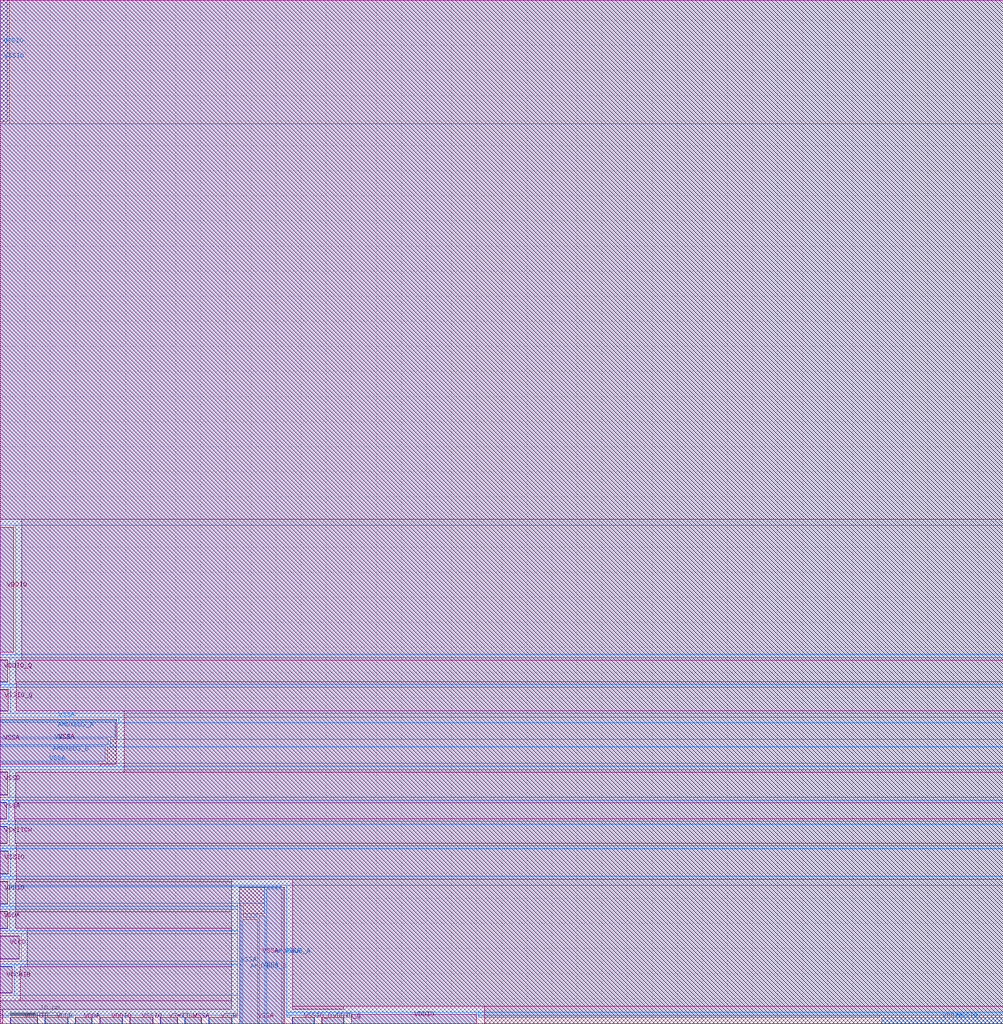
<source format=lef>
# Copyright 2020 The SkyWater PDK Authors
#
# Licensed under the Apache License, Version 2.0 (the "License");
# you may not use this file except in compliance with the License.
# You may obtain a copy of the License at
#
#     https://www.apache.org/licenses/LICENSE-2.0
#
# Unless required by applicable law or agreed to in writing, software
# distributed under the License is distributed on an "AS IS" BASIS,
# WITHOUT WARRANTIES OR CONDITIONS OF ANY KIND, either express or implied.
# See the License for the specific language governing permissions and
# limitations under the License.
#
# SPDX-License-Identifier: Apache-2.0

VERSION 5.7 ;

BUSBITCHARS "[]" ;
DIVIDERCHAR "/" ;

UNITS
  TIME NANOSECONDS 1 ;
  CAPACITANCE PICOFARADS 1 ;
  RESISTANCE OHMS 1 ;
  DATABASE MICRONS 1000 ;
END UNITS

MANUFACTURINGGRID 0.005 ;

PROPERTYDEFINITIONS
  LAYER LEF58_TYPE STRING ;
END PROPERTYDEFINITIONS

# High density, single height
SITE unithd
  SYMMETRY Y ;
  CLASS CORE ;
  SIZE 0.46 BY 2.72 ;
END unithd

# High density, double height
SITE unithddbl
  SYMMETRY Y ;
  CLASS CORE ;
  SIZE 0.46 BY 5.44 ;
END unithddbl

LAYER nwell
  TYPE MASTERSLICE ;
  PROPERTY LEF58_TYPE "TYPE NWELL ;" ;
END nwell

LAYER pwell
  TYPE MASTERSLICE ;
  PROPERTY LEF58_TYPE "TYPE PWELL ;" ;
END pwell

LAYER li1
  TYPE ROUTING ;
  DIRECTION VERTICAL ;

  PITCH 0.46 0.34 ;
  OFFSET 0.23 0.17 ;

  WIDTH 0.17 ;          # LI 1
  # SPACING  0.17 ;     # LI 2
  SPACINGTABLE
     PARALLELRUNLENGTH 0
     WIDTH 0 0.17 ;
  AREA 0.0561 ;         # LI 6
  THICKNESS 0.1 ;
  EDGECAPACITANCE 40.697E-6 ;
  CAPACITANCE CPERSQDIST 36.9866E-6 ;
  RESISTANCE RPERSQ 12.2 ;

  ANTENNAMODEL OXIDE1 ;
  ANTENNADIFFSIDEAREARATIO PWL ( ( 0 75 ) ( 0.0125 75 ) ( 0.0225 85.125 ) ( 22.5 10200 ) ) ;
END li1

LAYER mcon
  TYPE CUT ;

  WIDTH 0.17 ;                # Mcon 1
  SPACING 0.19 ;              # Mcon 2
  ENCLOSURE BELOW 0 0 ;       # Mcon 4
  ENCLOSURE ABOVE 0.03 0.06 ; # Met1 4 / Met1 5

  ANTENNADIFFAREARATIO PWL ( ( 0 3 ) ( 0.0125 3 ) ( 0.0225 3.405 ) ( 22.5 408 ) ) ;
  DCCURRENTDENSITY AVERAGE 0.36 ; # mA per via Iavg_max at Tj = 90oC

END mcon

LAYER met1
  TYPE ROUTING ;
  DIRECTION HORIZONTAL ;

  PITCH 0.34 ;
  OFFSET 0.17 ;

  WIDTH 0.14 ;                     # Met1 1
  # SPACING 0.14 ;                 # Met1 2
  # SPACING 0.28 RANGE 3.001 100 ; # Met1 3b
  SPACINGTABLE
     PARALLELRUNLENGTH 0
     WIDTH 0 0.14
     WIDTH 3 0.28 ;
  AREA 0.083 ;                     # Met1 6
  THICKNESS 0.35 ;

  ANTENNAMODEL OXIDE1 ;
  ANTENNADIFFSIDEAREARATIO PWL ( ( 0 400 ) ( 0.0125 400 ) ( 0.0225 2609 ) ( 22.5 11600 ) ) ;

  EDGECAPACITANCE 40.567E-6 ;
  CAPACITANCE CPERSQDIST 25.7784E-6 ;
  DCCURRENTDENSITY AVERAGE 2.8 ; # mA/um Iavg_max at Tj = 90oC
  ACCURRENTDENSITY RMS 6.1 ; # mA/um Irms_max at Tj = 90oC
  MAXIMUMDENSITY 70 ;
  DENSITYCHECKWINDOW 700 700 ;
  DENSITYCHECKSTEP 70 ;

  RESISTANCE RPERSQ 0.125 ;
END met1

LAYER via
  TYPE CUT ;
  WIDTH 0.15 ;                  # Via 1a
  SPACING 0.17 ;                # Via 2
  ENCLOSURE BELOW 0.055 0.085 ; # Via 4a / Via 5a
  ENCLOSURE ABOVE 0.055 0.085 ; # Met2 4 / Met2 5

  ANTENNADIFFAREARATIO PWL ( ( 0 6 ) ( 0.0125 6 ) ( 0.0225 6.81 ) ( 22.5 816 ) ) ;
  DCCURRENTDENSITY AVERAGE 0.29 ; # mA per via Iavg_max at Tj = 90oC
END via

LAYER met2
  TYPE ROUTING ;
  DIRECTION VERTICAL ;

  PITCH 0.46 ;
  OFFSET 0.23 ;

  WIDTH 0.14 ;                        # Met2 1
  # SPACING  0.14 ;                   # Met2 2
  # SPACING  0.28 RANGE 3.001 100 ;   # Met2 3b
  SPACINGTABLE
     PARALLELRUNLENGTH 0
     WIDTH 0 0.14
     WIDTH 3 0.28 ;
  AREA 0.0676 ;                       # Met2 6
  THICKNESS 0.35 ;

  EDGECAPACITANCE 37.759E-6 ;
  CAPACITANCE CPERSQDIST 16.9423E-6 ;
  RESISTANCE RPERSQ 0.125 ;
  DCCURRENTDENSITY AVERAGE 2.8 ; # mA/um Iavg_max at Tj = 90oC
  ACCURRENTDENSITY RMS 6.1 ; # mA/um Irms_max at Tj = 90oC

  ANTENNAMODEL OXIDE1 ;
  ANTENNADIFFSIDEAREARATIO PWL ( ( 0 400 ) ( 0.0125 400 ) ( 0.0225 2609 ) ( 22.5 11600 ) ) ;

  MAXIMUMDENSITY 70 ;
  DENSITYCHECKWINDOW 700 700 ;
  DENSITYCHECKSTEP 70 ;
END met2

# ******** Layer via2, type routing, number 44 **************
LAYER via2
  TYPE CUT ;
  WIDTH 0.2 ;                   # Via2 1
  SPACING 0.2 ;                 # Via2 2
  ENCLOSURE BELOW 0.04 0.085 ;  # Via2 4
  ENCLOSURE ABOVE 0.065 0.065 ; # Met3 4
  ANTENNADIFFAREARATIO PWL ( ( 0 6 ) ( 0.0125 6 ) ( 0.0225 6.81 ) ( 22.5 816 ) ) ;
  DCCURRENTDENSITY AVERAGE 0.48 ; # mA per via Iavg_max at Tj = 90oC
END via2

LAYER met3
  TYPE ROUTING ;
  DIRECTION HORIZONTAL ;

  PITCH 0.68 ;
  OFFSET 0.34 ;

  WIDTH 0.3 ;              # Met3 1
  # SPACING 0.3 ;          # Met3 2
  SPACINGTABLE
     PARALLELRUNLENGTH 0
     WIDTH 0 0.3
     WIDTH 3 0.4 ;
  AREA 0.24 ;              # Met3 6
  THICKNESS 0.8 ;

  EDGECAPACITANCE 40.989E-6 ;
  CAPACITANCE CPERSQDIST 12.3729E-6 ;
  RESISTANCE RPERSQ 0.047 ;
  DCCURRENTDENSITY AVERAGE 6.8 ; # mA/um Iavg_max at Tj = 90oC
  ACCURRENTDENSITY RMS 14.9 ; # mA/um Irms_max at Tj = 90oC

  ANTENNAMODEL OXIDE1 ;
  ANTENNADIFFSIDEAREARATIO PWL ( ( 0 400 ) ( 0.0125 400 ) ( 0.0225 2609 ) ( 22.5 11600 ) ) ;

  MAXIMUMDENSITY 70 ;
  DENSITYCHECKWINDOW 700 700 ;
  DENSITYCHECKSTEP 70 ;
END met3

LAYER via3
  TYPE CUT ;
  WIDTH 0.2 ;                   # Via3 1
  SPACING 0.2 ;                 # Via3 2
  ENCLOSURE BELOW 0.06 0.09 ;   # Via3 4 / Via3 5
  ENCLOSURE ABOVE 0.065 0.065 ; # Met4 3
  ANTENNADIFFAREARATIO PWL ( ( 0 6 ) ( 0.0125 6 ) ( 0.0225 6.81 ) ( 22.5 816 ) ) ;
  DCCURRENTDENSITY AVERAGE 0.48 ; # mA per via Iavg_max at Tj = 90oC
END via3

LAYER met4
  TYPE ROUTING ;
  DIRECTION VERTICAL ;

  PITCH 0.92 ;
  OFFSET 0.46 ;

  WIDTH 0.3 ;             # Met4 1
  # SPACING  0.3 ;             # Met4 2
  SPACINGTABLE
     PARALLELRUNLENGTH 0
     WIDTH 0 0.3
     WIDTH 3 0.4 ;
  AREA 0.24 ;            # Met4 4a

  THICKNESS 0.8 ;

  EDGECAPACITANCE 36.676E-6 ;
  CAPACITANCE CPERSQDIST 8.41537E-6 ;
  RESISTANCE RPERSQ 0.047 ;
  DCCURRENTDENSITY AVERAGE 6.8 ; # mA/um Iavg_max at Tj = 90oC
  ACCURRENTDENSITY RMS 14.9 ; # mA/um Irms_max at Tj = 90oC

  ANTENNAMODEL OXIDE1 ;
  ANTENNADIFFSIDEAREARATIO PWL ( ( 0 400 ) ( 0.0125 400 ) ( 0.0225 2609 ) ( 22.5 11600 ) ) ;

  MAXIMUMDENSITY 70 ;
  DENSITYCHECKWINDOW 700 700 ;
  DENSITYCHECKSTEP 70 ;
END met4

LAYER via4
  TYPE CUT ;

  WIDTH 0.8 ;                 # Via4 1
  SPACING 0.8 ;               # Via4 2
  ENCLOSURE BELOW 0.19 0.19 ; # Via4 4
  ENCLOSURE ABOVE 0.31 0.31 ; # Met5 3
  ANTENNADIFFAREARATIO PWL ( ( 0 6 ) ( 0.0125 6 ) ( 0.0225 6.81 ) ( 22.5 816 ) ) ;
  DCCURRENTDENSITY AVERAGE 2.49 ; # mA per via Iavg_max at Tj = 90oC
END via4

LAYER met5
  TYPE ROUTING ;
  DIRECTION HORIZONTAL ;

  PITCH 3.4 ;
  OFFSET 1.7 ;

  WIDTH 1.6 ;            # Met5 1
  #SPACING  1.6 ;        # Met5 2
  SPACINGTABLE
     PARALLELRUNLENGTH 0
     WIDTH 0 1.6 ;
  AREA 4 ;               # Met5 4

  THICKNESS 1.2 ;

  EDGECAPACITANCE 38.851E-6 ;
  CAPACITANCE CPERSQDIST 6.32063E-6 ;
  RESISTANCE RPERSQ 0.0285 ;
  DCCURRENTDENSITY AVERAGE 10.17 ; # mA/um Iavg_max at Tj = 90oC
  ACCURRENTDENSITY RMS 22.34 ; # mA/um Irms_max at Tj = 90oC

  ANTENNAMODEL OXIDE1 ;
  ANTENNADIFFSIDEAREARATIO PWL ( ( 0 400 ) ( 0.0125 400 ) ( 0.0225 2609 ) ( 22.5 11600 ) ) ;
END met5


### Routing via cells section   ###
# Plus via rule, metals are along the prefered direction
VIA L1M1_PR DEFAULT
  LAYER mcon ;
  RECT -0.085 -0.085 0.085 0.085 ;
  LAYER li1 ;
  RECT -0.085 -0.085 0.085 0.085 ;
  LAYER met1 ;
  RECT -0.145 -0.115 0.145 0.115 ;
END L1M1_PR

VIARULE L1M1_PR GENERATE
  LAYER li1 ;
  ENCLOSURE 0 0 ;
  LAYER met1 ;
  ENCLOSURE 0.06 0.03 ;
  LAYER mcon ;
  RECT -0.085 -0.085 0.085 0.085 ;
  SPACING 0.36 BY 0.36 ;
END L1M1_PR

# Plus via rule, metals are along the non prefered direction
VIA L1M1_PR_R DEFAULT
  LAYER mcon ;
  RECT -0.085 -0.085 0.085 0.085 ;
  LAYER li1 ;
  RECT -0.085 -0.085 0.085 0.085 ;
  LAYER met1 ;
  RECT -0.115 -0.145 0.115 0.145 ;
END L1M1_PR_R

VIARULE L1M1_PR_R GENERATE
  LAYER li1 ;
  ENCLOSURE 0 0 ;
  LAYER met1 ;
  ENCLOSURE 0.03 0.06 ;
  LAYER mcon ;
  RECT -0.085 -0.085 0.085 0.085 ;
  SPACING 0.36 BY 0.36 ;
END L1M1_PR_R

# Minus via rule, lower layer metal is along prefered direction
VIA L1M1_PR_M DEFAULT
  LAYER mcon ;
  RECT -0.085 -0.085 0.085 0.085 ;
  LAYER li1 ;
  RECT -0.085 -0.085 0.085 0.085 ;
  LAYER met1 ;
  RECT -0.115 -0.145 0.115 0.145 ;
END L1M1_PR_M

VIARULE L1M1_PR_M GENERATE
  LAYER li1 ;
  ENCLOSURE 0 0 ;
  LAYER met1 ;
  ENCLOSURE 0.03 0.06 ;
  LAYER mcon ;
  RECT -0.085 -0.085 0.085 0.085 ;
  SPACING 0.36 BY 0.36 ;
END L1M1_PR_M

# Minus via rule, upper layer metal is along prefered direction
VIA L1M1_PR_MR DEFAULT
  LAYER mcon ;
  RECT -0.085 -0.085 0.085 0.085 ;
  LAYER li1 ;
  RECT -0.085 -0.085 0.085 0.085 ;
  LAYER met1 ;
  RECT -0.145 -0.115 0.145 0.115 ;
END L1M1_PR_MR

VIARULE L1M1_PR_MR GENERATE
  LAYER li1 ;
  ENCLOSURE 0 0 ;
  LAYER met1 ;
  ENCLOSURE 0.06 0.03 ;
  LAYER mcon ;
  RECT -0.085 -0.085 0.085 0.085 ;
  SPACING 0.36 BY 0.36 ;
END L1M1_PR_MR

# Centered via rule, we really do not want to use it
VIA L1M1_PR_C DEFAULT
  LAYER mcon ;
  RECT -0.085 -0.085 0.085 0.085 ;
  LAYER li1 ;
  RECT -0.085 -0.085 0.085 0.085 ;
  LAYER met1 ;
  RECT -0.145 -0.145 0.145 0.145 ;
END L1M1_PR_C

VIARULE L1M1_PR_C GENERATE
  LAYER li1 ;
  ENCLOSURE 0 0 ;
  LAYER met1 ;
  ENCLOSURE 0.06 0.06 ;
  LAYER mcon ;
  RECT -0.085 -0.085 0.085 0.085 ;
  SPACING 0.36 BY 0.36 ;
END L1M1_PR_C

# Plus via rule, metals are along the prefered direction
VIA M1M2_PR DEFAULT
  LAYER via ;
  RECT -0.075 -0.075 0.075 0.075 ;
  LAYER met1 ;
  RECT -0.16 -0.13 0.16 0.13 ;
  LAYER met2 ;
  RECT -0.13 -0.16 0.13 0.16 ;
END M1M2_PR

VIARULE M1M2_PR GENERATE
  LAYER met1 ;
  ENCLOSURE 0.085 0.055 ;
  LAYER met2 ;
  ENCLOSURE 0.055 0.085 ;
  LAYER via ;
  RECT -0.075 -0.075 0.075 0.075 ;
  SPACING 0.32 BY 0.32 ;
END M1M2_PR

# Plus via rule, metals are along the non prefered direction
VIA M1M2_PR_R DEFAULT
  LAYER via ;
  RECT -0.075 -0.075 0.075 0.075 ;
  LAYER met1 ;
  RECT -0.13 -0.16 0.13 0.16 ;
  LAYER met2 ;
  RECT -0.16 -0.13 0.16 0.13 ;
END M1M2_PR_R

VIARULE M1M2_PR_R GENERATE
  LAYER met1 ;
  ENCLOSURE 0.055 0.085 ;
  LAYER met2 ;
  ENCLOSURE 0.085 0.055 ;
  LAYER via ;
  RECT -0.075 -0.075 0.075 0.075 ;
  SPACING 0.32 BY 0.32 ;
END M1M2_PR_R

# Minus via rule, lower layer metal is along prefered direction
VIA M1M2_PR_M DEFAULT
  LAYER via ;
  RECT -0.075 -0.075 0.075 0.075 ;
  LAYER met1 ;
  RECT -0.16 -0.13 0.16 0.13 ;
  LAYER met2 ;
  RECT -0.16 -0.13 0.16 0.13 ;
END M1M2_PR_M

VIARULE M1M2_PR_M GENERATE
  LAYER met1 ;
  ENCLOSURE 0.085 0.055 ;
  LAYER met2 ;
  ENCLOSURE 0.085 0.055 ;
  LAYER via ;
  RECT -0.075 -0.075 0.075 0.075 ;
  SPACING 0.32 BY 0.32 ;
END M1M2_PR_M

# Minus via rule, upper layer metal is along prefered direction
VIA M1M2_PR_MR DEFAULT
  LAYER via ;
  RECT -0.075 -0.075 0.075 0.075 ;
  LAYER met1 ;
  RECT -0.13 -0.16 0.13 0.16 ;
  LAYER met2 ;
  RECT -0.13 -0.16 0.13 0.16 ;
END M1M2_PR_MR

VIARULE M1M2_PR_MR GENERATE
  LAYER met1 ;
  ENCLOSURE 0.055 0.085 ;
  LAYER met2 ;
  ENCLOSURE 0.055 0.085 ;
  LAYER via ;
  RECT -0.075 -0.075 0.075 0.075 ;
  SPACING 0.32 BY 0.32 ;
END M1M2_PR_MR

# Centered via rule, we really do not want to use it
VIA M1M2_PR_C DEFAULT
  LAYER via ;
  RECT -0.075 -0.075 0.075 0.075 ;
  LAYER met1 ;
  RECT -0.16 -0.16 0.16 0.16 ;
  LAYER met2 ;
  RECT -0.16 -0.16 0.16 0.16 ;
END M1M2_PR_C

VIARULE M1M2_PR_C GENERATE
  LAYER met1 ;
  ENCLOSURE 0.085 0.085 ;
  LAYER met2 ;
  ENCLOSURE 0.085 0.085 ;
  LAYER via ;
  RECT -0.075 -0.075 0.075 0.075 ;
  SPACING 0.32 BY 0.32 ;
END M1M2_PR_C

# Plus via rule, metals are along the prefered direction
VIA M2M3_PR DEFAULT
  LAYER via2 ;
  RECT -0.1 -0.1 0.1 0.1 ;
  LAYER met2 ;
  RECT -0.14 -0.185 0.14 0.185 ;
  LAYER met3 ;
  RECT -0.165 -0.165 0.165 0.165 ;
END M2M3_PR

VIARULE M2M3_PR GENERATE
  LAYER met2 ;
  ENCLOSURE 0.04 0.085 ;
  LAYER met3 ;
  ENCLOSURE 0.065 0.065 ;
  LAYER via2 ;
  RECT -0.1 -0.1 0.1 0.1 ;
  SPACING 0.4 BY 0.4 ;
END M2M3_PR

# Plus via rule, metals are along the non prefered direction
VIA M2M3_PR_R DEFAULT
  LAYER via2 ;
  RECT -0.1 -0.1 0.1 0.1 ;
  LAYER met2 ;
  RECT -0.185 -0.14 0.185 0.14 ;
  LAYER met3 ;
  RECT -0.165 -0.165 0.165 0.165 ;
END M2M3_PR_R

VIARULE M2M3_PR_R GENERATE
  LAYER met2 ;
  ENCLOSURE 0.085 0.04 ;
  LAYER met3 ;
  ENCLOSURE 0.065 0.065 ;
  LAYER via2 ;
  RECT -0.1 -0.1 0.1 0.1 ;
  SPACING 0.4 BY 0.4 ;
END M2M3_PR_R

# Minus via rule, lower layer metal is along prefered direction
VIA M2M3_PR_M DEFAULT
  LAYER via2 ;
  RECT -0.1 -0.1 0.1 0.1 ;
  LAYER met2 ;
  RECT -0.14 -0.185 0.14 0.185 ;
  LAYER met3 ;
  RECT -0.165 -0.165 0.165 0.165 ;
END M2M3_PR_M

VIARULE M2M3_PR_M GENERATE
  LAYER met2 ;
  ENCLOSURE 0.04 0.085 ;
  LAYER met3 ;
  ENCLOSURE 0.065 0.065 ;
  LAYER via2 ;
  RECT -0.1 -0.1 0.1 0.1 ;
  SPACING 0.4 BY 0.4 ;
END M2M3_PR_M

# Minus via rule, upper layer metal is along prefered direction
VIA M2M3_PR_MR DEFAULT
  LAYER via2 ;
  RECT -0.1 -0.1 0.1 0.1 ;
  LAYER met2 ;
  RECT -0.185 -0.14 0.185 0.14 ;
  LAYER met3 ;
  RECT -0.165 -0.165 0.165 0.165 ;
END M2M3_PR_MR

VIARULE M2M3_PR_MR GENERATE
  LAYER met2 ;
  ENCLOSURE 0.085 0.04 ;
  LAYER met3 ;
  ENCLOSURE 0.065 0.065 ;
  LAYER via2 ;
  RECT -0.1 -0.1 0.1 0.1 ;
  SPACING 0.4 BY 0.4 ;
END M2M3_PR_MR

# Centered via rule, we really do not want to use it
VIA M2M3_PR_C DEFAULT
  LAYER via2 ;
  RECT -0.1 -0.1 0.1 0.1 ;
  LAYER met2 ;
  RECT -0.185 -0.185 0.185 0.185 ;
  LAYER met3 ;
  RECT -0.165 -0.165 0.165 0.165 ;
END M2M3_PR_C

VIARULE M2M3_PR_C GENERATE
  LAYER met2 ;
  ENCLOSURE 0.085 0.085 ;
  LAYER met3 ;
  ENCLOSURE 0.065 0.065 ;
  LAYER via2 ;
  RECT -0.1 -0.1 0.1 0.1 ;
  SPACING 0.4 BY 0.4 ;
END M2M3_PR_C

# Plus via rule, metals are along the prefered direction
VIA M3M4_PR DEFAULT
  LAYER via3 ;
  RECT -0.1 -0.1 0.1 0.1 ;
  LAYER met3 ;
  RECT -0.19 -0.16 0.19 0.16 ;
  LAYER met4 ;
  RECT -0.165 -0.165 0.165 0.165 ;
END M3M4_PR

VIARULE M3M4_PR GENERATE
  LAYER met3 ;
  ENCLOSURE 0.09 0.06 ;
  LAYER met4 ;
  ENCLOSURE 0.065 0.065 ;
  LAYER via3 ;
  RECT -0.1 -0.1 0.1 0.1 ;
  SPACING 0.4 BY 0.4 ;
END M3M4_PR

# Plus via rule, metals are along the non prefered direction
VIA M3M4_PR_R DEFAULT
  LAYER via3 ;
  RECT -0.1 -0.1 0.1 0.1 ;
  LAYER met3 ;
  RECT -0.16 -0.19 0.16 0.19 ;
  LAYER met4 ;
  RECT -0.165 -0.165 0.165 0.165 ;
END M3M4_PR_R

VIARULE M3M4_PR_R GENERATE
  LAYER met3 ;
  ENCLOSURE 0.06 0.09 ;
  LAYER met4 ;
  ENCLOSURE 0.065 0.065 ;
  LAYER via3 ;
  RECT -0.1 -0.1 0.1 0.1 ;
  SPACING 0.4 BY 0.4 ;
END M3M4_PR_R

# Minus via rule, lower layer metal is along prefered direction
VIA M3M4_PR_M DEFAULT
  LAYER via3 ;
  RECT -0.1 -0.1 0.1 0.1 ;
  LAYER met3 ;
  RECT -0.19 -0.16 0.19 0.16 ;
  LAYER met4 ;
  RECT -0.165 -0.165 0.165 0.165 ;
END M3M4_PR_M

VIARULE M3M4_PR_M GENERATE
  LAYER met3 ;
  ENCLOSURE 0.09 0.06 ;
  LAYER met4 ;
  ENCLOSURE 0.065 0.065 ;
  LAYER via3 ;
  RECT -0.1 -0.1 0.1 0.1 ;
  SPACING 0.4 BY 0.4 ;
END M3M4_PR_M

# Minus via rule, upper layer metal is along prefered direction
VIA M3M4_PR_MR DEFAULT
  LAYER via3 ;
  RECT -0.1 -0.1 0.1 0.1 ;
  LAYER met3 ;
  RECT -0.16 -0.19 0.16 0.19 ;
  LAYER met4 ;
  RECT -0.165 -0.165 0.165 0.165 ;
END M3M4_PR_MR

VIARULE M3M4_PR_MR GENERATE
  LAYER met3 ;
  ENCLOSURE 0.06 0.09 ;
  LAYER met4 ;
  ENCLOSURE 0.065 0.065 ;
  LAYER via3 ;
  RECT -0.1 -0.1 0.1 0.1 ;
  SPACING 0.4 BY 0.4 ;
END M3M4_PR_MR

# Centered via rule, we really do not want to use it
VIA M3M4_PR_C DEFAULT
  LAYER via3 ;
  RECT -0.1 -0.1 0.1 0.1 ;
  LAYER met3 ;
  RECT -0.19 -0.19 0.19 0.19 ;
  LAYER met4 ;
  RECT -0.165 -0.165 0.165 0.165 ;
END M3M4_PR_C

VIARULE M3M4_PR_C GENERATE
  LAYER met3 ;
  ENCLOSURE 0.09 0.09 ;
  LAYER met4 ;
  ENCLOSURE 0.065 0.065 ;
  LAYER via3 ;
  RECT -0.1 -0.1 0.1 0.1 ;
  SPACING 0.4 BY 0.4 ;
END M3M4_PR_C

# Plus via rule, metals are along the prefered direction
VIA M4M5_PR DEFAULT
  LAYER via4 ;
  RECT -0.4 -0.4 0.4 0.4 ;
  LAYER met4 ;
  RECT -0.59 -0.59 0.59 0.59 ;
  LAYER met5 ;
  RECT -0.71 -0.71 0.71 0.71 ;
END M4M5_PR

VIARULE M4M5_PR GENERATE
  LAYER met4 ;
  ENCLOSURE 0.19 0.19 ;
  LAYER met5 ;
  ENCLOSURE 0.31 0.31 ;
  LAYER via4 ;
  RECT -0.4 -0.4 0.4 0.4 ;
  SPACING 1.6 BY 1.6 ;
END M4M5_PR

# Plus via rule, metals are along the non prefered direction
VIA M4M5_PR_R DEFAULT
  LAYER via4 ;
  RECT -0.4 -0.4 0.4 0.4 ;
  LAYER met4 ;
  RECT -0.59 -0.59 0.59 0.59 ;
  LAYER met5 ;
  RECT -0.71 -0.71 0.71 0.71 ;
END M4M5_PR_R

VIARULE M4M5_PR_R GENERATE
  LAYER met4 ;
  ENCLOSURE 0.19 0.19 ;
  LAYER met5 ;
  ENCLOSURE 0.31 0.31 ;
  LAYER via4 ;
  RECT -0.4 -0.4 0.4 0.4 ;
  SPACING 1.6 BY 1.6 ;
END M4M5_PR_R

# Minus via rule, lower layer metal is along prefered direction
VIA M4M5_PR_M DEFAULT
  LAYER via4 ;
  RECT -0.4 -0.4 0.4 0.4 ;
  LAYER met4 ;
  RECT -0.59 -0.59 0.59 0.59 ;
  LAYER met5 ;
  RECT -0.71 -0.71 0.71 0.71 ;
END M4M5_PR_M

VIARULE M4M5_PR_M GENERATE
  LAYER met4 ;
  ENCLOSURE 0.19 0.19 ;
  LAYER met5 ;
  ENCLOSURE 0.31 0.31 ;
  LAYER via4 ;
  RECT -0.4 -0.4 0.4 0.4 ;
  SPACING 1.6 BY 1.6 ;
END M4M5_PR_M

# Minus via rule, upper layer metal is along prefered direction
VIA M4M5_PR_MR DEFAULT
  LAYER via4 ;
  RECT -0.4 -0.4 0.4 0.4 ;
  LAYER met4 ;
  RECT -0.59 -0.59 0.59 0.59 ;
  LAYER met5 ;
  RECT -0.71 -0.71 0.71 0.71 ;
END M4M5_PR_MR

VIARULE M4M5_PR_MR GENERATE
  LAYER met4 ;
  ENCLOSURE 0.19 0.19 ;
  LAYER met5 ;
  ENCLOSURE 0.31 0.31 ;
  LAYER via4 ;
  RECT -0.4 -0.4 0.4 0.4 ;
  SPACING 1.6 BY 1.6 ;
END M4M5_PR_MR

# Centered via rule, we really do not want to use it
VIA M4M5_PR_C DEFAULT
  LAYER via4 ;
  RECT -0.4 -0.4 0.4 0.4 ;
  LAYER met4 ;
  RECT -0.59 -0.59 0.59 0.59 ;
  LAYER met5 ;
  RECT -0.71 -0.71 0.71 0.71 ;
END M4M5_PR_C

VIARULE M4M5_PR_C GENERATE
  LAYER met4 ;
  ENCLOSURE 0.19 0.19 ;
  LAYER met5 ;
  ENCLOSURE 0.31 0.31 ;
  LAYER via4 ;
  RECT -0.4 -0.4 0.4 0.4 ;
  SPACING 1.6 BY 1.6 ;
END M4M5_PR_C
###  end of single via cells   ###


MACRO sky130_fd_sc_hd__bufbuf_8
  CLASS CORE ;
  FOREIGN sky130_fd_sc_hd__bufbuf_8 ;
  ORIGIN  0.000000  0.000000 ;
  SIZE  6.900000 BY  2.720000 ;
  SYMMETRY X Y R90 ;
  SITE unithd ;
  PIN A
    ANTENNAGATEAREA  0.159000 ;
    DIRECTION INPUT ;
    USE SIGNAL ;
    PORT
      LAYER li1 ;
        RECT 0.110000 1.075000 0.440000 1.275000 ;
    END
  END A
  PIN X
    ANTENNADIFFAREA  1.782000 ;
    DIRECTION OUTPUT ;
    USE SIGNAL ;
    PORT
      LAYER li1 ;
        RECT 3.230000 0.260000 3.560000 0.735000 ;
        RECT 3.230000 0.735000 6.815000 0.905000 ;
        RECT 3.230000 1.445000 6.815000 1.615000 ;
        RECT 3.230000 1.615000 3.560000 2.465000 ;
        RECT 4.070000 0.260000 4.400000 0.735000 ;
        RECT 4.070000 1.615000 4.400000 2.465000 ;
        RECT 4.910000 0.260000 5.240000 0.735000 ;
        RECT 4.910000 1.615000 5.240000 2.465000 ;
        RECT 5.750000 0.260000 6.080000 0.735000 ;
        RECT 5.750000 1.615000 6.080000 2.465000 ;
        RECT 6.435000 0.905000 6.815000 1.445000 ;
    END
  END X
  PIN VGND
    DIRECTION INOUT ;
    SHAPE ABUTMENT ;
    USE GROUND ;
    PORT
      LAYER met1 ;
        RECT 0.000000 -0.240000 6.900000 0.240000 ;
    END
  END VGND
  PIN VNB
    DIRECTION INOUT ;
    USE GROUND ;
    PORT
      LAYER pwell ;
        RECT 0.150000 -0.085000 0.320000 0.085000 ;
    END
  END VNB
  PIN VPB
    DIRECTION INOUT ;
    USE POWER ;
    PORT
      LAYER nwell ;
        RECT -0.190000 1.305000 7.090000 2.910000 ;
    END
  END VPB
  PIN VPWR
    DIRECTION INOUT ;
    SHAPE ABUTMENT ;
    USE POWER ;
    PORT
      LAYER met1 ;
        RECT 0.000000 2.480000 6.900000 2.960000 ;
    END
  END VPWR
  OBS
    LAYER li1 ;
      RECT 0.000000 -0.085000 6.900000 0.085000 ;
      RECT 0.000000  2.635000 6.900000 2.805000 ;
      RECT 0.095000  0.260000 0.425000 0.735000 ;
      RECT 0.095000  0.735000 0.780000 0.905000 ;
      RECT 0.095000  1.445000 0.780000 1.615000 ;
      RECT 0.095000  1.615000 0.425000 2.160000 ;
      RECT 0.595000  0.085000 0.765000 0.565000 ;
      RECT 0.595000  1.785000 0.765000 2.635000 ;
      RECT 0.610000  0.905000 0.780000 0.995000 ;
      RECT 0.610000  0.995000 1.040000 1.325000 ;
      RECT 0.610000  1.325000 0.780000 1.445000 ;
      RECT 1.000000  0.260000 1.380000 0.825000 ;
      RECT 1.000000  1.545000 1.380000 2.465000 ;
      RECT 1.210000  0.825000 1.380000 1.075000 ;
      RECT 1.210000  1.075000 2.720000 1.275000 ;
      RECT 1.210000  1.275000 1.380000 1.545000 ;
      RECT 1.550000  0.260000 1.880000 0.735000 ;
      RECT 1.550000  0.735000 3.060000 0.905000 ;
      RECT 1.550000  1.445000 3.060000 1.615000 ;
      RECT 1.550000  1.615000 1.880000 2.465000 ;
      RECT 2.050000  0.085000 2.220000 0.565000 ;
      RECT 2.050000  1.785000 2.220000 2.635000 ;
      RECT 2.390000  0.260000 2.720000 0.735000 ;
      RECT 2.390000  1.615000 2.720000 2.465000 ;
      RECT 2.890000  0.085000 3.060000 0.565000 ;
      RECT 2.890000  0.905000 3.060000 1.075000 ;
      RECT 2.890000  1.075000 5.360000 1.275000 ;
      RECT 2.890000  1.275000 3.060000 1.445000 ;
      RECT 2.890000  1.785000 3.060000 2.635000 ;
      RECT 3.730000  0.085000 3.900000 0.565000 ;
      RECT 3.730000  1.835000 3.900000 2.635000 ;
      RECT 4.570000  0.085000 4.740000 0.565000 ;
      RECT 4.570000  1.835000 4.740000 2.635000 ;
      RECT 5.410000  0.085000 5.580000 0.565000 ;
      RECT 5.410000  1.835000 5.580000 2.635000 ;
      RECT 6.250000  0.085000 6.420000 0.565000 ;
      RECT 6.250000  1.835000 6.420000 2.635000 ;
    LAYER mcon ;
      RECT 0.145000 -0.085000 0.315000 0.085000 ;
      RECT 0.145000  2.635000 0.315000 2.805000 ;
      RECT 0.605000 -0.085000 0.775000 0.085000 ;
      RECT 0.605000  2.635000 0.775000 2.805000 ;
      RECT 1.065000 -0.085000 1.235000 0.085000 ;
      RECT 1.065000  2.635000 1.235000 2.805000 ;
      RECT 1.525000 -0.085000 1.695000 0.085000 ;
      RECT 1.525000  2.635000 1.695000 2.805000 ;
      RECT 1.985000 -0.085000 2.155000 0.085000 ;
      RECT 1.985000  2.635000 2.155000 2.805000 ;
      RECT 2.445000 -0.085000 2.615000 0.085000 ;
      RECT 2.445000  2.635000 2.615000 2.805000 ;
      RECT 2.905000 -0.085000 3.075000 0.085000 ;
      RECT 2.905000  2.635000 3.075000 2.805000 ;
      RECT 3.365000 -0.085000 3.535000 0.085000 ;
      RECT 3.365000  2.635000 3.535000 2.805000 ;
      RECT 3.825000 -0.085000 3.995000 0.085000 ;
      RECT 3.825000  2.635000 3.995000 2.805000 ;
      RECT 4.285000 -0.085000 4.455000 0.085000 ;
      RECT 4.285000  2.635000 4.455000 2.805000 ;
      RECT 4.745000 -0.085000 4.915000 0.085000 ;
      RECT 4.745000  2.635000 4.915000 2.805000 ;
      RECT 5.205000 -0.085000 5.375000 0.085000 ;
      RECT 5.205000  2.635000 5.375000 2.805000 ;
      RECT 5.665000 -0.085000 5.835000 0.085000 ;
      RECT 5.665000  2.635000 5.835000 2.805000 ;
      RECT 6.125000 -0.085000 6.295000 0.085000 ;
      RECT 6.125000  2.635000 6.295000 2.805000 ;
      RECT 6.585000 -0.085000 6.755000 0.085000 ;
      RECT 6.585000  2.635000 6.755000 2.805000 ;
  END
END sky130_fd_sc_hd__bufbuf_8
MACRO sky130_fd_sc_hd__bufbuf_16
  CLASS CORE ;
  FOREIGN sky130_fd_sc_hd__bufbuf_16 ;
  ORIGIN  0.000000  0.000000 ;
  SIZE  11.96000 BY  2.720000 ;
  SYMMETRY X Y R90 ;
  SITE unithd ;
  PIN A
    ANTENNAGATEAREA  0.247500 ;
    DIRECTION INPUT ;
    USE SIGNAL ;
    PORT
      LAYER li1 ;
        RECT 0.110000 1.075000 0.440000 1.275000 ;
    END
  END A
  PIN X
    ANTENNADIFFAREA  3.564000 ;
    DIRECTION OUTPUT ;
    USE SIGNAL ;
    PORT
      LAYER li1 ;
        RECT  5.235000 0.255000  5.485000 0.260000 ;
        RECT  5.235000 0.260000  5.565000 0.735000 ;
        RECT  5.235000 0.735000 11.875000 0.905000 ;
        RECT  5.235000 1.445000 11.875000 1.615000 ;
        RECT  5.235000 1.615000  5.565000 2.465000 ;
        RECT  6.075000 0.260000  6.405000 0.735000 ;
        RECT  6.075000 1.615000  6.405000 2.465000 ;
        RECT  6.155000 0.255000  6.325000 0.260000 ;
        RECT  6.915000 0.260000  7.245000 0.735000 ;
        RECT  6.915000 1.615000  7.245000 2.465000 ;
        RECT  6.995000 0.255000  7.165000 0.260000 ;
        RECT  7.755000 0.260000  8.085000 0.735000 ;
        RECT  7.755000 1.615000  8.085000 2.465000 ;
        RECT  8.595000 0.260000  8.925000 0.735000 ;
        RECT  8.595000 1.615000  8.925000 2.465000 ;
        RECT  9.435000 0.260000  9.765000 0.735000 ;
        RECT  9.435000 1.615000  9.765000 2.465000 ;
        RECT 10.275000 0.260000 10.605000 0.735000 ;
        RECT 10.275000 1.615000 10.605000 2.465000 ;
        RECT 11.115000 0.260000 11.445000 0.735000 ;
        RECT 11.115000 1.615000 11.445000 2.465000 ;
        RECT 11.620000 0.905000 11.875000 1.445000 ;
    END
  END X
  PIN VGND
    DIRECTION INOUT ;
    SHAPE ABUTMENT ;
    USE GROUND ;
    PORT
      LAYER met1 ;
        RECT 0.000000 -0.240000 11.960000 0.240000 ;
    END
  END VGND
  PIN VNB
    DIRECTION INOUT ;
    USE GROUND ;
    PORT
      LAYER pwell ;
        RECT 0.150000 -0.085000 0.320000 0.085000 ;
    END
  END VNB
  PIN VPB
    DIRECTION INOUT ;
    USE POWER ;
    PORT
      LAYER nwell ;
        RECT -0.190000 1.305000 12.150000 2.910000 ;
    END
  END VPB
  PIN VPWR
    DIRECTION INOUT ;
    SHAPE ABUTMENT ;
    USE POWER ;
    PORT
      LAYER met1 ;
        RECT 0.000000 2.480000 11.960000 2.960000 ;
    END
  END VPWR
  OBS
    LAYER li1 ;
      RECT  0.000000 -0.085000 11.960000 0.085000 ;
      RECT  0.000000  2.635000 11.960000 2.805000 ;
      RECT  0.175000  0.085000  0.345000 0.905000 ;
      RECT  0.175000  1.445000  0.345000 2.635000 ;
      RECT  0.515000  0.260000  0.845000 0.905000 ;
      RECT  0.515000  1.445000  0.845000 2.465000 ;
      RECT  0.610000  0.905000  0.845000 1.075000 ;
      RECT  0.610000  1.075000  2.205000 1.275000 ;
      RECT  0.610000  1.275000  0.845000 1.445000 ;
      RECT  1.035000  0.260000  1.365000 0.735000 ;
      RECT  1.035000  0.735000  2.545000 0.905000 ;
      RECT  1.035000  1.445000  2.545000 1.615000 ;
      RECT  1.035000  1.615000  1.365000 2.465000 ;
      RECT  1.535000  0.085000  1.705000 0.565000 ;
      RECT  1.535000  1.785000  1.705000 2.635000 ;
      RECT  1.875000  0.260000  2.205000 0.735000 ;
      RECT  1.875000  1.615000  2.205000 2.465000 ;
      RECT  2.375000  0.085000  2.545000 0.565000 ;
      RECT  2.375000  0.905000  2.545000 1.075000 ;
      RECT  2.375000  1.075000  4.685000 1.275000 ;
      RECT  2.375000  1.275000  2.545000 1.445000 ;
      RECT  2.375000  1.785000  2.545000 2.635000 ;
      RECT  2.715000  0.260000  3.045000 0.735000 ;
      RECT  2.715000  0.735000  5.065000 0.905000 ;
      RECT  2.715000  1.445000  5.065000 1.615000 ;
      RECT  2.715000  1.615000  3.045000 2.465000 ;
      RECT  3.215000  0.085000  3.385000 0.565000 ;
      RECT  3.215000  1.835000  3.385000 2.635000 ;
      RECT  3.555000  0.260000  3.885000 0.735000 ;
      RECT  3.555000  1.615000  3.885000 2.465000 ;
      RECT  4.055000  0.085000  4.225000 0.565000 ;
      RECT  4.055000  1.835000  4.225000 2.635000 ;
      RECT  4.395000  0.260000  4.725000 0.735000 ;
      RECT  4.395000  1.615000  4.725000 2.465000 ;
      RECT  4.890000  0.905000  5.065000 1.075000 ;
      RECT  4.890000  1.075000 11.450000 1.275000 ;
      RECT  4.890000  1.275000  5.065000 1.445000 ;
      RECT  4.895000  0.085000  5.065000 0.565000 ;
      RECT  4.895000  1.835000  5.065000 2.635000 ;
      RECT  5.735000  0.085000  5.905000 0.565000 ;
      RECT  5.735000  1.835000  5.905000 2.635000 ;
      RECT  6.575000  0.085000  6.745000 0.565000 ;
      RECT  6.575000  1.835000  6.745000 2.635000 ;
      RECT  7.415000  0.085000  7.585000 0.565000 ;
      RECT  7.415000  1.835000  7.585000 2.635000 ;
      RECT  8.255000  0.085000  8.425000 0.565000 ;
      RECT  8.255000  1.835000  8.425000 2.635000 ;
      RECT  9.095000  0.085000  9.265000 0.565000 ;
      RECT  9.095000  1.835000  9.265000 2.635000 ;
      RECT  9.935000  0.085000 10.105000 0.565000 ;
      RECT  9.935000  1.835000 10.105000 2.635000 ;
      RECT 10.775000  0.085000 10.945000 0.565000 ;
      RECT 10.775000  1.835000 10.945000 2.635000 ;
      RECT 11.615000  0.085000 11.785000 0.565000 ;
      RECT 11.615000  1.835000 11.785000 2.635000 ;
    LAYER mcon ;
      RECT  0.145000 -0.085000  0.315000 0.085000 ;
      RECT  0.145000  2.635000  0.315000 2.805000 ;
      RECT  0.605000 -0.085000  0.775000 0.085000 ;
      RECT  0.605000  2.635000  0.775000 2.805000 ;
      RECT  1.065000 -0.085000  1.235000 0.085000 ;
      RECT  1.065000  2.635000  1.235000 2.805000 ;
      RECT  1.525000 -0.085000  1.695000 0.085000 ;
      RECT  1.525000  2.635000  1.695000 2.805000 ;
      RECT  1.985000 -0.085000  2.155000 0.085000 ;
      RECT  1.985000  2.635000  2.155000 2.805000 ;
      RECT  2.445000 -0.085000  2.615000 0.085000 ;
      RECT  2.445000  2.635000  2.615000 2.805000 ;
      RECT  2.905000 -0.085000  3.075000 0.085000 ;
      RECT  2.905000  2.635000  3.075000 2.805000 ;
      RECT  3.365000 -0.085000  3.535000 0.085000 ;
      RECT  3.365000  2.635000  3.535000 2.805000 ;
      RECT  3.825000 -0.085000  3.995000 0.085000 ;
      RECT  3.825000  2.635000  3.995000 2.805000 ;
      RECT  4.285000 -0.085000  4.455000 0.085000 ;
      RECT  4.285000  2.635000  4.455000 2.805000 ;
      RECT  4.745000 -0.085000  4.915000 0.085000 ;
      RECT  4.745000  2.635000  4.915000 2.805000 ;
      RECT  5.205000 -0.085000  5.375000 0.085000 ;
      RECT  5.205000  2.635000  5.375000 2.805000 ;
      RECT  5.665000 -0.085000  5.835000 0.085000 ;
      RECT  5.665000  2.635000  5.835000 2.805000 ;
      RECT  6.125000 -0.085000  6.295000 0.085000 ;
      RECT  6.125000  2.635000  6.295000 2.805000 ;
      RECT  6.585000 -0.085000  6.755000 0.085000 ;
      RECT  6.585000  2.635000  6.755000 2.805000 ;
      RECT  7.045000 -0.085000  7.215000 0.085000 ;
      RECT  7.045000  2.635000  7.215000 2.805000 ;
      RECT  7.505000 -0.085000  7.675000 0.085000 ;
      RECT  7.505000  2.635000  7.675000 2.805000 ;
      RECT  7.965000 -0.085000  8.135000 0.085000 ;
      RECT  7.965000  2.635000  8.135000 2.805000 ;
      RECT  8.425000 -0.085000  8.595000 0.085000 ;
      RECT  8.425000  2.635000  8.595000 2.805000 ;
      RECT  8.885000 -0.085000  9.055000 0.085000 ;
      RECT  8.885000  2.635000  9.055000 2.805000 ;
      RECT  9.345000 -0.085000  9.515000 0.085000 ;
      RECT  9.345000  2.635000  9.515000 2.805000 ;
      RECT  9.805000 -0.085000  9.975000 0.085000 ;
      RECT  9.805000  2.635000  9.975000 2.805000 ;
      RECT 10.265000 -0.085000 10.435000 0.085000 ;
      RECT 10.265000  2.635000 10.435000 2.805000 ;
      RECT 10.725000 -0.085000 10.895000 0.085000 ;
      RECT 10.725000  2.635000 10.895000 2.805000 ;
      RECT 11.185000 -0.085000 11.355000 0.085000 ;
      RECT 11.185000  2.635000 11.355000 2.805000 ;
      RECT 11.645000 -0.085000 11.815000 0.085000 ;
      RECT 11.645000  2.635000 11.815000 2.805000 ;
  END
END sky130_fd_sc_hd__bufbuf_16
MACRO sky130_fd_sc_hd__o311ai_2
  CLASS CORE ;
  FOREIGN sky130_fd_sc_hd__o311ai_2 ;
  ORIGIN  0.000000  0.000000 ;
  SIZE  5.980000 BY  2.720000 ;
  SYMMETRY X Y R90 ;
  SITE unithd ;
  PIN A1
    ANTENNAGATEAREA  0.495000 ;
    DIRECTION INPUT ;
    USE SIGNAL ;
    PORT
      LAYER li1 ;
        RECT 0.085000 1.055000 1.105000 1.315000 ;
    END
  END A1
  PIN A2
    ANTENNAGATEAREA  0.495000 ;
    DIRECTION INPUT ;
    USE SIGNAL ;
    PORT
      LAYER li1 ;
        RECT 1.275000 1.055000 2.155000 1.315000 ;
    END
  END A2
  PIN A3
    ANTENNAGATEAREA  0.495000 ;
    DIRECTION INPUT ;
    USE SIGNAL ;
    PORT
      LAYER li1 ;
        RECT 2.325000 1.055000 3.075000 1.315000 ;
    END
  END A3
  PIN B1
    ANTENNAGATEAREA  0.495000 ;
    DIRECTION INPUT ;
    USE SIGNAL ;
    PORT
      LAYER li1 ;
        RECT 3.365000 1.055000 4.385000 1.315000 ;
    END
  END B1
  PIN C1
    ANTENNAGATEAREA  0.495000 ;
    DIRECTION INPUT ;
    USE SIGNAL ;
    PORT
      LAYER li1 ;
        RECT 5.085000 1.055000 5.895000 1.315000 ;
    END
  END C1
  PIN Y
    ANTENNADIFFAREA  1.551000 ;
    DIRECTION OUTPUT ;
    USE SIGNAL ;
    PORT
      LAYER li1 ;
        RECT 2.415000 1.485000 5.895000 1.725000 ;
        RECT 2.415000 1.725000 2.665000 2.125000 ;
        RECT 3.335000 1.725000 3.505000 2.465000 ;
        RECT 4.515000 1.725000 4.825000 2.465000 ;
        RECT 4.555000 0.655000 5.895000 0.885000 ;
        RECT 4.555000 0.885000 4.915000 1.485000 ;
        RECT 5.495000 1.725000 5.895000 2.465000 ;
        RECT 5.515000 0.255000 5.895000 0.655000 ;
    END
  END Y
  PIN VGND
    DIRECTION INOUT ;
    SHAPE ABUTMENT ;
    USE GROUND ;
    PORT
      LAYER met1 ;
        RECT 0.000000 -0.240000 5.980000 0.240000 ;
    END
  END VGND
  PIN VNB
    DIRECTION INOUT ;
    USE GROUND ;
    PORT
      LAYER pwell ;
        RECT 0.145000 -0.085000 0.315000 0.085000 ;
    END
  END VNB
  PIN VPB
    DIRECTION INOUT ;
    USE POWER ;
    PORT
      LAYER nwell ;
        RECT -0.190000 1.305000 6.170000 2.910000 ;
    END
  END VPB
  PIN VPWR
    DIRECTION INOUT ;
    SHAPE ABUTMENT ;
    USE POWER ;
    PORT
      LAYER met1 ;
        RECT 0.000000 2.480000 5.980000 2.960000 ;
    END
  END VPWR
  OBS
    LAYER li1 ;
      RECT 0.000000 -0.085000 5.980000 0.085000 ;
      RECT 0.000000  2.635000 5.980000 2.805000 ;
      RECT 0.085000  0.255000 0.485000 0.655000 ;
      RECT 0.085000  0.655000 4.385000 0.885000 ;
      RECT 0.085000  1.485000 2.225000 1.725000 ;
      RECT 0.085000  1.725000 0.465000 2.465000 ;
      RECT 0.635000  1.895000 0.965000 2.635000 ;
      RECT 0.655000  0.085000 0.985000 0.485000 ;
      RECT 1.135000  1.725000 1.305000 2.465000 ;
      RECT 1.155000  0.255000 1.325000 0.655000 ;
      RECT 1.475000  1.895000 1.805000 2.295000 ;
      RECT 1.475000  2.295000 3.165000 2.465000 ;
      RECT 1.495000  0.085000 1.825000 0.485000 ;
      RECT 1.975000  1.725000 2.225000 2.125000 ;
      RECT 1.995000  0.255000 2.165000 0.655000 ;
      RECT 2.335000  0.085000 3.105000 0.485000 ;
      RECT 2.835000  1.895000 3.165000 2.295000 ;
      RECT 3.275000  0.255000 3.445000 0.655000 ;
      RECT 3.615000  0.255000 5.345000 0.485000 ;
      RECT 3.675000  1.895000 4.345000 2.635000 ;
      RECT 4.995000  1.895000 5.325000 2.635000 ;
    LAYER mcon ;
      RECT 0.145000 -0.085000 0.315000 0.085000 ;
      RECT 0.145000  2.635000 0.315000 2.805000 ;
      RECT 0.605000 -0.085000 0.775000 0.085000 ;
      RECT 0.605000  2.635000 0.775000 2.805000 ;
      RECT 1.065000 -0.085000 1.235000 0.085000 ;
      RECT 1.065000  2.635000 1.235000 2.805000 ;
      RECT 1.525000 -0.085000 1.695000 0.085000 ;
      RECT 1.525000  2.635000 1.695000 2.805000 ;
      RECT 1.985000 -0.085000 2.155000 0.085000 ;
      RECT 1.985000  2.635000 2.155000 2.805000 ;
      RECT 2.445000 -0.085000 2.615000 0.085000 ;
      RECT 2.445000  2.635000 2.615000 2.805000 ;
      RECT 2.905000 -0.085000 3.075000 0.085000 ;
      RECT 2.905000  2.635000 3.075000 2.805000 ;
      RECT 3.365000 -0.085000 3.535000 0.085000 ;
      RECT 3.365000  2.635000 3.535000 2.805000 ;
      RECT 3.825000 -0.085000 3.995000 0.085000 ;
      RECT 3.825000  2.635000 3.995000 2.805000 ;
      RECT 4.285000 -0.085000 4.455000 0.085000 ;
      RECT 4.285000  2.635000 4.455000 2.805000 ;
      RECT 4.745000 -0.085000 4.915000 0.085000 ;
      RECT 4.745000  2.635000 4.915000 2.805000 ;
      RECT 5.205000 -0.085000 5.375000 0.085000 ;
      RECT 5.205000  2.635000 5.375000 2.805000 ;
      RECT 5.665000 -0.085000 5.835000 0.085000 ;
      RECT 5.665000  2.635000 5.835000 2.805000 ;
  END
END sky130_fd_sc_hd__o311ai_2
MACRO sky130_fd_sc_hd__o311ai_4
  CLASS CORE ;
  FOREIGN sky130_fd_sc_hd__o311ai_4 ;
  ORIGIN  0.000000  0.000000 ;
  SIZE  9.660000 BY  2.720000 ;
  SYMMETRY X Y R90 ;
  SITE unithd ;
  PIN A1
    ANTENNAGATEAREA  0.990000 ;
    DIRECTION INPUT ;
    USE SIGNAL ;
    PORT
      LAYER li1 ;
        RECT 0.085000 1.055000 1.775000 1.315000 ;
    END
  END A1
  PIN A2
    ANTENNAGATEAREA  0.990000 ;
    DIRECTION INPUT ;
    USE SIGNAL ;
    PORT
      LAYER li1 ;
        RECT 1.945000 1.055000 3.615000 1.315000 ;
    END
  END A2
  PIN A3
    ANTENNAGATEAREA  0.990000 ;
    DIRECTION INPUT ;
    USE SIGNAL ;
    PORT
      LAYER li1 ;
        RECT 3.805000 1.055000 5.885000 1.315000 ;
    END
  END A3
  PIN B1
    ANTENNAGATEAREA  0.990000 ;
    DIRECTION INPUT ;
    USE SIGNAL ;
    PORT
      LAYER li1 ;
        RECT 6.055000 1.055000 7.695000 1.315000 ;
    END
  END B1
  PIN C1
    ANTENNAGATEAREA  0.990000 ;
    DIRECTION INPUT ;
    USE SIGNAL ;
    PORT
      LAYER li1 ;
        RECT 7.865000 1.055000 9.090000 1.315000 ;
    END
  END C1
  PIN Y
    ANTENNADIFFAREA  2.241000 ;
    DIRECTION OUTPUT ;
    USE SIGNAL ;
    PORT
      LAYER li1 ;
        RECT 4.055000 1.485000 9.575000 1.725000 ;
        RECT 4.055000 1.725000 4.305000 2.115000 ;
        RECT 4.975000 1.725000 5.145000 2.115000 ;
        RECT 5.815000 1.725000 6.005000 2.465000 ;
        RECT 6.675000 1.725000 6.845000 2.465000 ;
        RECT 7.515000 1.725000 7.685000 2.465000 ;
        RECT 7.895000 0.655000 9.575000 0.885000 ;
        RECT 8.355000 1.725000 8.525000 2.465000 ;
        RECT 9.195000 1.725000 9.575000 2.465000 ;
        RECT 9.260000 0.885000 9.575000 1.485000 ;
    END
  END Y
  PIN VGND
    DIRECTION INOUT ;
    SHAPE ABUTMENT ;
    USE GROUND ;
    PORT
      LAYER met1 ;
        RECT 0.000000 -0.240000 9.660000 0.240000 ;
    END
  END VGND
  PIN VNB
    DIRECTION INOUT ;
    USE GROUND ;
    PORT
      LAYER pwell ;
        RECT 0.125000 -0.085000 0.295000 0.085000 ;
    END
  END VNB
  PIN VPB
    DIRECTION INOUT ;
    USE POWER ;
    PORT
      LAYER nwell ;
        RECT -0.190000 1.305000 9.850000 2.910000 ;
    END
  END VPB
  PIN VPWR
    DIRECTION INOUT ;
    SHAPE ABUTMENT ;
    USE POWER ;
    PORT
      LAYER met1 ;
        RECT 0.000000 2.480000 9.660000 2.960000 ;
    END
  END VPWR
  OBS
    LAYER li1 ;
      RECT 0.000000 -0.085000 9.660000 0.085000 ;
      RECT 0.000000  2.635000 9.660000 2.805000 ;
      RECT 0.085000  0.085000 0.505000 0.885000 ;
      RECT 0.085000  1.485000 3.865000 1.725000 ;
      RECT 0.085000  1.725000 0.405000 2.465000 ;
      RECT 0.595000  1.895000 0.925000 2.635000 ;
      RECT 0.675000  0.255000 0.845000 0.655000 ;
      RECT 0.675000  0.655000 7.385000 0.885000 ;
      RECT 1.015000  0.085000 1.345000 0.485000 ;
      RECT 1.095000  1.725000 1.265000 2.465000 ;
      RECT 1.435000  1.895000 1.765000 2.635000 ;
      RECT 1.515000  0.255000 1.685000 0.655000 ;
      RECT 1.855000  0.085000 2.185000 0.485000 ;
      RECT 1.935000  1.725000 2.105000 2.465000 ;
      RECT 2.275000  1.895000 2.605000 2.295000 ;
      RECT 2.275000  2.295000 5.645000 2.465000 ;
      RECT 2.355000  0.255000 2.525000 0.655000 ;
      RECT 2.695000  0.085000 3.025000 0.485000 ;
      RECT 2.775000  1.725000 2.945000 2.115000 ;
      RECT 3.115000  1.895000 3.445000 2.295000 ;
      RECT 3.195000  0.255000 3.365000 0.655000 ;
      RECT 3.535000  0.085000 3.885000 0.485000 ;
      RECT 3.615000  1.725000 3.865000 2.115000 ;
      RECT 4.055000  0.255000 4.225000 0.655000 ;
      RECT 4.395000  0.085000 4.725000 0.485000 ;
      RECT 4.475000  1.895000 4.805000 2.295000 ;
      RECT 4.895000  0.255000 5.065000 0.655000 ;
      RECT 5.235000  0.085000 5.585000 0.485000 ;
      RECT 5.315000  1.895000 5.645000 2.295000 ;
      RECT 5.755000  0.255000 9.575000 0.485000 ;
      RECT 6.175000  1.895000 6.505000 2.635000 ;
      RECT 7.015000  1.895000 7.345000 2.635000 ;
      RECT 7.555000  0.485000 7.725000 0.885000 ;
      RECT 7.855000  1.895000 8.185000 2.635000 ;
      RECT 8.695000  1.895000 9.025000 2.635000 ;
    LAYER mcon ;
      RECT 0.145000 -0.085000 0.315000 0.085000 ;
      RECT 0.145000  2.635000 0.315000 2.805000 ;
      RECT 0.605000 -0.085000 0.775000 0.085000 ;
      RECT 0.605000  2.635000 0.775000 2.805000 ;
      RECT 1.065000 -0.085000 1.235000 0.085000 ;
      RECT 1.065000  2.635000 1.235000 2.805000 ;
      RECT 1.525000 -0.085000 1.695000 0.085000 ;
      RECT 1.525000  2.635000 1.695000 2.805000 ;
      RECT 1.985000 -0.085000 2.155000 0.085000 ;
      RECT 1.985000  2.635000 2.155000 2.805000 ;
      RECT 2.445000 -0.085000 2.615000 0.085000 ;
      RECT 2.445000  2.635000 2.615000 2.805000 ;
      RECT 2.905000 -0.085000 3.075000 0.085000 ;
      RECT 2.905000  2.635000 3.075000 2.805000 ;
      RECT 3.365000 -0.085000 3.535000 0.085000 ;
      RECT 3.365000  2.635000 3.535000 2.805000 ;
      RECT 3.825000 -0.085000 3.995000 0.085000 ;
      RECT 3.825000  2.635000 3.995000 2.805000 ;
      RECT 4.285000 -0.085000 4.455000 0.085000 ;
      RECT 4.285000  2.635000 4.455000 2.805000 ;
      RECT 4.745000 -0.085000 4.915000 0.085000 ;
      RECT 4.745000  2.635000 4.915000 2.805000 ;
      RECT 5.205000 -0.085000 5.375000 0.085000 ;
      RECT 5.205000  2.635000 5.375000 2.805000 ;
      RECT 5.665000 -0.085000 5.835000 0.085000 ;
      RECT 5.665000  2.635000 5.835000 2.805000 ;
      RECT 6.125000 -0.085000 6.295000 0.085000 ;
      RECT 6.125000  2.635000 6.295000 2.805000 ;
      RECT 6.585000 -0.085000 6.755000 0.085000 ;
      RECT 6.585000  2.635000 6.755000 2.805000 ;
      RECT 7.045000 -0.085000 7.215000 0.085000 ;
      RECT 7.045000  2.635000 7.215000 2.805000 ;
      RECT 7.505000 -0.085000 7.675000 0.085000 ;
      RECT 7.505000  2.635000 7.675000 2.805000 ;
      RECT 7.965000 -0.085000 8.135000 0.085000 ;
      RECT 7.965000  2.635000 8.135000 2.805000 ;
      RECT 8.425000 -0.085000 8.595000 0.085000 ;
      RECT 8.425000  2.635000 8.595000 2.805000 ;
      RECT 8.885000 -0.085000 9.055000 0.085000 ;
      RECT 8.885000  2.635000 9.055000 2.805000 ;
      RECT 9.345000 -0.085000 9.515000 0.085000 ;
      RECT 9.345000  2.635000 9.515000 2.805000 ;
  END
END sky130_fd_sc_hd__o311ai_4
MACRO sky130_fd_sc_hd__o311ai_1
  CLASS CORE ;
  FOREIGN sky130_fd_sc_hd__o311ai_1 ;
  ORIGIN  0.000000  0.000000 ;
  SIZE  3.220000 BY  2.720000 ;
  SYMMETRY X Y R90 ;
  SITE unithd ;
  PIN A1
    ANTENNAGATEAREA  0.247500 ;
    DIRECTION INPUT ;
    USE SIGNAL ;
    PORT
      LAYER li1 ;
        RECT 0.085000 0.995000 0.780000 1.325000 ;
    END
  END A1
  PIN A2
    ANTENNAGATEAREA  0.247500 ;
    DIRECTION INPUT ;
    USE SIGNAL ;
    PORT
      LAYER li1 ;
        RECT 0.950000 0.995000 1.260000 2.465000 ;
    END
  END A2
  PIN A3
    ANTENNAGATEAREA  0.247500 ;
    DIRECTION INPUT ;
    USE SIGNAL ;
    PORT
      LAYER li1 ;
        RECT 1.430000 0.995000 1.780000 1.325000 ;
    END
  END A3
  PIN B1
    ANTENNAGATEAREA  0.247500 ;
    DIRECTION INPUT ;
    USE SIGNAL ;
    PORT
      LAYER li1 ;
        RECT 1.985000 0.320000 2.200000 1.325000 ;
    END
  END B1
  PIN C1
    ANTENNAGATEAREA  0.247500 ;
    DIRECTION INPUT ;
    USE SIGNAL ;
    PORT
      LAYER li1 ;
        RECT 2.830000 0.995000 3.135000 1.325000 ;
    END
  END C1
  PIN Y
    ANTENNADIFFAREA  0.942000 ;
    DIRECTION OUTPUT ;
    USE SIGNAL ;
    PORT
      LAYER li1 ;
        RECT 1.430000 1.495000 3.135000 1.665000 ;
        RECT 1.430000 1.665000 1.980000 2.465000 ;
        RECT 2.445000 0.255000 3.135000 0.825000 ;
        RECT 2.445000 0.825000 2.660000 1.495000 ;
        RECT 2.650000 1.665000 3.135000 2.465000 ;
    END
  END Y
  PIN VGND
    DIRECTION INOUT ;
    SHAPE ABUTMENT ;
    USE GROUND ;
    PORT
      LAYER met1 ;
        RECT 0.000000 -0.240000 3.220000 0.240000 ;
    END
  END VGND
  PIN VNB
    DIRECTION INOUT ;
    USE GROUND ;
    PORT
      LAYER pwell ;
        RECT 0.145000 -0.085000 0.315000 0.085000 ;
    END
  END VNB
  PIN VPB
    DIRECTION INOUT ;
    USE POWER ;
    PORT
      LAYER nwell ;
        RECT -0.190000 1.305000 3.410000 2.910000 ;
    END
  END VPB
  PIN VPWR
    DIRECTION INOUT ;
    SHAPE ABUTMENT ;
    USE POWER ;
    PORT
      LAYER met1 ;
        RECT 0.000000 2.480000 3.220000 2.960000 ;
    END
  END VPWR
  OBS
    LAYER li1 ;
      RECT 0.000000 -0.085000 3.220000 0.085000 ;
      RECT 0.000000  2.635000 3.220000 2.805000 ;
      RECT 0.085000  0.085000 0.570000 0.825000 ;
      RECT 0.085000  1.495000 0.780000 2.635000 ;
      RECT 0.740000  0.255000 0.910000 0.655000 ;
      RECT 0.740000  0.655000 1.750000 0.825000 ;
      RECT 1.080000  0.085000 1.410000 0.485000 ;
      RECT 1.580000  0.255000 1.750000 0.655000 ;
      RECT 2.150000  1.835000 2.480000 2.635000 ;
    LAYER mcon ;
      RECT 0.145000 -0.085000 0.315000 0.085000 ;
      RECT 0.145000  2.635000 0.315000 2.805000 ;
      RECT 0.605000 -0.085000 0.775000 0.085000 ;
      RECT 0.605000  2.635000 0.775000 2.805000 ;
      RECT 1.065000 -0.085000 1.235000 0.085000 ;
      RECT 1.065000  2.635000 1.235000 2.805000 ;
      RECT 1.525000 -0.085000 1.695000 0.085000 ;
      RECT 1.525000  2.635000 1.695000 2.805000 ;
      RECT 1.985000 -0.085000 2.155000 0.085000 ;
      RECT 1.985000  2.635000 2.155000 2.805000 ;
      RECT 2.445000 -0.085000 2.615000 0.085000 ;
      RECT 2.445000  2.635000 2.615000 2.805000 ;
      RECT 2.905000 -0.085000 3.075000 0.085000 ;
      RECT 2.905000  2.635000 3.075000 2.805000 ;
  END
END sky130_fd_sc_hd__o311ai_1
MACRO sky130_fd_sc_hd__o311ai_0
  CLASS CORE ;
  FOREIGN sky130_fd_sc_hd__o311ai_0 ;
  ORIGIN  0.000000  0.000000 ;
  SIZE  3.220000 BY  2.720000 ;
  SYMMETRY X Y R90 ;
  SITE unithd ;
  PIN A1
    ANTENNAGATEAREA  0.159000 ;
    DIRECTION INPUT ;
    USE SIGNAL ;
    PORT
      LAYER li1 ;
        RECT 0.085000 0.765000 0.570000 0.995000 ;
        RECT 0.085000 0.995000 0.780000 1.625000 ;
    END
  END A1
  PIN A2
    ANTENNAGATEAREA  0.159000 ;
    DIRECTION INPUT ;
    USE SIGNAL ;
    PORT
      LAYER li1 ;
        RECT 0.950000 0.995000 1.260000 2.465000 ;
    END
  END A2
  PIN A3
    ANTENNAGATEAREA  0.159000 ;
    DIRECTION INPUT ;
    USE SIGNAL ;
    PORT
      LAYER li1 ;
        RECT 1.430000 0.995000 1.780000 1.325000 ;
    END
  END A3
  PIN B1
    ANTENNAGATEAREA  0.159000 ;
    DIRECTION INPUT ;
    USE SIGNAL ;
    PORT
      LAYER li1 ;
        RECT 1.985000 0.260000 2.200000 1.325000 ;
    END
  END B1
  PIN C1
    ANTENNAGATEAREA  0.159000 ;
    DIRECTION INPUT ;
    USE SIGNAL ;
    PORT
      LAYER li1 ;
        RECT 2.830000 0.765000 3.135000 1.325000 ;
    END
  END C1
  PIN Y
    ANTENNADIFFAREA  0.604000 ;
    DIRECTION OUTPUT ;
    USE SIGNAL ;
    PORT
      LAYER li1 ;
        RECT 1.430000 1.495000 3.135000 1.665000 ;
        RECT 1.430000 1.665000 1.980000 2.465000 ;
        RECT 2.445000 0.255000 3.135000 0.595000 ;
        RECT 2.445000 0.595000 2.660000 1.495000 ;
        RECT 2.650000 1.665000 3.135000 2.465000 ;
    END
  END Y
  PIN VGND
    DIRECTION INOUT ;
    SHAPE ABUTMENT ;
    USE GROUND ;
    PORT
      LAYER met1 ;
        RECT 0.000000 -0.240000 3.220000 0.240000 ;
    END
  END VGND
  PIN VNB
    DIRECTION INOUT ;
    USE GROUND ;
    PORT
      LAYER pwell ;
        RECT 0.145000 -0.085000 0.315000 0.085000 ;
    END
  END VNB
  PIN VPB
    DIRECTION INOUT ;
    USE POWER ;
    PORT
      LAYER nwell ;
        RECT -0.190000 1.305000 3.410000 2.910000 ;
    END
  END VPB
  PIN VPWR
    DIRECTION INOUT ;
    SHAPE ABUTMENT ;
    USE POWER ;
    PORT
      LAYER met1 ;
        RECT 0.000000 2.480000 3.220000 2.960000 ;
    END
  END VPWR
  OBS
    LAYER li1 ;
      RECT 0.000000 -0.085000 3.220000 0.085000 ;
      RECT 0.000000  2.635000 3.220000 2.805000 ;
      RECT 0.085000  0.085000 0.570000 0.595000 ;
      RECT 0.085000  1.795000 0.780000 2.635000 ;
      RECT 0.740000  0.255000 0.910000 0.655000 ;
      RECT 0.740000  0.655000 1.750000 0.825000 ;
      RECT 1.080000  0.085000 1.410000 0.485000 ;
      RECT 1.580000  0.255000 1.750000 0.655000 ;
      RECT 2.150000  1.835000 2.480000 2.635000 ;
    LAYER mcon ;
      RECT 0.145000 -0.085000 0.315000 0.085000 ;
      RECT 0.145000  2.635000 0.315000 2.805000 ;
      RECT 0.605000 -0.085000 0.775000 0.085000 ;
      RECT 0.605000  2.635000 0.775000 2.805000 ;
      RECT 1.065000 -0.085000 1.235000 0.085000 ;
      RECT 1.065000  2.635000 1.235000 2.805000 ;
      RECT 1.525000 -0.085000 1.695000 0.085000 ;
      RECT 1.525000  2.635000 1.695000 2.805000 ;
      RECT 1.985000 -0.085000 2.155000 0.085000 ;
      RECT 1.985000  2.635000 2.155000 2.805000 ;
      RECT 2.445000 -0.085000 2.615000 0.085000 ;
      RECT 2.445000  2.635000 2.615000 2.805000 ;
      RECT 2.905000 -0.085000 3.075000 0.085000 ;
      RECT 2.905000  2.635000 3.075000 2.805000 ;
  END
END sky130_fd_sc_hd__o311ai_0
MACRO sky130_fd_sc_hd__dfsbp_2
  CLASS CORE ;
  FOREIGN sky130_fd_sc_hd__dfsbp_2 ;
  ORIGIN  0.000000  0.000000 ;
  SIZE  11.04000 BY  2.720000 ;
  SYMMETRY X Y R90 ;
  SITE unithd ;
  PIN D
    ANTENNAGATEAREA  0.222000 ;
    DIRECTION INPUT ;
    USE SIGNAL ;
    PORT
      LAYER li1 ;
        RECT 1.770000 1.005000 2.180000 1.625000 ;
    END
  END D
  PIN Q
    ANTENNADIFFAREA  0.445500 ;
    DIRECTION OUTPUT ;
    USE SIGNAL ;
    PORT
      LAYER li1 ;
        RECT 10.150000 1.495000 10.915000 1.665000 ;
        RECT 10.150000 1.665000 10.480000 2.465000 ;
        RECT 10.230000 0.255000 10.480000 0.720000 ;
        RECT 10.230000 0.720000 10.915000 0.825000 ;
        RECT 10.345000 0.825000 10.915000 0.845000 ;
        RECT 10.360000 0.845000 10.915000 1.495000 ;
    END
  END Q
  PIN Q_N
    ANTENNADIFFAREA  0.445500 ;
    DIRECTION OUTPUT ;
    USE SIGNAL ;
    PORT
      LAYER li1 ;
        RECT 8.370000 0.255000 8.700000 2.465000 ;
    END
  END Q_N
  PIN SET_B
    ANTENNAGATEAREA  0.252000 ;
    DIRECTION INPUT ;
    USE SIGNAL ;
    PORT
      LAYER li1 ;
        RECT 3.610000 0.735000 4.020000 1.065000 ;
      LAYER mcon ;
        RECT 3.825000 0.765000 3.995000 0.935000 ;
    END
    PORT
      LAYER li1 ;
        RECT 6.660000 0.735000 7.320000 1.005000 ;
        RECT 6.660000 1.005000 6.990000 1.065000 ;
      LAYER mcon ;
        RECT 7.045000 0.765000 7.215000 0.935000 ;
    END
    PORT
      LAYER met1 ;
        RECT 3.765000 0.735000 4.055000 0.780000 ;
        RECT 3.765000 0.780000 7.275000 0.920000 ;
        RECT 3.765000 0.920000 4.055000 0.965000 ;
        RECT 6.985000 0.735000 7.275000 0.780000 ;
        RECT 6.985000 0.920000 7.275000 0.965000 ;
    END
  END SET_B
  PIN CLK
    ANTENNAGATEAREA  0.159000 ;
    DIRECTION INPUT ;
    USE CLOCK ;
    PORT
      LAYER li1 ;
        RECT 0.090000 0.975000 0.440000 1.625000 ;
    END
  END CLK
  PIN VGND
    DIRECTION INOUT ;
    SHAPE ABUTMENT ;
    USE GROUND ;
    PORT
      LAYER met1 ;
        RECT 0.000000 -0.240000 11.040000 0.240000 ;
    END
  END VGND
  PIN VNB
    DIRECTION INOUT ;
    USE GROUND ;
    PORT
      LAYER pwell ;
        RECT 0.145000 -0.085000 0.315000 0.085000 ;
    END
  END VNB
  PIN VPB
    DIRECTION INOUT ;
    USE POWER ;
    PORT
      LAYER nwell ;
        RECT -0.190000 1.305000 11.230000 2.910000 ;
    END
  END VPB
  PIN VPWR
    DIRECTION INOUT ;
    SHAPE ABUTMENT ;
    USE POWER ;
    PORT
      LAYER met1 ;
        RECT 0.000000 2.480000 11.040000 2.960000 ;
    END
  END VPWR
  OBS
    LAYER li1 ;
      RECT  0.000000 -0.085000 11.040000 0.085000 ;
      RECT  0.000000  2.635000 11.040000 2.805000 ;
      RECT  0.175000  0.345000  0.345000 0.635000 ;
      RECT  0.175000  0.635000  0.840000 0.805000 ;
      RECT  0.175000  1.795000  0.840000 1.965000 ;
      RECT  0.175000  1.965000  0.345000 2.465000 ;
      RECT  0.515000  0.085000  0.845000 0.465000 ;
      RECT  0.515000  2.135000  0.845000 2.635000 ;
      RECT  0.610000  0.805000  0.840000 1.795000 ;
      RECT  1.015000  0.345000  1.240000 2.465000 ;
      RECT  1.430000  0.635000  2.125000 0.825000 ;
      RECT  1.430000  0.825000  1.600000 1.795000 ;
      RECT  1.430000  1.795000  2.125000 1.965000 ;
      RECT  1.455000  0.085000  1.785000 0.465000 ;
      RECT  1.455000  2.135000  1.785000 2.635000 ;
      RECT  1.955000  0.305000  2.125000 0.635000 ;
      RECT  1.955000  1.965000  2.125000 2.465000 ;
      RECT  2.350000  0.705000  2.570000 1.575000 ;
      RECT  2.350000  1.575000  2.850000 1.955000 ;
      RECT  2.360000  2.250000  3.190000 2.420000 ;
      RECT  2.425000  0.265000  3.440000 0.465000 ;
      RECT  2.750000  0.645000  3.100000 1.015000 ;
      RECT  3.020000  1.195000  3.440000 1.235000 ;
      RECT  3.020000  1.235000  4.370000 1.405000 ;
      RECT  3.020000  1.405000  3.190000 2.250000 ;
      RECT  3.270000  0.465000  3.440000 1.195000 ;
      RECT  3.360000  1.575000  3.610000 1.835000 ;
      RECT  3.360000  1.835000  4.710000 2.085000 ;
      RECT  3.430000  2.255000  3.810000 2.635000 ;
      RECT  3.610000  0.085000  4.020000 0.525000 ;
      RECT  3.990000  2.085000  4.160000 2.375000 ;
      RECT  4.120000  1.405000  4.370000 1.565000 ;
      RECT  4.310000  0.295000  4.560000 0.725000 ;
      RECT  4.310000  0.725000  4.710000 1.065000 ;
      RECT  4.330000  2.255000  4.660000 2.635000 ;
      RECT  4.540000  1.065000  4.710000 1.835000 ;
      RECT  4.740000  0.085000  5.080000 0.545000 ;
      RECT  4.900000  0.725000  6.150000 0.895000 ;
      RECT  4.900000  0.895000  5.070000 1.655000 ;
      RECT  4.900000  1.655000  5.400000 1.965000 ;
      RECT  5.110000  2.165000  5.760000 2.415000 ;
      RECT  5.240000  1.065000  5.420000 1.475000 ;
      RECT  5.590000  1.235000  7.470000 1.405000 ;
      RECT  5.590000  1.405000  5.760000 1.915000 ;
      RECT  5.590000  1.915000  6.780000 2.085000 ;
      RECT  5.590000  2.085000  5.760000 2.165000 ;
      RECT  5.640000  0.305000  6.490000 0.475000 ;
      RECT  5.820000  0.895000  6.150000 1.015000 ;
      RECT  5.930000  1.575000  7.830000 1.745000 ;
      RECT  5.930000  2.255000  6.340000 2.635000 ;
      RECT  6.320000  0.475000  6.490000 1.235000 ;
      RECT  6.540000  2.085000  6.780000 2.375000 ;
      RECT  6.670000  0.085000  7.330000 0.565000 ;
      RECT  7.010000  1.945000  7.340000 2.635000 ;
      RECT  7.140000  1.175000  7.470000 1.235000 ;
      RECT  7.510000  0.350000  7.830000 0.680000 ;
      RECT  7.510000  1.745000  7.830000 1.765000 ;
      RECT  7.510000  1.765000  7.680000 2.375000 ;
      RECT  7.640000  0.680000  7.830000 1.575000 ;
      RECT  8.020000  0.085000  8.200000 0.905000 ;
      RECT  8.020000  1.480000  8.200000 2.635000 ;
      RECT  8.870000  0.085000  9.120000 0.905000 ;
      RECT  8.870000  1.480000  9.120000 2.635000 ;
      RECT  9.310000  0.255000  9.560000 0.995000 ;
      RECT  9.310000  0.995000 10.190000 1.325000 ;
      RECT  9.310000  1.325000  9.640000 2.465000 ;
      RECT  9.730000  0.085000 10.060000 0.825000 ;
      RECT  9.810000  1.495000  9.980000 2.635000 ;
      RECT 10.650000  0.085000 10.915000 0.550000 ;
      RECT 10.650000  1.835000 10.915000 2.635000 ;
    LAYER mcon ;
      RECT  0.145000 -0.085000  0.315000 0.085000 ;
      RECT  0.145000  2.635000  0.315000 2.805000 ;
      RECT  0.605000 -0.085000  0.775000 0.085000 ;
      RECT  0.605000  2.635000  0.775000 2.805000 ;
      RECT  0.645000  1.785000  0.815000 1.955000 ;
      RECT  1.065000 -0.085000  1.235000 0.085000 ;
      RECT  1.065000  0.765000  1.235000 0.935000 ;
      RECT  1.065000  2.635000  1.235000 2.805000 ;
      RECT  1.525000 -0.085000  1.695000 0.085000 ;
      RECT  1.525000  2.635000  1.695000 2.805000 ;
      RECT  1.985000 -0.085000  2.155000 0.085000 ;
      RECT  1.985000  2.635000  2.155000 2.805000 ;
      RECT  2.445000 -0.085000  2.615000 0.085000 ;
      RECT  2.445000  1.785000  2.615000 1.955000 ;
      RECT  2.445000  2.635000  2.615000 2.805000 ;
      RECT  2.905000 -0.085000  3.075000 0.085000 ;
      RECT  2.905000  0.765000  3.075000 0.935000 ;
      RECT  2.905000  2.635000  3.075000 2.805000 ;
      RECT  3.365000 -0.085000  3.535000 0.085000 ;
      RECT  3.365000  2.635000  3.535000 2.805000 ;
      RECT  3.825000 -0.085000  3.995000 0.085000 ;
      RECT  3.825000  2.635000  3.995000 2.805000 ;
      RECT  4.285000 -0.085000  4.455000 0.085000 ;
      RECT  4.285000  2.635000  4.455000 2.805000 ;
      RECT  4.745000 -0.085000  4.915000 0.085000 ;
      RECT  4.745000  2.635000  4.915000 2.805000 ;
      RECT  5.205000 -0.085000  5.375000 0.085000 ;
      RECT  5.205000  1.785000  5.375000 1.955000 ;
      RECT  5.205000  2.635000  5.375000 2.805000 ;
      RECT  5.245000  1.105000  5.415000 1.275000 ;
      RECT  5.665000 -0.085000  5.835000 0.085000 ;
      RECT  5.665000  2.635000  5.835000 2.805000 ;
      RECT  6.125000 -0.085000  6.295000 0.085000 ;
      RECT  6.125000  2.635000  6.295000 2.805000 ;
      RECT  6.585000 -0.085000  6.755000 0.085000 ;
      RECT  6.585000  2.635000  6.755000 2.805000 ;
      RECT  7.045000 -0.085000  7.215000 0.085000 ;
      RECT  7.045000  2.635000  7.215000 2.805000 ;
      RECT  7.505000 -0.085000  7.675000 0.085000 ;
      RECT  7.505000  2.635000  7.675000 2.805000 ;
      RECT  7.965000 -0.085000  8.135000 0.085000 ;
      RECT  7.965000  2.635000  8.135000 2.805000 ;
      RECT  8.425000 -0.085000  8.595000 0.085000 ;
      RECT  8.425000  2.635000  8.595000 2.805000 ;
      RECT  8.885000 -0.085000  9.055000 0.085000 ;
      RECT  8.885000  2.635000  9.055000 2.805000 ;
      RECT  9.345000 -0.085000  9.515000 0.085000 ;
      RECT  9.345000  2.635000  9.515000 2.805000 ;
      RECT  9.805000 -0.085000  9.975000 0.085000 ;
      RECT  9.805000  2.635000  9.975000 2.805000 ;
      RECT 10.265000 -0.085000 10.435000 0.085000 ;
      RECT 10.265000  2.635000 10.435000 2.805000 ;
      RECT 10.725000 -0.085000 10.895000 0.085000 ;
      RECT 10.725000  2.635000 10.895000 2.805000 ;
    LAYER met1 ;
      RECT 0.585000 1.755000 0.875000 1.800000 ;
      RECT 0.585000 1.800000 5.435000 1.940000 ;
      RECT 0.585000 1.940000 0.875000 1.985000 ;
      RECT 1.005000 0.735000 1.295000 0.780000 ;
      RECT 1.005000 0.780000 3.135000 0.920000 ;
      RECT 1.005000 0.920000 1.295000 0.965000 ;
      RECT 2.385000 1.755000 2.675000 1.800000 ;
      RECT 2.385000 1.940000 2.675000 1.985000 ;
      RECT 2.845000 0.735000 3.135000 0.780000 ;
      RECT 2.845000 0.920000 3.135000 0.965000 ;
      RECT 2.920000 0.965000 3.135000 1.120000 ;
      RECT 2.920000 1.120000 5.475000 1.260000 ;
      RECT 5.145000 1.755000 5.435000 1.800000 ;
      RECT 5.145000 1.940000 5.435000 1.985000 ;
      RECT 5.185000 1.075000 5.475000 1.120000 ;
      RECT 5.185000 1.260000 5.475000 1.305000 ;
  END
END sky130_fd_sc_hd__dfsbp_2
MACRO sky130_fd_sc_hd__dfsbp_1
  CLASS CORE ;
  FOREIGN sky130_fd_sc_hd__dfsbp_1 ;
  ORIGIN  0.000000  0.000000 ;
  SIZE  10.58000 BY  2.720000 ;
  SYMMETRY X Y R90 ;
  SITE unithd ;
  PIN D
    ANTENNAGATEAREA  0.222000 ;
    DIRECTION INPUT ;
    USE SIGNAL ;
    PORT
      LAYER li1 ;
        RECT 1.770000 1.005000 2.180000 1.625000 ;
    END
  END D
  PIN Q
    ANTENNADIFFAREA  0.429000 ;
    DIRECTION OUTPUT ;
    USE SIGNAL ;
    PORT
      LAYER li1 ;
        RECT 9.865000 0.255000 10.125000 0.825000 ;
        RECT 9.865000 1.445000 10.125000 2.465000 ;
        RECT 9.910000 0.825000 10.125000 1.445000 ;
    END
  END Q
  PIN Q_N
    ANTENNADIFFAREA  0.429000 ;
    DIRECTION OUTPUT ;
    USE SIGNAL ;
    PORT
      LAYER li1 ;
        RECT 8.370000 0.255000 8.700000 2.465000 ;
    END
  END Q_N
  PIN SET_B
    ANTENNAGATEAREA  0.252000 ;
    DIRECTION INPUT ;
    USE SIGNAL ;
    PORT
      LAYER li1 ;
        RECT 3.610000 0.735000 4.020000 1.065000 ;
      LAYER mcon ;
        RECT 3.825000 0.765000 3.995000 0.935000 ;
    END
    PORT
      LAYER li1 ;
        RECT 6.660000 0.735000 7.320000 1.005000 ;
        RECT 6.660000 1.005000 6.990000 1.065000 ;
      LAYER mcon ;
        RECT 7.045000 0.765000 7.215000 0.935000 ;
    END
    PORT
      LAYER met1 ;
        RECT 3.765000 0.735000 4.055000 0.780000 ;
        RECT 3.765000 0.780000 7.275000 0.920000 ;
        RECT 3.765000 0.920000 4.055000 0.965000 ;
        RECT 6.985000 0.735000 7.275000 0.780000 ;
        RECT 6.985000 0.920000 7.275000 0.965000 ;
    END
  END SET_B
  PIN CLK
    ANTENNAGATEAREA  0.159000 ;
    DIRECTION INPUT ;
    USE CLOCK ;
    PORT
      LAYER li1 ;
        RECT 0.090000 0.975000 0.440000 1.625000 ;
    END
  END CLK
  PIN VGND
    DIRECTION INOUT ;
    SHAPE ABUTMENT ;
    USE GROUND ;
    PORT
      LAYER met1 ;
        RECT 0.000000 -0.240000 10.580000 0.240000 ;
    END
  END VGND
  PIN VNB
    DIRECTION INOUT ;
    USE GROUND ;
    PORT
      LAYER pwell ;
        RECT 0.145000 -0.085000 0.315000 0.085000 ;
    END
  END VNB
  PIN VPB
    DIRECTION INOUT ;
    USE POWER ;
    PORT
      LAYER nwell ;
        RECT -0.190000 1.305000 10.770000 2.910000 ;
    END
  END VPB
  PIN VPWR
    DIRECTION INOUT ;
    SHAPE ABUTMENT ;
    USE POWER ;
    PORT
      LAYER met1 ;
        RECT 0.000000 2.480000 10.580000 2.960000 ;
    END
  END VPWR
  OBS
    LAYER li1 ;
      RECT 0.000000 -0.085000 10.580000 0.085000 ;
      RECT 0.000000  2.635000 10.580000 2.805000 ;
      RECT 0.175000  0.345000  0.345000 0.635000 ;
      RECT 0.175000  0.635000  0.840000 0.805000 ;
      RECT 0.175000  1.795000  0.840000 1.965000 ;
      RECT 0.175000  1.965000  0.345000 2.465000 ;
      RECT 0.515000  0.085000  0.845000 0.465000 ;
      RECT 0.515000  2.135000  0.845000 2.635000 ;
      RECT 0.610000  0.805000  0.840000 1.795000 ;
      RECT 1.015000  0.345000  1.240000 2.465000 ;
      RECT 1.430000  0.635000  2.125000 0.825000 ;
      RECT 1.430000  0.825000  1.600000 1.795000 ;
      RECT 1.430000  1.795000  2.125000 1.965000 ;
      RECT 1.455000  0.085000  1.785000 0.465000 ;
      RECT 1.455000  2.135000  1.785000 2.635000 ;
      RECT 1.955000  0.305000  2.125000 0.635000 ;
      RECT 1.955000  1.965000  2.125000 2.465000 ;
      RECT 2.350000  0.705000  2.570000 1.575000 ;
      RECT 2.350000  1.575000  2.850000 1.955000 ;
      RECT 2.360000  2.250000  3.190000 2.420000 ;
      RECT 2.425000  0.265000  3.440000 0.465000 ;
      RECT 2.750000  0.645000  3.100000 1.015000 ;
      RECT 3.020000  1.195000  3.440000 1.235000 ;
      RECT 3.020000  1.235000  4.370000 1.405000 ;
      RECT 3.020000  1.405000  3.190000 2.250000 ;
      RECT 3.270000  0.465000  3.440000 1.195000 ;
      RECT 3.360000  1.575000  3.610000 1.835000 ;
      RECT 3.360000  1.835000  4.710000 2.085000 ;
      RECT 3.430000  2.255000  3.810000 2.635000 ;
      RECT 3.610000  0.085000  4.020000 0.525000 ;
      RECT 3.990000  2.085000  4.160000 2.375000 ;
      RECT 4.120000  1.405000  4.370000 1.565000 ;
      RECT 4.310000  0.295000  4.560000 0.725000 ;
      RECT 4.310000  0.725000  4.710000 1.065000 ;
      RECT 4.330000  2.255000  4.660000 2.635000 ;
      RECT 4.540000  1.065000  4.710000 1.835000 ;
      RECT 4.740000  0.085000  5.080000 0.545000 ;
      RECT 4.900000  0.725000  6.150000 0.895000 ;
      RECT 4.900000  0.895000  5.070000 1.655000 ;
      RECT 4.900000  1.655000  5.400000 1.965000 ;
      RECT 5.110000  2.165000  5.760000 2.415000 ;
      RECT 5.240000  1.065000  5.420000 1.475000 ;
      RECT 5.590000  1.235000  7.470000 1.405000 ;
      RECT 5.590000  1.405000  5.760000 1.915000 ;
      RECT 5.590000  1.915000  6.780000 2.085000 ;
      RECT 5.590000  2.085000  5.760000 2.165000 ;
      RECT 5.640000  0.305000  6.490000 0.475000 ;
      RECT 5.820000  0.895000  6.150000 1.015000 ;
      RECT 5.930000  1.575000  7.830000 1.745000 ;
      RECT 5.930000  2.255000  6.340000 2.635000 ;
      RECT 6.320000  0.475000  6.490000 1.235000 ;
      RECT 6.540000  2.085000  6.780000 2.375000 ;
      RECT 6.670000  0.085000  7.330000 0.565000 ;
      RECT 7.010000  1.945000  7.340000 2.635000 ;
      RECT 7.140000  1.175000  7.470000 1.235000 ;
      RECT 7.510000  0.350000  7.830000 0.680000 ;
      RECT 7.510000  1.745000  7.830000 1.765000 ;
      RECT 7.510000  1.765000  7.680000 2.375000 ;
      RECT 7.640000  0.680000  7.830000 1.575000 ;
      RECT 8.020000  0.085000  8.200000 0.905000 ;
      RECT 8.020000  1.480000  8.200000 2.635000 ;
      RECT 8.890000  0.255000  9.220000 0.995000 ;
      RECT 8.890000  0.995000  9.740000 1.325000 ;
      RECT 8.890000  1.325000  9.220000 2.465000 ;
      RECT 9.445000  0.085000  9.615000 0.585000 ;
      RECT 9.445000  1.825000  9.615000 2.635000 ;
    LAYER mcon ;
      RECT  0.145000 -0.085000  0.315000 0.085000 ;
      RECT  0.145000  2.635000  0.315000 2.805000 ;
      RECT  0.605000 -0.085000  0.775000 0.085000 ;
      RECT  0.605000  2.635000  0.775000 2.805000 ;
      RECT  0.645000  1.785000  0.815000 1.955000 ;
      RECT  1.065000 -0.085000  1.235000 0.085000 ;
      RECT  1.065000  0.765000  1.235000 0.935000 ;
      RECT  1.065000  2.635000  1.235000 2.805000 ;
      RECT  1.525000 -0.085000  1.695000 0.085000 ;
      RECT  1.525000  2.635000  1.695000 2.805000 ;
      RECT  1.985000 -0.085000  2.155000 0.085000 ;
      RECT  1.985000  2.635000  2.155000 2.805000 ;
      RECT  2.445000 -0.085000  2.615000 0.085000 ;
      RECT  2.445000  1.785000  2.615000 1.955000 ;
      RECT  2.445000  2.635000  2.615000 2.805000 ;
      RECT  2.905000 -0.085000  3.075000 0.085000 ;
      RECT  2.905000  0.765000  3.075000 0.935000 ;
      RECT  2.905000  2.635000  3.075000 2.805000 ;
      RECT  3.365000 -0.085000  3.535000 0.085000 ;
      RECT  3.365000  2.635000  3.535000 2.805000 ;
      RECT  3.825000 -0.085000  3.995000 0.085000 ;
      RECT  3.825000  2.635000  3.995000 2.805000 ;
      RECT  4.285000 -0.085000  4.455000 0.085000 ;
      RECT  4.285000  2.635000  4.455000 2.805000 ;
      RECT  4.745000 -0.085000  4.915000 0.085000 ;
      RECT  4.745000  2.635000  4.915000 2.805000 ;
      RECT  5.205000 -0.085000  5.375000 0.085000 ;
      RECT  5.205000  1.785000  5.375000 1.955000 ;
      RECT  5.205000  2.635000  5.375000 2.805000 ;
      RECT  5.245000  1.105000  5.415000 1.275000 ;
      RECT  5.665000 -0.085000  5.835000 0.085000 ;
      RECT  5.665000  2.635000  5.835000 2.805000 ;
      RECT  6.125000 -0.085000  6.295000 0.085000 ;
      RECT  6.125000  2.635000  6.295000 2.805000 ;
      RECT  6.585000 -0.085000  6.755000 0.085000 ;
      RECT  6.585000  2.635000  6.755000 2.805000 ;
      RECT  7.045000 -0.085000  7.215000 0.085000 ;
      RECT  7.045000  2.635000  7.215000 2.805000 ;
      RECT  7.505000 -0.085000  7.675000 0.085000 ;
      RECT  7.505000  2.635000  7.675000 2.805000 ;
      RECT  7.965000 -0.085000  8.135000 0.085000 ;
      RECT  7.965000  2.635000  8.135000 2.805000 ;
      RECT  8.425000 -0.085000  8.595000 0.085000 ;
      RECT  8.425000  2.635000  8.595000 2.805000 ;
      RECT  8.885000 -0.085000  9.055000 0.085000 ;
      RECT  8.885000  2.635000  9.055000 2.805000 ;
      RECT  9.345000 -0.085000  9.515000 0.085000 ;
      RECT  9.345000  2.635000  9.515000 2.805000 ;
      RECT  9.805000 -0.085000  9.975000 0.085000 ;
      RECT  9.805000  2.635000  9.975000 2.805000 ;
      RECT 10.265000 -0.085000 10.435000 0.085000 ;
      RECT 10.265000  2.635000 10.435000 2.805000 ;
    LAYER met1 ;
      RECT 0.585000 1.755000 0.875000 1.800000 ;
      RECT 0.585000 1.800000 5.435000 1.940000 ;
      RECT 0.585000 1.940000 0.875000 1.985000 ;
      RECT 1.005000 0.735000 1.295000 0.780000 ;
      RECT 1.005000 0.780000 3.135000 0.920000 ;
      RECT 1.005000 0.920000 1.295000 0.965000 ;
      RECT 2.385000 1.755000 2.675000 1.800000 ;
      RECT 2.385000 1.940000 2.675000 1.985000 ;
      RECT 2.845000 0.735000 3.135000 0.780000 ;
      RECT 2.845000 0.920000 3.135000 0.965000 ;
      RECT 2.920000 0.965000 3.135000 1.120000 ;
      RECT 2.920000 1.120000 5.475000 1.260000 ;
      RECT 5.145000 1.755000 5.435000 1.800000 ;
      RECT 5.145000 1.940000 5.435000 1.985000 ;
      RECT 5.185000 1.075000 5.475000 1.120000 ;
      RECT 5.185000 1.260000 5.475000 1.305000 ;
  END
END sky130_fd_sc_hd__dfsbp_1
MACRO sky130_fd_sc_hd__dfrtp_1
  CLASS CORE ;
  FOREIGN sky130_fd_sc_hd__dfrtp_1 ;
  ORIGIN  0.000000  0.000000 ;
  SIZE  9.200000 BY  2.720000 ;
  SYMMETRY X Y R90 ;
  SITE unithd ;
  PIN D
    ANTENNAGATEAREA  0.126000 ;
    DIRECTION INPUT ;
    USE SIGNAL ;
    PORT
      LAYER li1 ;
        RECT 1.355000 1.665000 1.680000 2.450000 ;
        RECT 1.415000 0.615000 1.875000 1.665000 ;
    END
  END D
  PIN Q
    ANTENNADIFFAREA  0.429000 ;
    DIRECTION OUTPUT ;
    USE SIGNAL ;
    PORT
      LAYER li1 ;
        RECT 8.855000 0.265000 9.110000 0.795000 ;
        RECT 8.855000 1.445000 9.110000 2.325000 ;
        RECT 8.900000 0.795000 9.110000 1.445000 ;
    END
  END Q
  PIN RESET_B
    ANTENNAGATEAREA  0.252000 ;
    DIRECTION INPUT ;
    USE SIGNAL ;
    PORT
      LAYER li1 ;
        RECT 3.805000 0.765000 4.595000 1.015000 ;
      LAYER mcon ;
        RECT 4.165000 0.765000 4.335000 0.935000 ;
    END
    PORT
      LAYER li1 ;
        RECT 7.105000 1.035000 7.645000 1.405000 ;
        RECT 7.405000 0.635000 7.645000 1.035000 ;
      LAYER mcon ;
        RECT 7.105000 1.080000 7.275000 1.250000 ;
        RECT 7.405000 0.765000 7.575000 0.935000 ;
    END
    PORT
      LAYER met1 ;
        RECT 3.745000 0.735000 4.395000 0.780000 ;
        RECT 3.745000 0.780000 7.635000 0.920000 ;
        RECT 3.745000 0.920000 4.395000 0.965000 ;
        RECT 7.045000 0.920000 7.635000 0.965000 ;
        RECT 7.045000 0.965000 7.335000 1.280000 ;
        RECT 7.345000 0.735000 7.635000 0.780000 ;
    END
  END RESET_B
  PIN CLK
    ANTENNAGATEAREA  0.159000 ;
    DIRECTION INPUT ;
    USE CLOCK ;
    PORT
      LAYER li1 ;
        RECT 0.090000 0.975000 0.440000 1.625000 ;
    END
  END CLK
  PIN VGND
    DIRECTION INOUT ;
    SHAPE ABUTMENT ;
    USE GROUND ;
    PORT
      LAYER met1 ;
        RECT 0.000000 -0.240000 9.200000 0.240000 ;
    END
  END VGND
  PIN VNB
    DIRECTION INOUT ;
    USE GROUND ;
    PORT
      LAYER pwell ;
        RECT 0.145000 -0.085000 0.315000 0.085000 ;
    END
  END VNB
  PIN VPB
    DIRECTION INOUT ;
    USE POWER ;
    PORT
      LAYER nwell ;
        RECT -0.190000 1.305000 9.390000 2.910000 ;
    END
  END VPB
  PIN VPWR
    DIRECTION INOUT ;
    SHAPE ABUTMENT ;
    USE POWER ;
    PORT
      LAYER met1 ;
        RECT 0.000000 2.480000 9.200000 2.960000 ;
    END
  END VPWR
  OBS
    LAYER li1 ;
      RECT 0.000000 -0.085000 9.200000 0.085000 ;
      RECT 0.000000  2.635000 9.200000 2.805000 ;
      RECT 0.090000  0.345000 0.345000 0.635000 ;
      RECT 0.090000  0.635000 0.840000 0.805000 ;
      RECT 0.090000  1.795000 0.840000 1.965000 ;
      RECT 0.090000  1.965000 0.345000 2.465000 ;
      RECT 0.515000  0.085000 0.845000 0.465000 ;
      RECT 0.515000  2.135000 0.845000 2.635000 ;
      RECT 0.610000  0.805000 0.840000 1.795000 ;
      RECT 1.015000  0.345000 1.185000 2.465000 ;
      RECT 1.545000  0.085000 1.875000 0.445000 ;
      RECT 1.850000  2.175000 2.100000 2.635000 ;
      RECT 2.045000  0.305000 2.540000 0.475000 ;
      RECT 2.045000  0.475000 2.215000 1.835000 ;
      RECT 2.045000  1.835000 2.440000 2.005000 ;
      RECT 2.270000  2.005000 2.440000 2.135000 ;
      RECT 2.270000  2.135000 2.520000 2.465000 ;
      RECT 2.385000  0.765000 2.735000 1.385000 ;
      RECT 2.610000  1.575000 3.075000 1.965000 ;
      RECT 2.735000  2.135000 3.415000 2.465000 ;
      RECT 2.745000  0.305000 3.600000 0.475000 ;
      RECT 2.905000  0.765000 3.260000 0.985000 ;
      RECT 2.905000  0.985000 3.075000 1.575000 ;
      RECT 3.245000  1.185000 4.935000 1.355000 ;
      RECT 3.245000  1.355000 3.415000 2.135000 ;
      RECT 3.430000  0.475000 3.600000 1.185000 ;
      RECT 3.585000  1.865000 4.660000 2.035000 ;
      RECT 3.585000  2.035000 3.755000 2.375000 ;
      RECT 3.775000  1.525000 5.275000 1.695000 ;
      RECT 3.990000  2.205000 4.320000 2.635000 ;
      RECT 4.475000  0.085000 4.805000 0.545000 ;
      RECT 4.490000  2.035000 4.660000 2.375000 ;
      RECT 4.765000  1.005000 4.935000 1.185000 ;
      RECT 4.955000  2.175000 5.325000 2.635000 ;
      RECT 5.015000  0.275000 5.365000 0.445000 ;
      RECT 5.015000  0.445000 5.275000 0.835000 ;
      RECT 5.105000  0.835000 5.275000 1.525000 ;
      RECT 5.105000  1.695000 5.275000 1.835000 ;
      RECT 5.105000  1.835000 5.665000 2.005000 ;
      RECT 5.465000  0.705000 5.675000 1.495000 ;
      RECT 5.465000  1.495000 6.140000 1.655000 ;
      RECT 5.465000  1.655000 6.430000 1.665000 ;
      RECT 5.495000  2.005000 5.665000 2.465000 ;
      RECT 5.585000  0.255000 6.535000 0.535000 ;
      RECT 5.845000  0.705000 6.195000 1.325000 ;
      RECT 5.900000  2.125000 6.770000 2.465000 ;
      RECT 5.970000  1.665000 6.430000 1.955000 ;
      RECT 6.365000  0.535000 6.535000 1.315000 ;
      RECT 6.365000  1.315000 6.770000 1.485000 ;
      RECT 6.600000  1.485000 6.770000 1.575000 ;
      RECT 6.600000  1.575000 7.820000 1.745000 ;
      RECT 6.600000  1.745000 6.770000 2.125000 ;
      RECT 6.705000  0.085000 6.895000 0.525000 ;
      RECT 6.705000  0.695000 7.235000 0.865000 ;
      RECT 6.705000  0.865000 6.925000 1.145000 ;
      RECT 6.940000  2.175000 7.190000 2.635000 ;
      RECT 7.065000  0.295000 8.135000 0.465000 ;
      RECT 7.065000  0.465000 7.235000 0.695000 ;
      RECT 7.360000  1.915000 8.160000 2.085000 ;
      RECT 7.360000  2.085000 7.530000 2.375000 ;
      RECT 7.710000  2.255000 8.040000 2.635000 ;
      RECT 7.815000  0.465000 8.135000 0.820000 ;
      RECT 7.815000  0.820000 8.140000 0.995000 ;
      RECT 7.815000  0.995000 8.730000 1.295000 ;
      RECT 7.990000  1.295000 8.730000 1.325000 ;
      RECT 7.990000  1.325000 8.160000 1.915000 ;
      RECT 8.380000  0.085000 8.685000 0.545000 ;
      RECT 8.380000  1.495000 8.685000 2.635000 ;
    LAYER mcon ;
      RECT 0.145000 -0.085000 0.315000 0.085000 ;
      RECT 0.145000  2.635000 0.315000 2.805000 ;
      RECT 0.605000 -0.085000 0.775000 0.085000 ;
      RECT 0.605000  2.635000 0.775000 2.805000 ;
      RECT 0.610000  1.105000 0.780000 1.275000 ;
      RECT 1.015000  1.785000 1.185000 1.955000 ;
      RECT 1.065000 -0.085000 1.235000 0.085000 ;
      RECT 1.065000  2.635000 1.235000 2.805000 ;
      RECT 1.525000 -0.085000 1.695000 0.085000 ;
      RECT 1.525000  2.635000 1.695000 2.805000 ;
      RECT 1.985000 -0.085000 2.155000 0.085000 ;
      RECT 1.985000  2.635000 2.155000 2.805000 ;
      RECT 2.445000 -0.085000 2.615000 0.085000 ;
      RECT 2.445000  1.105000 2.615000 1.275000 ;
      RECT 2.445000  2.635000 2.615000 2.805000 ;
      RECT 2.905000 -0.085000 3.075000 0.085000 ;
      RECT 2.905000  1.785000 3.075000 1.955000 ;
      RECT 2.905000  2.635000 3.075000 2.805000 ;
      RECT 3.365000 -0.085000 3.535000 0.085000 ;
      RECT 3.365000  2.635000 3.535000 2.805000 ;
      RECT 3.825000 -0.085000 3.995000 0.085000 ;
      RECT 3.825000  2.635000 3.995000 2.805000 ;
      RECT 4.285000 -0.085000 4.455000 0.085000 ;
      RECT 4.285000  2.635000 4.455000 2.805000 ;
      RECT 4.745000 -0.085000 4.915000 0.085000 ;
      RECT 4.745000  2.635000 4.915000 2.805000 ;
      RECT 5.205000 -0.085000 5.375000 0.085000 ;
      RECT 5.205000  2.635000 5.375000 2.805000 ;
      RECT 5.665000 -0.085000 5.835000 0.085000 ;
      RECT 5.665000  2.635000 5.835000 2.805000 ;
      RECT 6.025000  1.105000 6.195000 1.275000 ;
      RECT 6.025000  1.785000 6.195000 1.955000 ;
      RECT 6.125000 -0.085000 6.295000 0.085000 ;
      RECT 6.125000  2.635000 6.295000 2.805000 ;
      RECT 6.585000 -0.085000 6.755000 0.085000 ;
      RECT 6.585000  2.635000 6.755000 2.805000 ;
      RECT 7.045000 -0.085000 7.215000 0.085000 ;
      RECT 7.045000  2.635000 7.215000 2.805000 ;
      RECT 7.505000 -0.085000 7.675000 0.085000 ;
      RECT 7.505000  2.635000 7.675000 2.805000 ;
      RECT 7.965000 -0.085000 8.135000 0.085000 ;
      RECT 7.965000  2.635000 8.135000 2.805000 ;
      RECT 8.425000 -0.085000 8.595000 0.085000 ;
      RECT 8.425000  2.635000 8.595000 2.805000 ;
      RECT 8.885000 -0.085000 9.055000 0.085000 ;
      RECT 8.885000  2.635000 9.055000 2.805000 ;
    LAYER met1 ;
      RECT 0.550000 1.075000 0.840000 1.120000 ;
      RECT 0.550000 1.120000 6.255000 1.260000 ;
      RECT 0.550000 1.260000 0.840000 1.305000 ;
      RECT 0.955000 1.755000 1.245000 1.800000 ;
      RECT 0.955000 1.800000 6.255000 1.940000 ;
      RECT 0.955000 1.940000 1.245000 1.985000 ;
      RECT 2.385000 1.075000 2.675000 1.120000 ;
      RECT 2.385000 1.260000 2.675000 1.305000 ;
      RECT 2.845000 1.755000 3.135000 1.800000 ;
      RECT 2.845000 1.940000 3.135000 1.985000 ;
      RECT 5.965000 1.075000 6.255000 1.120000 ;
      RECT 5.965000 1.260000 6.255000 1.305000 ;
      RECT 5.965000 1.755000 6.255000 1.800000 ;
      RECT 5.965000 1.940000 6.255000 1.985000 ;
  END
END sky130_fd_sc_hd__dfrtp_1
MACRO sky130_fd_sc_hd__dfrtp_4
  CLASS CORE ;
  FOREIGN sky130_fd_sc_hd__dfrtp_4 ;
  ORIGIN  0.000000  0.000000 ;
  SIZE  10.58000 BY  2.720000 ;
  SYMMETRY X Y R90 ;
  SITE unithd ;
  PIN D
    ANTENNAGATEAREA  0.126000 ;
    DIRECTION INPUT ;
    USE SIGNAL ;
    PORT
      LAYER li1 ;
        RECT 1.355000 1.665000 1.680000 2.450000 ;
        RECT 1.415000 0.615000 1.875000 1.665000 ;
    END
  END D
  PIN Q
    ANTENNADIFFAREA  0.891000 ;
    DIRECTION OUTPUT ;
    USE SIGNAL ;
    PORT
      LAYER li1 ;
        RECT  8.675000 0.255000  9.005000 0.735000 ;
        RECT  8.675000 0.735000 10.440000 0.905000 ;
        RECT  8.715000 1.455000 10.440000 1.625000 ;
        RECT  8.715000 1.625000  9.005000 2.465000 ;
        RECT  9.515000 0.255000  9.845000 0.735000 ;
        RECT  9.555000 1.625000  9.805000 2.465000 ;
        RECT 10.030000 0.905000 10.440000 1.455000 ;
    END
  END Q
  PIN RESET_B
    ANTENNAGATEAREA  0.252000 ;
    DIRECTION INPUT ;
    USE SIGNAL ;
    PORT
      LAYER li1 ;
        RECT 3.805000 0.765000 4.595000 1.015000 ;
      LAYER mcon ;
        RECT 4.165000 0.765000 4.335000 0.935000 ;
    END
    PORT
      LAYER li1 ;
        RECT 7.105000 1.035000 7.645000 1.405000 ;
        RECT 7.405000 0.635000 7.645000 1.035000 ;
      LAYER mcon ;
        RECT 7.105000 1.080000 7.275000 1.250000 ;
        RECT 7.405000 0.765000 7.575000 0.935000 ;
    END
    PORT
      LAYER met1 ;
        RECT 3.745000 0.735000 4.395000 0.780000 ;
        RECT 3.745000 0.780000 7.635000 0.920000 ;
        RECT 3.745000 0.920000 4.395000 0.965000 ;
        RECT 7.045000 0.920000 7.635000 0.965000 ;
        RECT 7.045000 0.965000 7.335000 1.280000 ;
        RECT 7.345000 0.735000 7.635000 0.780000 ;
    END
  END RESET_B
  PIN CLK
    ANTENNAGATEAREA  0.159000 ;
    DIRECTION INPUT ;
    USE CLOCK ;
    PORT
      LAYER li1 ;
        RECT 0.090000 0.975000 0.440000 1.625000 ;
    END
  END CLK
  PIN VGND
    DIRECTION INOUT ;
    SHAPE ABUTMENT ;
    USE GROUND ;
    PORT
      LAYER met1 ;
        RECT 0.000000 -0.240000 10.580000 0.240000 ;
    END
  END VGND
  PIN VNB
    DIRECTION INOUT ;
    USE GROUND ;
    PORT
      LAYER pwell ;
        RECT 0.145000 -0.085000 0.315000 0.085000 ;
    END
  END VNB
  PIN VPB
    DIRECTION INOUT ;
    USE POWER ;
    PORT
      LAYER nwell ;
        RECT -0.190000 1.305000 10.770000 2.910000 ;
    END
  END VPB
  PIN VPWR
    DIRECTION INOUT ;
    SHAPE ABUTMENT ;
    USE POWER ;
    PORT
      LAYER met1 ;
        RECT 0.000000 2.480000 10.580000 2.960000 ;
    END
  END VPWR
  OBS
    LAYER li1 ;
      RECT  0.000000 -0.085000 10.580000 0.085000 ;
      RECT  0.000000  2.635000 10.580000 2.805000 ;
      RECT  0.090000  0.345000  0.345000 0.635000 ;
      RECT  0.090000  0.635000  0.840000 0.805000 ;
      RECT  0.090000  1.795000  0.840000 1.965000 ;
      RECT  0.090000  1.965000  0.345000 2.465000 ;
      RECT  0.515000  0.085000  0.845000 0.465000 ;
      RECT  0.515000  2.135000  0.845000 2.635000 ;
      RECT  0.610000  0.805000  0.840000 1.795000 ;
      RECT  1.015000  0.345000  1.185000 2.465000 ;
      RECT  1.545000  0.085000  1.875000 0.445000 ;
      RECT  1.850000  2.175000  2.100000 2.635000 ;
      RECT  2.045000  0.305000  2.540000 0.475000 ;
      RECT  2.045000  0.475000  2.215000 1.835000 ;
      RECT  2.045000  1.835000  2.440000 2.005000 ;
      RECT  2.270000  2.005000  2.440000 2.135000 ;
      RECT  2.270000  2.135000  2.520000 2.465000 ;
      RECT  2.385000  0.765000  2.735000 1.385000 ;
      RECT  2.610000  1.575000  3.075000 1.965000 ;
      RECT  2.735000  2.135000  3.415000 2.465000 ;
      RECT  2.745000  0.305000  3.600000 0.475000 ;
      RECT  2.905000  0.765000  3.260000 0.985000 ;
      RECT  2.905000  0.985000  3.075000 1.575000 ;
      RECT  3.245000  1.185000  4.935000 1.355000 ;
      RECT  3.245000  1.355000  3.415000 2.135000 ;
      RECT  3.430000  0.475000  3.600000 1.185000 ;
      RECT  3.585000  1.865000  4.660000 2.035000 ;
      RECT  3.585000  2.035000  3.755000 2.375000 ;
      RECT  3.775000  1.525000  5.275000 1.695000 ;
      RECT  3.990000  2.205000  4.320000 2.635000 ;
      RECT  4.475000  0.085000  4.805000 0.545000 ;
      RECT  4.490000  2.035000  4.660000 2.375000 ;
      RECT  4.765000  1.005000  4.935000 1.185000 ;
      RECT  4.955000  2.175000  5.325000 2.635000 ;
      RECT  5.015000  0.275000  5.365000 0.445000 ;
      RECT  5.015000  0.445000  5.275000 0.835000 ;
      RECT  5.105000  0.835000  5.275000 1.525000 ;
      RECT  5.105000  1.695000  5.275000 1.835000 ;
      RECT  5.105000  1.835000  5.665000 2.005000 ;
      RECT  5.465000  0.705000  5.675000 1.495000 ;
      RECT  5.465000  1.495000  6.140000 1.655000 ;
      RECT  5.465000  1.655000  6.430000 1.665000 ;
      RECT  5.495000  2.005000  5.665000 2.465000 ;
      RECT  5.585000  0.255000  6.535000 0.535000 ;
      RECT  5.845000  0.705000  6.195000 1.325000 ;
      RECT  5.900000  2.125000  6.770000 2.465000 ;
      RECT  5.970000  1.665000  6.430000 1.955000 ;
      RECT  6.365000  0.535000  6.535000 1.315000 ;
      RECT  6.365000  1.315000  6.770000 1.485000 ;
      RECT  6.600000  1.485000  6.770000 1.575000 ;
      RECT  6.600000  1.575000  7.820000 1.745000 ;
      RECT  6.600000  1.745000  6.770000 2.125000 ;
      RECT  6.705000  0.085000  6.895000 0.525000 ;
      RECT  6.705000  0.695000  7.235000 0.865000 ;
      RECT  6.705000  0.865000  6.925000 1.145000 ;
      RECT  6.940000  2.175000  7.190000 2.635000 ;
      RECT  7.065000  0.295000  8.135000 0.465000 ;
      RECT  7.065000  0.465000  7.235000 0.695000 ;
      RECT  7.360000  1.915000  8.160000 2.085000 ;
      RECT  7.360000  2.085000  7.530000 2.375000 ;
      RECT  7.710000  2.255000  8.040000 2.635000 ;
      RECT  7.815000  0.465000  8.135000 0.820000 ;
      RECT  7.815000  0.820000  8.140000 1.075000 ;
      RECT  7.815000  1.075000  9.845000 1.285000 ;
      RECT  7.815000  1.285000  8.160000 1.295000 ;
      RECT  7.990000  1.295000  8.160000 1.915000 ;
      RECT  8.335000  0.085000  8.505000 0.895000 ;
      RECT  8.335000  1.575000  8.505000 2.635000 ;
      RECT  9.175000  0.085000  9.345000 0.555000 ;
      RECT  9.175000  1.795000  9.345000 2.635000 ;
      RECT 10.015000  0.085000 10.185000 0.555000 ;
      RECT 10.015000  1.795000 10.185000 2.635000 ;
    LAYER mcon ;
      RECT  0.145000 -0.085000  0.315000 0.085000 ;
      RECT  0.145000  2.635000  0.315000 2.805000 ;
      RECT  0.605000 -0.085000  0.775000 0.085000 ;
      RECT  0.605000  2.635000  0.775000 2.805000 ;
      RECT  0.610000  1.105000  0.780000 1.275000 ;
      RECT  1.015000  1.785000  1.185000 1.955000 ;
      RECT  1.065000 -0.085000  1.235000 0.085000 ;
      RECT  1.065000  2.635000  1.235000 2.805000 ;
      RECT  1.525000 -0.085000  1.695000 0.085000 ;
      RECT  1.525000  2.635000  1.695000 2.805000 ;
      RECT  1.985000 -0.085000  2.155000 0.085000 ;
      RECT  1.985000  2.635000  2.155000 2.805000 ;
      RECT  2.445000 -0.085000  2.615000 0.085000 ;
      RECT  2.445000  1.105000  2.615000 1.275000 ;
      RECT  2.445000  2.635000  2.615000 2.805000 ;
      RECT  2.905000 -0.085000  3.075000 0.085000 ;
      RECT  2.905000  1.785000  3.075000 1.955000 ;
      RECT  2.905000  2.635000  3.075000 2.805000 ;
      RECT  3.365000 -0.085000  3.535000 0.085000 ;
      RECT  3.365000  2.635000  3.535000 2.805000 ;
      RECT  3.825000 -0.085000  3.995000 0.085000 ;
      RECT  3.825000  2.635000  3.995000 2.805000 ;
      RECT  4.285000 -0.085000  4.455000 0.085000 ;
      RECT  4.285000  2.635000  4.455000 2.805000 ;
      RECT  4.745000 -0.085000  4.915000 0.085000 ;
      RECT  4.745000  2.635000  4.915000 2.805000 ;
      RECT  5.205000 -0.085000  5.375000 0.085000 ;
      RECT  5.205000  2.635000  5.375000 2.805000 ;
      RECT  5.665000 -0.085000  5.835000 0.085000 ;
      RECT  5.665000  2.635000  5.835000 2.805000 ;
      RECT  6.025000  1.105000  6.195000 1.275000 ;
      RECT  6.025000  1.785000  6.195000 1.955000 ;
      RECT  6.125000 -0.085000  6.295000 0.085000 ;
      RECT  6.125000  2.635000  6.295000 2.805000 ;
      RECT  6.585000 -0.085000  6.755000 0.085000 ;
      RECT  6.585000  2.635000  6.755000 2.805000 ;
      RECT  7.045000 -0.085000  7.215000 0.085000 ;
      RECT  7.045000  2.635000  7.215000 2.805000 ;
      RECT  7.505000 -0.085000  7.675000 0.085000 ;
      RECT  7.505000  2.635000  7.675000 2.805000 ;
      RECT  7.965000 -0.085000  8.135000 0.085000 ;
      RECT  7.965000  2.635000  8.135000 2.805000 ;
      RECT  8.425000 -0.085000  8.595000 0.085000 ;
      RECT  8.425000  2.635000  8.595000 2.805000 ;
      RECT  8.885000 -0.085000  9.055000 0.085000 ;
      RECT  8.885000  2.635000  9.055000 2.805000 ;
      RECT  9.345000 -0.085000  9.515000 0.085000 ;
      RECT  9.345000  2.635000  9.515000 2.805000 ;
      RECT  9.805000 -0.085000  9.975000 0.085000 ;
      RECT  9.805000  2.635000  9.975000 2.805000 ;
      RECT 10.265000 -0.085000 10.435000 0.085000 ;
      RECT 10.265000  2.635000 10.435000 2.805000 ;
    LAYER met1 ;
      RECT 0.550000 1.075000 0.840000 1.120000 ;
      RECT 0.550000 1.120000 6.255000 1.260000 ;
      RECT 0.550000 1.260000 0.840000 1.305000 ;
      RECT 0.955000 1.755000 1.245000 1.800000 ;
      RECT 0.955000 1.800000 6.255000 1.940000 ;
      RECT 0.955000 1.940000 1.245000 1.985000 ;
      RECT 2.385000 1.075000 2.675000 1.120000 ;
      RECT 2.385000 1.260000 2.675000 1.305000 ;
      RECT 2.845000 1.755000 3.135000 1.800000 ;
      RECT 2.845000 1.940000 3.135000 1.985000 ;
      RECT 5.965000 1.075000 6.255000 1.120000 ;
      RECT 5.965000 1.260000 6.255000 1.305000 ;
      RECT 5.965000 1.755000 6.255000 1.800000 ;
      RECT 5.965000 1.940000 6.255000 1.985000 ;
  END
END sky130_fd_sc_hd__dfrtp_4
MACRO sky130_fd_sc_hd__dfrtp_2
  CLASS CORE ;
  FOREIGN sky130_fd_sc_hd__dfrtp_2 ;
  ORIGIN  0.000000  0.000000 ;
  SIZE  9.660000 BY  2.720000 ;
  SYMMETRY X Y R90 ;
  SITE unithd ;
  PIN D
    ANTENNAGATEAREA  0.126000 ;
    DIRECTION INPUT ;
    USE SIGNAL ;
    PORT
      LAYER li1 ;
        RECT 1.355000 1.665000 1.680000 2.450000 ;
        RECT 1.415000 0.615000 1.875000 1.665000 ;
    END
  END D
  PIN Q
    ANTENNADIFFAREA  0.445500 ;
    DIRECTION OUTPUT ;
    USE SIGNAL ;
    PORT
      LAYER li1 ;
        RECT 8.855000 0.265000 9.105000 0.795000 ;
        RECT 8.855000 1.445000 9.105000 2.325000 ;
        RECT 8.900000 0.795000 9.105000 1.445000 ;
    END
  END Q
  PIN RESET_B
    ANTENNAGATEAREA  0.252000 ;
    DIRECTION INPUT ;
    USE SIGNAL ;
    PORT
      LAYER li1 ;
        RECT 3.805000 0.765000 4.595000 1.015000 ;
      LAYER mcon ;
        RECT 4.165000 0.765000 4.335000 0.935000 ;
    END
    PORT
      LAYER li1 ;
        RECT 7.105000 1.035000 7.645000 1.405000 ;
        RECT 7.405000 0.635000 7.645000 1.035000 ;
      LAYER mcon ;
        RECT 7.105000 1.080000 7.275000 1.250000 ;
        RECT 7.405000 0.765000 7.575000 0.935000 ;
    END
    PORT
      LAYER met1 ;
        RECT 3.745000 0.735000 4.395000 0.780000 ;
        RECT 3.745000 0.780000 7.635000 0.920000 ;
        RECT 3.745000 0.920000 4.395000 0.965000 ;
        RECT 7.045000 0.920000 7.635000 0.965000 ;
        RECT 7.045000 0.965000 7.335000 1.280000 ;
        RECT 7.345000 0.735000 7.635000 0.780000 ;
    END
  END RESET_B
  PIN CLK
    ANTENNAGATEAREA  0.159000 ;
    DIRECTION INPUT ;
    USE CLOCK ;
    PORT
      LAYER li1 ;
        RECT 0.090000 0.975000 0.440000 1.625000 ;
    END
  END CLK
  PIN VGND
    DIRECTION INOUT ;
    SHAPE ABUTMENT ;
    USE GROUND ;
    PORT
      LAYER met1 ;
        RECT 0.000000 -0.240000 9.660000 0.240000 ;
    END
  END VGND
  PIN VNB
    DIRECTION INOUT ;
    USE GROUND ;
    PORT
      LAYER pwell ;
        RECT 0.145000 -0.085000 0.315000 0.085000 ;
    END
  END VNB
  PIN VPB
    DIRECTION INOUT ;
    USE POWER ;
    PORT
      LAYER nwell ;
        RECT -0.190000 1.305000 9.850000 2.910000 ;
    END
  END VPB
  PIN VPWR
    DIRECTION INOUT ;
    SHAPE ABUTMENT ;
    USE POWER ;
    PORT
      LAYER met1 ;
        RECT 0.000000 2.480000 9.660000 2.960000 ;
    END
  END VPWR
  OBS
    LAYER li1 ;
      RECT 0.000000 -0.085000 9.660000 0.085000 ;
      RECT 0.000000  2.635000 9.660000 2.805000 ;
      RECT 0.090000  0.345000 0.345000 0.635000 ;
      RECT 0.090000  0.635000 0.840000 0.805000 ;
      RECT 0.090000  1.795000 0.840000 1.965000 ;
      RECT 0.090000  1.965000 0.345000 2.465000 ;
      RECT 0.515000  0.085000 0.845000 0.465000 ;
      RECT 0.515000  2.135000 0.845000 2.635000 ;
      RECT 0.610000  0.805000 0.840000 1.795000 ;
      RECT 1.015000  0.345000 1.185000 2.465000 ;
      RECT 1.545000  0.085000 1.875000 0.445000 ;
      RECT 1.850000  2.175000 2.100000 2.635000 ;
      RECT 2.045000  0.305000 2.540000 0.475000 ;
      RECT 2.045000  0.475000 2.215000 1.835000 ;
      RECT 2.045000  1.835000 2.440000 2.005000 ;
      RECT 2.270000  2.005000 2.440000 2.135000 ;
      RECT 2.270000  2.135000 2.520000 2.465000 ;
      RECT 2.385000  0.765000 2.735000 1.385000 ;
      RECT 2.610000  1.575000 3.075000 1.965000 ;
      RECT 2.735000  2.135000 3.415000 2.465000 ;
      RECT 2.745000  0.305000 3.600000 0.475000 ;
      RECT 2.905000  0.765000 3.260000 0.985000 ;
      RECT 2.905000  0.985000 3.075000 1.575000 ;
      RECT 3.245000  1.185000 4.935000 1.355000 ;
      RECT 3.245000  1.355000 3.415000 2.135000 ;
      RECT 3.430000  0.475000 3.600000 1.185000 ;
      RECT 3.585000  1.865000 4.660000 2.035000 ;
      RECT 3.585000  2.035000 3.755000 2.375000 ;
      RECT 3.775000  1.525000 5.275000 1.695000 ;
      RECT 3.990000  2.205000 4.320000 2.635000 ;
      RECT 4.475000  0.085000 4.805000 0.545000 ;
      RECT 4.490000  2.035000 4.660000 2.375000 ;
      RECT 4.765000  1.005000 4.935000 1.185000 ;
      RECT 4.955000  2.175000 5.325000 2.635000 ;
      RECT 5.015000  0.275000 5.365000 0.445000 ;
      RECT 5.015000  0.445000 5.275000 0.835000 ;
      RECT 5.105000  0.835000 5.275000 1.525000 ;
      RECT 5.105000  1.695000 5.275000 1.835000 ;
      RECT 5.105000  1.835000 5.665000 2.005000 ;
      RECT 5.465000  0.705000 5.675000 1.495000 ;
      RECT 5.465000  1.495000 6.140000 1.655000 ;
      RECT 5.465000  1.655000 6.430000 1.665000 ;
      RECT 5.495000  2.005000 5.665000 2.465000 ;
      RECT 5.585000  0.255000 6.535000 0.535000 ;
      RECT 5.845000  0.705000 6.195000 1.325000 ;
      RECT 5.900000  2.125000 6.770000 2.465000 ;
      RECT 5.970000  1.665000 6.430000 1.955000 ;
      RECT 6.365000  0.535000 6.535000 1.315000 ;
      RECT 6.365000  1.315000 6.770000 1.485000 ;
      RECT 6.600000  1.485000 6.770000 1.575000 ;
      RECT 6.600000  1.575000 7.820000 1.745000 ;
      RECT 6.600000  1.745000 6.770000 2.125000 ;
      RECT 6.705000  0.085000 6.895000 0.525000 ;
      RECT 6.705000  0.695000 7.235000 0.865000 ;
      RECT 6.705000  0.865000 6.925000 1.145000 ;
      RECT 6.940000  2.175000 7.190000 2.635000 ;
      RECT 7.065000  0.295000 8.135000 0.465000 ;
      RECT 7.065000  0.465000 7.235000 0.695000 ;
      RECT 7.360000  1.915000 8.160000 2.085000 ;
      RECT 7.360000  2.085000 7.530000 2.375000 ;
      RECT 7.710000  2.255000 8.040000 2.635000 ;
      RECT 7.815000  0.465000 8.135000 0.820000 ;
      RECT 7.815000  0.820000 8.140000 0.995000 ;
      RECT 7.815000  0.995000 8.730000 1.295000 ;
      RECT 7.990000  1.295000 8.730000 1.325000 ;
      RECT 7.990000  1.325000 8.160000 1.915000 ;
      RECT 8.380000  0.085000 8.685000 0.545000 ;
      RECT 8.380000  1.495000 8.685000 2.635000 ;
      RECT 9.275000  0.085000 9.525000 0.840000 ;
      RECT 9.275000  1.495000 9.525000 2.635000 ;
    LAYER mcon ;
      RECT 0.145000 -0.085000 0.315000 0.085000 ;
      RECT 0.145000  2.635000 0.315000 2.805000 ;
      RECT 0.605000 -0.085000 0.775000 0.085000 ;
      RECT 0.605000  2.635000 0.775000 2.805000 ;
      RECT 0.610000  1.105000 0.780000 1.275000 ;
      RECT 1.015000  1.785000 1.185000 1.955000 ;
      RECT 1.065000 -0.085000 1.235000 0.085000 ;
      RECT 1.065000  2.635000 1.235000 2.805000 ;
      RECT 1.525000 -0.085000 1.695000 0.085000 ;
      RECT 1.525000  2.635000 1.695000 2.805000 ;
      RECT 1.985000 -0.085000 2.155000 0.085000 ;
      RECT 1.985000  2.635000 2.155000 2.805000 ;
      RECT 2.445000 -0.085000 2.615000 0.085000 ;
      RECT 2.445000  1.105000 2.615000 1.275000 ;
      RECT 2.445000  2.635000 2.615000 2.805000 ;
      RECT 2.905000 -0.085000 3.075000 0.085000 ;
      RECT 2.905000  1.785000 3.075000 1.955000 ;
      RECT 2.905000  2.635000 3.075000 2.805000 ;
      RECT 3.365000 -0.085000 3.535000 0.085000 ;
      RECT 3.365000  2.635000 3.535000 2.805000 ;
      RECT 3.825000 -0.085000 3.995000 0.085000 ;
      RECT 3.825000  2.635000 3.995000 2.805000 ;
      RECT 4.285000 -0.085000 4.455000 0.085000 ;
      RECT 4.285000  2.635000 4.455000 2.805000 ;
      RECT 4.745000 -0.085000 4.915000 0.085000 ;
      RECT 4.745000  2.635000 4.915000 2.805000 ;
      RECT 5.205000 -0.085000 5.375000 0.085000 ;
      RECT 5.205000  2.635000 5.375000 2.805000 ;
      RECT 5.665000 -0.085000 5.835000 0.085000 ;
      RECT 5.665000  2.635000 5.835000 2.805000 ;
      RECT 6.025000  1.105000 6.195000 1.275000 ;
      RECT 6.025000  1.785000 6.195000 1.955000 ;
      RECT 6.125000 -0.085000 6.295000 0.085000 ;
      RECT 6.125000  2.635000 6.295000 2.805000 ;
      RECT 6.585000 -0.085000 6.755000 0.085000 ;
      RECT 6.585000  2.635000 6.755000 2.805000 ;
      RECT 7.045000 -0.085000 7.215000 0.085000 ;
      RECT 7.045000  2.635000 7.215000 2.805000 ;
      RECT 7.505000 -0.085000 7.675000 0.085000 ;
      RECT 7.505000  2.635000 7.675000 2.805000 ;
      RECT 7.965000 -0.085000 8.135000 0.085000 ;
      RECT 7.965000  2.635000 8.135000 2.805000 ;
      RECT 8.425000 -0.085000 8.595000 0.085000 ;
      RECT 8.425000  2.635000 8.595000 2.805000 ;
      RECT 8.885000 -0.085000 9.055000 0.085000 ;
      RECT 8.885000  2.635000 9.055000 2.805000 ;
      RECT 9.345000 -0.085000 9.515000 0.085000 ;
      RECT 9.345000  2.635000 9.515000 2.805000 ;
    LAYER met1 ;
      RECT 0.550000 1.075000 0.840000 1.120000 ;
      RECT 0.550000 1.120000 6.255000 1.260000 ;
      RECT 0.550000 1.260000 0.840000 1.305000 ;
      RECT 0.955000 1.755000 1.245000 1.800000 ;
      RECT 0.955000 1.800000 6.255000 1.940000 ;
      RECT 0.955000 1.940000 1.245000 1.985000 ;
      RECT 2.385000 1.075000 2.675000 1.120000 ;
      RECT 2.385000 1.260000 2.675000 1.305000 ;
      RECT 2.845000 1.755000 3.135000 1.800000 ;
      RECT 2.845000 1.940000 3.135000 1.985000 ;
      RECT 5.965000 1.075000 6.255000 1.120000 ;
      RECT 5.965000 1.260000 6.255000 1.305000 ;
      RECT 5.965000 1.755000 6.255000 1.800000 ;
      RECT 5.965000 1.940000 6.255000 1.985000 ;
  END
END sky130_fd_sc_hd__dfrtp_2
MACRO sky130_fd_sc_hd__sedfxtp_2
  CLASS CORE ;
  FOREIGN sky130_fd_sc_hd__sedfxtp_2 ;
  ORIGIN  0.000000  0.000000 ;
  SIZE  13.80000 BY  2.720000 ;
  SYMMETRY X Y R90 ;
  SITE unithd ;
  PIN D
    ANTENNAGATEAREA  0.159000 ;
    DIRECTION INPUT ;
    USE SIGNAL ;
    PORT
      LAYER li1 ;
        RECT 1.695000 0.765000 1.915000 1.720000 ;
    END
  END D
  PIN DE
    ANTENNAGATEAREA  0.318000 ;
    DIRECTION INPUT ;
    USE SIGNAL ;
    PORT
      LAYER li1 ;
        RECT 2.110000 0.765000 2.565000 1.185000 ;
        RECT 2.110000 1.185000 2.325000 1.370000 ;
    END
  END DE
  PIN Q
    ANTENNADIFFAREA  0.445500 ;
    DIRECTION OUTPUT ;
    USE SIGNAL ;
    PORT
      LAYER li1 ;
        RECT 12.755000 0.305000 13.085000 2.420000 ;
    END
  END Q
  PIN SCD
    ANTENNAGATEAREA  0.159000 ;
    DIRECTION INPUT ;
    USE SIGNAL ;
    PORT
      LAYER li1 ;
        RECT 5.760000 1.105000 6.215000 1.665000 ;
    END
  END SCD
  PIN SCE
    ANTENNAGATEAREA  0.318000 ;
    DIRECTION INPUT ;
    USE SIGNAL ;
    PORT
      LAYER li1 ;
        RECT 5.025000 1.105000 5.250000 1.615000 ;
    END
  END SCE
  PIN CLK
    ANTENNAGATEAREA  0.159000 ;
    DIRECTION INPUT ;
    USE CLOCK ;
    PORT
      LAYER li1 ;
        RECT 0.095000 0.975000 0.445000 1.625000 ;
    END
  END CLK
  PIN VGND
    DIRECTION INOUT ;
    SHAPE ABUTMENT ;
    USE GROUND ;
    PORT
      LAYER met1 ;
        RECT 0.000000 -0.240000 13.800000 0.240000 ;
    END
  END VGND
  PIN VNB
    DIRECTION INOUT ;
    USE GROUND ;
    PORT
      LAYER pwell ;
        RECT 0.145000 -0.085000 0.315000 0.085000 ;
    END
  END VNB
  PIN VPB
    DIRECTION INOUT ;
    USE POWER ;
    PORT
      LAYER nwell ;
        RECT -0.190000 1.305000  4.885000 1.435000 ;
        RECT -0.190000 1.435000 13.990000 2.910000 ;
        RECT  7.200000 1.305000 13.990000 1.435000 ;
    END
  END VPB
  PIN VPWR
    DIRECTION INOUT ;
    SHAPE ABUTMENT ;
    USE POWER ;
    PORT
      LAYER met1 ;
        RECT 0.000000 2.480000 13.800000 2.960000 ;
    END
  END VPWR
  OBS
    LAYER li1 ;
      RECT  0.000000 -0.085000 13.800000 0.085000 ;
      RECT  0.000000  2.635000 13.800000 2.805000 ;
      RECT  0.175000  0.345000  0.345000 0.635000 ;
      RECT  0.175000  0.635000  0.845000 0.805000 ;
      RECT  0.175000  1.795000  0.845000 1.965000 ;
      RECT  0.175000  1.965000  0.345000 2.465000 ;
      RECT  0.515000  0.085000  0.845000 0.465000 ;
      RECT  0.515000  2.135000  0.845000 2.635000 ;
      RECT  0.615000  0.805000  0.845000 1.795000 ;
      RECT  1.015000  0.345000  1.185000 2.465000 ;
      RECT  1.355000  0.255000  1.785000 0.515000 ;
      RECT  1.355000  0.515000  1.525000 1.890000 ;
      RECT  1.355000  1.890000  1.785000 2.465000 ;
      RECT  2.235000  0.085000  2.565000 0.515000 ;
      RECT  2.235000  1.890000  2.565000 2.635000 ;
      RECT  2.495000  1.355000  3.085000 1.720000 ;
      RECT  2.755000  1.720000  3.085000 2.425000 ;
      RECT  2.780000  0.255000  3.005000 0.845000 ;
      RECT  2.780000  0.845000  3.635000 1.175000 ;
      RECT  2.780000  1.175000  3.085000 1.355000 ;
      RECT  3.185000  0.085000  3.515000 0.610000 ;
      RECT  3.265000  1.825000  3.460000 2.635000 ;
      RECT  3.805000  0.685000  3.975000 1.320000 ;
      RECT  3.805000  1.320000  4.175000 1.650000 ;
      RECT  4.125000  1.820000  4.515000 2.020000 ;
      RECT  4.125000  2.020000  4.455000 2.465000 ;
      RECT  4.145000  0.255000  4.415000 0.980000 ;
      RECT  4.145000  0.980000  4.515000 1.150000 ;
      RECT  4.345000  1.150000  4.515000 1.820000 ;
      RECT  4.595000  0.255000  4.795000 0.645000 ;
      RECT  4.595000  0.645000  4.855000 0.825000 ;
      RECT  4.635000  2.210000  4.965000 2.465000 ;
      RECT  4.685000  0.825000  4.855000 1.785000 ;
      RECT  4.685000  1.785000  4.965000 2.210000 ;
      RECT  4.965000  0.255000  5.590000 0.515000 ;
      RECT  5.155000  1.835000  6.585000 2.005000 ;
      RECT  5.155000  2.005000  5.495000 2.465000 ;
      RECT  5.260000  0.515000  5.590000 0.935000 ;
      RECT  5.420000  0.935000  5.590000 1.835000 ;
      RECT  5.665000  2.175000  6.010000 2.635000 ;
      RECT  5.760000  0.085000  6.010000 0.905000 ;
      RECT  6.385000  1.355000  6.585000 1.835000 ;
      RECT  6.515000  0.255000  7.135000 0.565000 ;
      RECT  6.515000  0.565000  6.925000 1.185000 ;
      RECT  6.675000  2.150000  7.005000 2.465000 ;
      RECT  6.755000  1.185000  6.925000 1.865000 ;
      RECT  6.755000  1.865000  7.005000 2.150000 ;
      RECT  7.095000  1.125000  7.280000 1.720000 ;
      RECT  7.115000  0.735000  7.620000 0.955000 ;
      RECT  7.215000  2.175000  8.255000 2.375000 ;
      RECT  7.305000  0.255000  7.980000 0.565000 ;
      RECT  7.450000  0.955000  7.620000 1.655000 ;
      RECT  7.450000  1.655000  7.915000 2.005000 ;
      RECT  7.810000  0.565000  7.980000 1.315000 ;
      RECT  7.810000  1.315000  8.660000 1.485000 ;
      RECT  8.085000  1.485000  8.660000 1.575000 ;
      RECT  8.085000  1.575000  8.255000 2.175000 ;
      RECT  8.170000  0.765000  9.235000 1.045000 ;
      RECT  8.170000  1.045000  9.745000 1.065000 ;
      RECT  8.170000  1.065000  8.370000 1.095000 ;
      RECT  8.245000  0.085000  8.640000 0.560000 ;
      RECT  8.425000  1.835000  8.660000 2.635000 ;
      RECT  8.490000  1.245000  8.660000 1.315000 ;
      RECT  8.830000  0.255000  9.235000 0.765000 ;
      RECT  8.830000  1.065000  9.745000 1.375000 ;
      RECT  8.830000  1.375000  9.160000 2.465000 ;
      RECT  9.370000  2.105000  9.660000 2.635000 ;
      RECT  9.465000  0.085000  9.740000 0.615000 ;
      RECT 10.090000  1.245000 10.280000 1.965000 ;
      RECT 10.225000  2.165000 11.110000 2.355000 ;
      RECT 10.305000  0.705000 10.770000 1.035000 ;
      RECT 10.325000  0.330000 11.110000 0.535000 ;
      RECT 10.450000  1.035000 10.770000 1.995000 ;
      RECT 10.940000  0.535000 11.110000 0.995000 ;
      RECT 10.940000  0.995000 11.810000 1.325000 ;
      RECT 10.940000  1.325000 11.110000 2.165000 ;
      RECT 11.280000  1.530000 12.180000 1.905000 ;
      RECT 11.280000  2.135000 11.540000 2.635000 ;
      RECT 11.350000  0.085000 11.665000 0.615000 ;
      RECT 11.840000  1.905000 12.180000 2.465000 ;
      RECT 11.850000  0.300000 12.180000 0.825000 ;
      RECT 11.990000  0.825000 12.180000 1.530000 ;
      RECT 12.350000  0.085000 12.585000 0.900000 ;
      RECT 12.350000  1.465000 12.585000 2.635000 ;
      RECT 13.255000  0.085000 13.515000 0.900000 ;
      RECT 13.255000  1.465000 13.515000 2.635000 ;
    LAYER mcon ;
      RECT  0.145000 -0.085000  0.315000 0.085000 ;
      RECT  0.145000  2.635000  0.315000 2.805000 ;
      RECT  0.605000 -0.085000  0.775000 0.085000 ;
      RECT  0.605000  2.635000  0.775000 2.805000 ;
      RECT  0.635000  1.785000  0.805000 1.955000 ;
      RECT  1.015000  1.445000  1.185000 1.615000 ;
      RECT  1.065000 -0.085000  1.235000 0.085000 ;
      RECT  1.065000  2.635000  1.235000 2.805000 ;
      RECT  1.355000  0.425000  1.525000 0.595000 ;
      RECT  1.525000 -0.085000  1.695000 0.085000 ;
      RECT  1.525000  2.635000  1.695000 2.805000 ;
      RECT  1.985000 -0.085000  2.155000 0.085000 ;
      RECT  1.985000  2.635000  2.155000 2.805000 ;
      RECT  2.445000 -0.085000  2.615000 0.085000 ;
      RECT  2.445000  2.635000  2.615000 2.805000 ;
      RECT  2.905000 -0.085000  3.075000 0.085000 ;
      RECT  2.905000  2.635000  3.075000 2.805000 ;
      RECT  3.365000 -0.085000  3.535000 0.085000 ;
      RECT  3.365000  2.635000  3.535000 2.805000 ;
      RECT  3.805000  0.765000  3.975000 0.935000 ;
      RECT  3.825000 -0.085000  3.995000 0.085000 ;
      RECT  3.825000  2.635000  3.995000 2.805000 ;
      RECT  4.185000  0.425000  4.355000 0.595000 ;
      RECT  4.285000 -0.085000  4.455000 0.085000 ;
      RECT  4.285000  2.635000  4.455000 2.805000 ;
      RECT  4.615000  0.425000  4.785000 0.595000 ;
      RECT  4.745000 -0.085000  4.915000 0.085000 ;
      RECT  4.745000  2.635000  4.915000 2.805000 ;
      RECT  5.205000 -0.085000  5.375000 0.085000 ;
      RECT  5.205000  2.635000  5.375000 2.805000 ;
      RECT  5.665000 -0.085000  5.835000 0.085000 ;
      RECT  5.665000  2.635000  5.835000 2.805000 ;
      RECT  6.125000 -0.085000  6.295000 0.085000 ;
      RECT  6.125000  2.635000  6.295000 2.805000 ;
      RECT  6.530000  0.425000  6.700000 0.595000 ;
      RECT  6.585000 -0.085000  6.755000 0.085000 ;
      RECT  6.585000  2.635000  6.755000 2.805000 ;
      RECT  7.045000 -0.085000  7.215000 0.085000 ;
      RECT  7.045000  2.635000  7.215000 2.805000 ;
      RECT  7.100000  1.445000  7.270000 1.615000 ;
      RECT  7.505000 -0.085000  7.675000 0.085000 ;
      RECT  7.505000  2.635000  7.675000 2.805000 ;
      RECT  7.510000  1.785000  7.680000 1.955000 ;
      RECT  7.965000 -0.085000  8.135000 0.085000 ;
      RECT  7.965000  2.635000  8.135000 2.805000 ;
      RECT  8.425000 -0.085000  8.595000 0.085000 ;
      RECT  8.425000  2.635000  8.595000 2.805000 ;
      RECT  8.885000 -0.085000  9.055000 0.085000 ;
      RECT  8.885000  2.635000  9.055000 2.805000 ;
      RECT  9.345000 -0.085000  9.515000 0.085000 ;
      RECT  9.345000  2.635000  9.515000 2.805000 ;
      RECT  9.805000 -0.085000  9.975000 0.085000 ;
      RECT  9.805000  2.635000  9.975000 2.805000 ;
      RECT 10.100000  1.785000 10.270000 1.955000 ;
      RECT 10.265000 -0.085000 10.435000 0.085000 ;
      RECT 10.265000  2.635000 10.435000 2.805000 ;
      RECT 10.520000  1.445000 10.690000 1.615000 ;
      RECT 10.725000 -0.085000 10.895000 0.085000 ;
      RECT 10.725000  2.635000 10.895000 2.805000 ;
      RECT 11.185000 -0.085000 11.355000 0.085000 ;
      RECT 11.185000  2.635000 11.355000 2.805000 ;
      RECT 11.645000 -0.085000 11.815000 0.085000 ;
      RECT 11.645000  2.635000 11.815000 2.805000 ;
      RECT 12.000000  0.765000 12.170000 0.935000 ;
      RECT 12.105000 -0.085000 12.275000 0.085000 ;
      RECT 12.105000  2.635000 12.275000 2.805000 ;
      RECT 12.565000 -0.085000 12.735000 0.085000 ;
      RECT 12.565000  2.635000 12.735000 2.805000 ;
      RECT 13.025000 -0.085000 13.195000 0.085000 ;
      RECT 13.025000  2.635000 13.195000 2.805000 ;
      RECT 13.485000 -0.085000 13.655000 0.085000 ;
      RECT 13.485000  2.635000 13.655000 2.805000 ;
    LAYER met1 ;
      RECT  0.575000 1.755000  0.865000 1.800000 ;
      RECT  0.575000 1.800000 10.330000 1.940000 ;
      RECT  0.575000 1.940000  0.865000 1.985000 ;
      RECT  0.955000 1.415000  1.245000 1.460000 ;
      RECT  0.955000 1.460000 10.750000 1.600000 ;
      RECT  0.955000 1.600000  1.245000 1.645000 ;
      RECT  1.295000 0.395000  4.415000 0.580000 ;
      RECT  1.295000 0.580000  1.585000 0.625000 ;
      RECT  3.745000 0.735000  4.035000 0.780000 ;
      RECT  3.745000 0.780000 12.230000 0.920000 ;
      RECT  3.745000 0.920000  4.035000 0.965000 ;
      RECT  4.125000 0.580000  4.415000 0.625000 ;
      RECT  4.555000 0.395000  6.760000 0.580000 ;
      RECT  4.555000 0.580000  4.845000 0.625000 ;
      RECT  6.470000 0.580000  6.760000 0.625000 ;
      RECT  7.040000 1.415000  7.330000 1.460000 ;
      RECT  7.040000 1.600000  7.330000 1.645000 ;
      RECT  7.450000 1.755000  7.740000 1.800000 ;
      RECT  7.450000 1.940000  7.740000 1.985000 ;
      RECT 10.040000 1.755000 10.330000 1.800000 ;
      RECT 10.040000 1.940000 10.330000 1.985000 ;
      RECT 10.460000 1.415000 10.750000 1.460000 ;
      RECT 10.460000 1.600000 10.750000 1.645000 ;
      RECT 11.940000 0.735000 12.230000 0.780000 ;
      RECT 11.940000 0.920000 12.230000 0.965000 ;
  END
END sky130_fd_sc_hd__sedfxtp_2
MACRO sky130_fd_sc_hd__sedfxtp_4
  CLASS CORE ;
  FOREIGN sky130_fd_sc_hd__sedfxtp_4 ;
  ORIGIN  0.000000  0.000000 ;
  SIZE  14.72000 BY  2.720000 ;
  SYMMETRY X Y R90 ;
  SITE unithd ;
  PIN D
    ANTENNAGATEAREA  0.159000 ;
    DIRECTION INPUT ;
    USE SIGNAL ;
    PORT
      LAYER li1 ;
        RECT 1.695000 0.765000 1.915000 1.720000 ;
    END
  END D
  PIN DE
    ANTENNAGATEAREA  0.318000 ;
    DIRECTION INPUT ;
    USE SIGNAL ;
    PORT
      LAYER li1 ;
        RECT 2.110000 0.765000 2.565000 1.185000 ;
        RECT 2.110000 1.185000 2.325000 1.370000 ;
    END
  END DE
  PIN Q
    ANTENNADIFFAREA  0.891000 ;
    DIRECTION OUTPUT ;
    USE SIGNAL ;
    PORT
      LAYER li1 ;
        RECT 12.755000 0.305000 13.085000 1.070000 ;
        RECT 12.755000 1.070000 13.925000 1.295000 ;
        RECT 12.755000 1.295000 13.085000 2.420000 ;
        RECT 13.595000 0.305000 13.925000 1.070000 ;
        RECT 13.595000 1.295000 13.925000 2.420000 ;
    END
  END Q
  PIN SCD
    ANTENNAGATEAREA  0.159000 ;
    DIRECTION INPUT ;
    USE SIGNAL ;
    PORT
      LAYER li1 ;
        RECT 5.760000 1.105000 6.215000 1.665000 ;
    END
  END SCD
  PIN SCE
    ANTENNAGATEAREA  0.318000 ;
    DIRECTION INPUT ;
    USE SIGNAL ;
    PORT
      LAYER li1 ;
        RECT 5.025000 1.105000 5.250000 1.615000 ;
    END
  END SCE
  PIN CLK
    ANTENNAGATEAREA  0.159000 ;
    DIRECTION INPUT ;
    USE CLOCK ;
    PORT
      LAYER li1 ;
        RECT 0.095000 0.975000 0.445000 1.625000 ;
    END
  END CLK
  PIN VGND
    DIRECTION INOUT ;
    SHAPE ABUTMENT ;
    USE GROUND ;
    PORT
      LAYER met1 ;
        RECT 0.000000 -0.240000 14.720000 0.240000 ;
    END
  END VGND
  PIN VNB
    DIRECTION INOUT ;
    USE GROUND ;
    PORT
      LAYER pwell ;
        RECT 0.145000 -0.085000 0.315000 0.085000 ;
    END
  END VNB
  PIN VPB
    DIRECTION INOUT ;
    USE POWER ;
    PORT
      LAYER nwell ;
        RECT -0.190000 1.305000  4.885000 1.435000 ;
        RECT -0.190000 1.435000 14.910000 2.910000 ;
        RECT  7.200000 1.305000 14.910000 1.435000 ;
    END
  END VPB
  PIN VPWR
    DIRECTION INOUT ;
    SHAPE ABUTMENT ;
    USE POWER ;
    PORT
      LAYER met1 ;
        RECT 0.000000 2.480000 14.720000 2.960000 ;
    END
  END VPWR
  OBS
    LAYER li1 ;
      RECT  0.000000 -0.085000 14.720000 0.085000 ;
      RECT  0.000000  2.635000 14.720000 2.805000 ;
      RECT  0.175000  0.345000  0.345000 0.635000 ;
      RECT  0.175000  0.635000  0.845000 0.805000 ;
      RECT  0.175000  1.795000  0.845000 1.965000 ;
      RECT  0.175000  1.965000  0.345000 2.465000 ;
      RECT  0.515000  0.085000  0.845000 0.465000 ;
      RECT  0.515000  2.135000  0.845000 2.635000 ;
      RECT  0.615000  0.805000  0.845000 1.795000 ;
      RECT  1.015000  0.345000  1.185000 2.465000 ;
      RECT  1.355000  0.255000  1.785000 0.515000 ;
      RECT  1.355000  0.515000  1.525000 1.890000 ;
      RECT  1.355000  1.890000  1.785000 2.465000 ;
      RECT  2.235000  0.085000  2.565000 0.515000 ;
      RECT  2.235000  1.890000  2.565000 2.635000 ;
      RECT  2.495000  1.355000  3.085000 1.720000 ;
      RECT  2.755000  1.720000  3.085000 2.425000 ;
      RECT  2.780000  0.255000  3.005000 0.845000 ;
      RECT  2.780000  0.845000  3.635000 1.175000 ;
      RECT  2.780000  1.175000  3.085000 1.355000 ;
      RECT  3.185000  0.085000  3.515000 0.610000 ;
      RECT  3.265000  1.825000  3.460000 2.635000 ;
      RECT  3.805000  0.685000  3.975000 1.320000 ;
      RECT  3.805000  1.320000  4.175000 1.650000 ;
      RECT  4.125000  1.820000  4.515000 2.020000 ;
      RECT  4.125000  2.020000  4.455000 2.465000 ;
      RECT  4.145000  0.255000  4.415000 0.980000 ;
      RECT  4.145000  0.980000  4.515000 1.150000 ;
      RECT  4.345000  1.150000  4.515000 1.820000 ;
      RECT  4.595000  0.255000  4.795000 0.645000 ;
      RECT  4.595000  0.645000  4.855000 0.825000 ;
      RECT  4.635000  2.210000  4.965000 2.465000 ;
      RECT  4.685000  0.825000  4.855000 1.785000 ;
      RECT  4.685000  1.785000  4.965000 2.210000 ;
      RECT  4.965000  0.255000  5.590000 0.515000 ;
      RECT  5.155000  1.835000  6.585000 2.005000 ;
      RECT  5.155000  2.005000  5.495000 2.465000 ;
      RECT  5.260000  0.515000  5.590000 0.935000 ;
      RECT  5.420000  0.935000  5.590000 1.835000 ;
      RECT  5.665000  2.175000  6.010000 2.635000 ;
      RECT  5.760000  0.085000  6.010000 0.905000 ;
      RECT  6.385000  1.355000  6.585000 1.835000 ;
      RECT  6.515000  0.255000  7.135000 0.565000 ;
      RECT  6.515000  0.565000  6.925000 1.185000 ;
      RECT  6.675000  2.150000  7.005000 2.465000 ;
      RECT  6.755000  1.185000  6.925000 1.865000 ;
      RECT  6.755000  1.865000  7.005000 2.150000 ;
      RECT  7.095000  1.125000  7.280000 1.720000 ;
      RECT  7.115000  0.735000  7.620000 0.955000 ;
      RECT  7.215000  2.175000  8.255000 2.375000 ;
      RECT  7.305000  0.255000  7.980000 0.565000 ;
      RECT  7.450000  0.955000  7.620000 1.655000 ;
      RECT  7.450000  1.655000  7.915000 2.005000 ;
      RECT  7.810000  0.565000  7.980000 1.315000 ;
      RECT  7.810000  1.315000  8.660000 1.485000 ;
      RECT  8.085000  1.485000  8.660000 1.575000 ;
      RECT  8.085000  1.575000  8.255000 2.175000 ;
      RECT  8.170000  0.765000  9.235000 1.045000 ;
      RECT  8.170000  1.045000  9.745000 1.065000 ;
      RECT  8.170000  1.065000  8.370000 1.095000 ;
      RECT  8.245000  0.085000  8.640000 0.560000 ;
      RECT  8.425000  1.835000  8.660000 2.635000 ;
      RECT  8.490000  1.245000  8.660000 1.315000 ;
      RECT  8.830000  0.255000  9.235000 0.765000 ;
      RECT  8.830000  1.065000  9.745000 1.375000 ;
      RECT  8.830000  1.375000  9.160000 2.465000 ;
      RECT  9.370000  2.105000  9.660000 2.635000 ;
      RECT  9.465000  0.085000  9.740000 0.615000 ;
      RECT 10.090000  1.245000 10.280000 1.965000 ;
      RECT 10.225000  2.165000 11.110000 2.355000 ;
      RECT 10.305000  0.705000 10.770000 1.035000 ;
      RECT 10.325000  0.330000 11.110000 0.535000 ;
      RECT 10.450000  1.035000 10.770000 1.995000 ;
      RECT 10.940000  0.535000 11.110000 0.995000 ;
      RECT 10.940000  0.995000 11.810000 1.325000 ;
      RECT 10.940000  1.325000 11.110000 2.165000 ;
      RECT 11.280000  1.530000 12.180000 1.905000 ;
      RECT 11.280000  2.135000 11.540000 2.635000 ;
      RECT 11.350000  0.085000 11.665000 0.615000 ;
      RECT 11.840000  1.905000 12.180000 2.465000 ;
      RECT 11.850000  0.300000 12.180000 0.825000 ;
      RECT 11.990000  0.825000 12.180000 1.530000 ;
      RECT 12.350000  0.085000 12.585000 0.900000 ;
      RECT 12.350000  1.465000 12.585000 2.635000 ;
      RECT 13.255000  0.085000 13.425000 0.900000 ;
      RECT 13.255000  1.465000 13.425000 2.635000 ;
      RECT 14.095000  0.085000 14.355000 1.280000 ;
      RECT 14.095000  1.465000 14.355000 2.635000 ;
    LAYER mcon ;
      RECT  0.145000 -0.085000  0.315000 0.085000 ;
      RECT  0.145000  2.635000  0.315000 2.805000 ;
      RECT  0.605000 -0.085000  0.775000 0.085000 ;
      RECT  0.605000  2.635000  0.775000 2.805000 ;
      RECT  0.635000  1.785000  0.805000 1.955000 ;
      RECT  1.015000  1.445000  1.185000 1.615000 ;
      RECT  1.065000 -0.085000  1.235000 0.085000 ;
      RECT  1.065000  2.635000  1.235000 2.805000 ;
      RECT  1.355000  0.425000  1.525000 0.595000 ;
      RECT  1.525000 -0.085000  1.695000 0.085000 ;
      RECT  1.525000  2.635000  1.695000 2.805000 ;
      RECT  1.985000 -0.085000  2.155000 0.085000 ;
      RECT  1.985000  2.635000  2.155000 2.805000 ;
      RECT  2.445000 -0.085000  2.615000 0.085000 ;
      RECT  2.445000  2.635000  2.615000 2.805000 ;
      RECT  2.905000 -0.085000  3.075000 0.085000 ;
      RECT  2.905000  2.635000  3.075000 2.805000 ;
      RECT  3.365000 -0.085000  3.535000 0.085000 ;
      RECT  3.365000  2.635000  3.535000 2.805000 ;
      RECT  3.805000  0.765000  3.975000 0.935000 ;
      RECT  3.825000 -0.085000  3.995000 0.085000 ;
      RECT  3.825000  2.635000  3.995000 2.805000 ;
      RECT  4.185000  0.425000  4.355000 0.595000 ;
      RECT  4.285000 -0.085000  4.455000 0.085000 ;
      RECT  4.285000  2.635000  4.455000 2.805000 ;
      RECT  4.615000  0.425000  4.785000 0.595000 ;
      RECT  4.745000 -0.085000  4.915000 0.085000 ;
      RECT  4.745000  2.635000  4.915000 2.805000 ;
      RECT  5.205000 -0.085000  5.375000 0.085000 ;
      RECT  5.205000  2.635000  5.375000 2.805000 ;
      RECT  5.665000 -0.085000  5.835000 0.085000 ;
      RECT  5.665000  2.635000  5.835000 2.805000 ;
      RECT  6.125000 -0.085000  6.295000 0.085000 ;
      RECT  6.125000  2.635000  6.295000 2.805000 ;
      RECT  6.530000  0.425000  6.700000 0.595000 ;
      RECT  6.585000 -0.085000  6.755000 0.085000 ;
      RECT  6.585000  2.635000  6.755000 2.805000 ;
      RECT  7.045000 -0.085000  7.215000 0.085000 ;
      RECT  7.045000  2.635000  7.215000 2.805000 ;
      RECT  7.100000  1.445000  7.270000 1.615000 ;
      RECT  7.505000 -0.085000  7.675000 0.085000 ;
      RECT  7.505000  2.635000  7.675000 2.805000 ;
      RECT  7.510000  1.785000  7.680000 1.955000 ;
      RECT  7.965000 -0.085000  8.135000 0.085000 ;
      RECT  7.965000  2.635000  8.135000 2.805000 ;
      RECT  8.425000 -0.085000  8.595000 0.085000 ;
      RECT  8.425000  2.635000  8.595000 2.805000 ;
      RECT  8.885000 -0.085000  9.055000 0.085000 ;
      RECT  8.885000  2.635000  9.055000 2.805000 ;
      RECT  9.345000 -0.085000  9.515000 0.085000 ;
      RECT  9.345000  2.635000  9.515000 2.805000 ;
      RECT  9.805000 -0.085000  9.975000 0.085000 ;
      RECT  9.805000  2.635000  9.975000 2.805000 ;
      RECT 10.100000  1.785000 10.270000 1.955000 ;
      RECT 10.265000 -0.085000 10.435000 0.085000 ;
      RECT 10.265000  2.635000 10.435000 2.805000 ;
      RECT 10.520000  1.445000 10.690000 1.615000 ;
      RECT 10.725000 -0.085000 10.895000 0.085000 ;
      RECT 10.725000  2.635000 10.895000 2.805000 ;
      RECT 11.185000 -0.085000 11.355000 0.085000 ;
      RECT 11.185000  2.635000 11.355000 2.805000 ;
      RECT 11.645000 -0.085000 11.815000 0.085000 ;
      RECT 11.645000  2.635000 11.815000 2.805000 ;
      RECT 12.000000  0.765000 12.170000 0.935000 ;
      RECT 12.105000 -0.085000 12.275000 0.085000 ;
      RECT 12.105000  2.635000 12.275000 2.805000 ;
      RECT 12.565000 -0.085000 12.735000 0.085000 ;
      RECT 12.565000  2.635000 12.735000 2.805000 ;
      RECT 13.025000 -0.085000 13.195000 0.085000 ;
      RECT 13.025000  2.635000 13.195000 2.805000 ;
      RECT 13.485000 -0.085000 13.655000 0.085000 ;
      RECT 13.485000  2.635000 13.655000 2.805000 ;
      RECT 13.945000 -0.085000 14.115000 0.085000 ;
      RECT 13.945000  2.635000 14.115000 2.805000 ;
      RECT 14.405000 -0.085000 14.575000 0.085000 ;
      RECT 14.405000  2.635000 14.575000 2.805000 ;
    LAYER met1 ;
      RECT  0.575000 1.755000  0.865000 1.800000 ;
      RECT  0.575000 1.800000 10.330000 1.940000 ;
      RECT  0.575000 1.940000  0.865000 1.985000 ;
      RECT  0.955000 1.415000  1.245000 1.460000 ;
      RECT  0.955000 1.460000 10.750000 1.600000 ;
      RECT  0.955000 1.600000  1.245000 1.645000 ;
      RECT  1.295000 0.395000  4.415000 0.580000 ;
      RECT  1.295000 0.580000  1.585000 0.625000 ;
      RECT  3.745000 0.735000  4.035000 0.780000 ;
      RECT  3.745000 0.780000 12.230000 0.920000 ;
      RECT  3.745000 0.920000  4.035000 0.965000 ;
      RECT  4.125000 0.580000  4.415000 0.625000 ;
      RECT  4.555000 0.395000  6.760000 0.580000 ;
      RECT  4.555000 0.580000  4.845000 0.625000 ;
      RECT  6.470000 0.580000  6.760000 0.625000 ;
      RECT  7.040000 1.415000  7.330000 1.460000 ;
      RECT  7.040000 1.600000  7.330000 1.645000 ;
      RECT  7.450000 1.755000  7.740000 1.800000 ;
      RECT  7.450000 1.940000  7.740000 1.985000 ;
      RECT 10.040000 1.755000 10.330000 1.800000 ;
      RECT 10.040000 1.940000 10.330000 1.985000 ;
      RECT 10.460000 1.415000 10.750000 1.460000 ;
      RECT 10.460000 1.600000 10.750000 1.645000 ;
      RECT 11.940000 0.735000 12.230000 0.780000 ;
      RECT 11.940000 0.920000 12.230000 0.965000 ;
  END
END sky130_fd_sc_hd__sedfxtp_4
MACRO sky130_fd_sc_hd__sedfxtp_1
  CLASS CORE ;
  FOREIGN sky130_fd_sc_hd__sedfxtp_1 ;
  ORIGIN  0.000000  0.000000 ;
  SIZE  13.34000 BY  2.720000 ;
  SYMMETRY X Y R90 ;
  SITE unithd ;
  PIN D
    ANTENNAGATEAREA  0.159000 ;
    DIRECTION INPUT ;
    USE SIGNAL ;
    PORT
      LAYER li1 ;
        RECT 1.695000 0.765000 1.915000 1.720000 ;
    END
  END D
  PIN DE
    ANTENNAGATEAREA  0.318000 ;
    DIRECTION INPUT ;
    USE SIGNAL ;
    PORT
      LAYER li1 ;
        RECT 2.110000 0.765000 2.565000 1.185000 ;
        RECT 2.110000 1.185000 2.325000 1.370000 ;
    END
  END DE
  PIN Q
    ANTENNADIFFAREA  0.462000 ;
    DIRECTION OUTPUT ;
    USE SIGNAL ;
    PORT
      LAYER li1 ;
        RECT 12.765000 0.305000 13.095000 2.420000 ;
    END
  END Q
  PIN SCD
    ANTENNAGATEAREA  0.159000 ;
    DIRECTION INPUT ;
    USE SIGNAL ;
    PORT
      LAYER li1 ;
        RECT 5.760000 1.105000 6.215000 1.665000 ;
    END
  END SCD
  PIN SCE
    ANTENNAGATEAREA  0.318000 ;
    DIRECTION INPUT ;
    USE SIGNAL ;
    PORT
      LAYER li1 ;
        RECT 5.025000 1.105000 5.250000 1.615000 ;
    END
  END SCE
  PIN CLK
    ANTENNAGATEAREA  0.159000 ;
    DIRECTION INPUT ;
    USE CLOCK ;
    PORT
      LAYER li1 ;
        RECT 0.095000 0.975000 0.445000 1.625000 ;
    END
  END CLK
  PIN VGND
    DIRECTION INOUT ;
    SHAPE ABUTMENT ;
    USE GROUND ;
    PORT
      LAYER met1 ;
        RECT 0.000000 -0.240000 13.340000 0.240000 ;
    END
  END VGND
  PIN VNB
    DIRECTION INOUT ;
    USE GROUND ;
    PORT
      LAYER pwell ;
        RECT 0.145000 -0.085000 0.315000 0.085000 ;
    END
  END VNB
  PIN VPB
    DIRECTION INOUT ;
    USE POWER ;
    PORT
      LAYER nwell ;
        RECT -0.190000 1.305000  4.885000 1.435000 ;
        RECT -0.190000 1.435000 13.530000 2.910000 ;
        RECT  7.200000 1.305000 13.530000 1.435000 ;
    END
  END VPB
  PIN VPWR
    DIRECTION INOUT ;
    SHAPE ABUTMENT ;
    USE POWER ;
    PORT
      LAYER met1 ;
        RECT 0.000000 2.480000 13.340000 2.960000 ;
    END
  END VPWR
  OBS
    LAYER li1 ;
      RECT  0.000000 -0.085000 13.340000 0.085000 ;
      RECT  0.000000  2.635000 13.340000 2.805000 ;
      RECT  0.175000  0.345000  0.345000 0.635000 ;
      RECT  0.175000  0.635000  0.845000 0.805000 ;
      RECT  0.175000  1.795000  0.845000 1.965000 ;
      RECT  0.175000  1.965000  0.345000 2.465000 ;
      RECT  0.515000  0.085000  0.845000 0.465000 ;
      RECT  0.515000  2.135000  0.845000 2.635000 ;
      RECT  0.615000  0.805000  0.845000 1.795000 ;
      RECT  1.015000  0.345000  1.185000 2.465000 ;
      RECT  1.355000  0.255000  1.785000 0.515000 ;
      RECT  1.355000  0.515000  1.525000 1.890000 ;
      RECT  1.355000  1.890000  1.785000 2.465000 ;
      RECT  2.235000  0.085000  2.565000 0.515000 ;
      RECT  2.235000  1.890000  2.565000 2.635000 ;
      RECT  2.495000  1.355000  3.085000 1.720000 ;
      RECT  2.755000  1.720000  3.085000 2.425000 ;
      RECT  2.780000  0.255000  3.005000 0.845000 ;
      RECT  2.780000  0.845000  3.635000 1.175000 ;
      RECT  2.780000  1.175000  3.085000 1.355000 ;
      RECT  3.185000  0.085000  3.515000 0.610000 ;
      RECT  3.265000  1.825000  3.460000 2.635000 ;
      RECT  3.805000  0.685000  3.975000 1.320000 ;
      RECT  3.805000  1.320000  4.175000 1.650000 ;
      RECT  4.125000  1.820000  4.515000 2.020000 ;
      RECT  4.125000  2.020000  4.455000 2.465000 ;
      RECT  4.145000  0.255000  4.415000 0.980000 ;
      RECT  4.145000  0.980000  4.515000 1.150000 ;
      RECT  4.345000  1.150000  4.515000 1.820000 ;
      RECT  4.595000  0.255000  4.795000 0.645000 ;
      RECT  4.595000  0.645000  4.855000 0.825000 ;
      RECT  4.635000  2.210000  4.965000 2.465000 ;
      RECT  4.685000  0.825000  4.855000 1.785000 ;
      RECT  4.685000  1.785000  4.965000 2.210000 ;
      RECT  4.965000  0.255000  5.590000 0.515000 ;
      RECT  5.155000  1.835000  6.585000 2.005000 ;
      RECT  5.155000  2.005000  5.495000 2.465000 ;
      RECT  5.260000  0.515000  5.590000 0.935000 ;
      RECT  5.420000  0.935000  5.590000 1.835000 ;
      RECT  5.665000  2.175000  6.010000 2.635000 ;
      RECT  5.760000  0.085000  6.010000 0.905000 ;
      RECT  6.385000  1.355000  6.585000 1.835000 ;
      RECT  6.515000  0.255000  7.135000 0.565000 ;
      RECT  6.515000  0.565000  6.925000 1.185000 ;
      RECT  6.675000  2.150000  7.005000 2.465000 ;
      RECT  6.755000  1.185000  6.925000 1.865000 ;
      RECT  6.755000  1.865000  7.005000 2.150000 ;
      RECT  7.095000  1.125000  7.280000 1.720000 ;
      RECT  7.115000  0.735000  7.620000 0.955000 ;
      RECT  7.215000  2.175000  8.255000 2.375000 ;
      RECT  7.305000  0.255000  7.980000 0.565000 ;
      RECT  7.450000  0.955000  7.620000 1.655000 ;
      RECT  7.450000  1.655000  7.915000 2.005000 ;
      RECT  7.810000  0.565000  7.980000 1.315000 ;
      RECT  7.810000  1.315000  8.660000 1.485000 ;
      RECT  8.085000  1.485000  8.660000 1.575000 ;
      RECT  8.085000  1.575000  8.255000 2.175000 ;
      RECT  8.170000  0.765000  9.235000 1.045000 ;
      RECT  8.170000  1.045000  9.745000 1.065000 ;
      RECT  8.170000  1.065000  8.370000 1.095000 ;
      RECT  8.245000  0.085000  8.640000 0.560000 ;
      RECT  8.425000  1.835000  8.660000 2.635000 ;
      RECT  8.490000  1.245000  8.660000 1.315000 ;
      RECT  8.830000  0.255000  9.235000 0.765000 ;
      RECT  8.830000  1.065000  9.745000 1.375000 ;
      RECT  8.830000  1.375000  9.160000 2.465000 ;
      RECT  9.370000  2.105000  9.660000 2.635000 ;
      RECT  9.465000  0.085000  9.740000 0.615000 ;
      RECT 10.090000  1.245000 10.280000 1.965000 ;
      RECT 10.225000  2.165000 11.110000 2.355000 ;
      RECT 10.305000  0.705000 10.770000 1.035000 ;
      RECT 10.325000  0.330000 11.110000 0.535000 ;
      RECT 10.450000  1.035000 10.770000 1.995000 ;
      RECT 10.940000  0.535000 11.110000 0.995000 ;
      RECT 10.940000  0.995000 11.810000 1.325000 ;
      RECT 10.940000  1.325000 11.110000 2.165000 ;
      RECT 11.280000  1.530000 12.180000 1.905000 ;
      RECT 11.280000  2.135000 11.540000 2.635000 ;
      RECT 11.350000  0.085000 11.665000 0.615000 ;
      RECT 11.840000  1.905000 12.180000 2.465000 ;
      RECT 11.850000  0.300000 12.180000 0.825000 ;
      RECT 11.990000  0.825000 12.180000 1.530000 ;
      RECT 12.350000  0.085000 12.595000 0.900000 ;
      RECT 12.350000  1.465000 12.595000 2.635000 ;
    LAYER mcon ;
      RECT  0.145000 -0.085000  0.315000 0.085000 ;
      RECT  0.145000  2.635000  0.315000 2.805000 ;
      RECT  0.605000 -0.085000  0.775000 0.085000 ;
      RECT  0.605000  2.635000  0.775000 2.805000 ;
      RECT  0.635000  1.785000  0.805000 1.955000 ;
      RECT  1.015000  1.445000  1.185000 1.615000 ;
      RECT  1.065000 -0.085000  1.235000 0.085000 ;
      RECT  1.065000  2.635000  1.235000 2.805000 ;
      RECT  1.355000  0.425000  1.525000 0.595000 ;
      RECT  1.525000 -0.085000  1.695000 0.085000 ;
      RECT  1.525000  2.635000  1.695000 2.805000 ;
      RECT  1.985000 -0.085000  2.155000 0.085000 ;
      RECT  1.985000  2.635000  2.155000 2.805000 ;
      RECT  2.445000 -0.085000  2.615000 0.085000 ;
      RECT  2.445000  2.635000  2.615000 2.805000 ;
      RECT  2.905000 -0.085000  3.075000 0.085000 ;
      RECT  2.905000  2.635000  3.075000 2.805000 ;
      RECT  3.365000 -0.085000  3.535000 0.085000 ;
      RECT  3.365000  2.635000  3.535000 2.805000 ;
      RECT  3.805000  0.765000  3.975000 0.935000 ;
      RECT  3.825000 -0.085000  3.995000 0.085000 ;
      RECT  3.825000  2.635000  3.995000 2.805000 ;
      RECT  4.185000  0.425000  4.355000 0.595000 ;
      RECT  4.285000 -0.085000  4.455000 0.085000 ;
      RECT  4.285000  2.635000  4.455000 2.805000 ;
      RECT  4.615000  0.425000  4.785000 0.595000 ;
      RECT  4.745000 -0.085000  4.915000 0.085000 ;
      RECT  4.745000  2.635000  4.915000 2.805000 ;
      RECT  5.205000 -0.085000  5.375000 0.085000 ;
      RECT  5.205000  2.635000  5.375000 2.805000 ;
      RECT  5.665000 -0.085000  5.835000 0.085000 ;
      RECT  5.665000  2.635000  5.835000 2.805000 ;
      RECT  6.125000 -0.085000  6.295000 0.085000 ;
      RECT  6.125000  2.635000  6.295000 2.805000 ;
      RECT  6.530000  0.425000  6.700000 0.595000 ;
      RECT  6.585000 -0.085000  6.755000 0.085000 ;
      RECT  6.585000  2.635000  6.755000 2.805000 ;
      RECT  7.045000 -0.085000  7.215000 0.085000 ;
      RECT  7.045000  2.635000  7.215000 2.805000 ;
      RECT  7.100000  1.445000  7.270000 1.615000 ;
      RECT  7.505000 -0.085000  7.675000 0.085000 ;
      RECT  7.505000  2.635000  7.675000 2.805000 ;
      RECT  7.510000  1.785000  7.680000 1.955000 ;
      RECT  7.965000 -0.085000  8.135000 0.085000 ;
      RECT  7.965000  2.635000  8.135000 2.805000 ;
      RECT  8.425000 -0.085000  8.595000 0.085000 ;
      RECT  8.425000  2.635000  8.595000 2.805000 ;
      RECT  8.885000 -0.085000  9.055000 0.085000 ;
      RECT  8.885000  2.635000  9.055000 2.805000 ;
      RECT  9.345000 -0.085000  9.515000 0.085000 ;
      RECT  9.345000  2.635000  9.515000 2.805000 ;
      RECT  9.805000 -0.085000  9.975000 0.085000 ;
      RECT  9.805000  2.635000  9.975000 2.805000 ;
      RECT 10.100000  1.785000 10.270000 1.955000 ;
      RECT 10.265000 -0.085000 10.435000 0.085000 ;
      RECT 10.265000  2.635000 10.435000 2.805000 ;
      RECT 10.520000  1.445000 10.690000 1.615000 ;
      RECT 10.725000 -0.085000 10.895000 0.085000 ;
      RECT 10.725000  2.635000 10.895000 2.805000 ;
      RECT 11.185000 -0.085000 11.355000 0.085000 ;
      RECT 11.185000  2.635000 11.355000 2.805000 ;
      RECT 11.645000 -0.085000 11.815000 0.085000 ;
      RECT 11.645000  2.635000 11.815000 2.805000 ;
      RECT 12.000000  0.765000 12.170000 0.935000 ;
      RECT 12.105000 -0.085000 12.275000 0.085000 ;
      RECT 12.105000  2.635000 12.275000 2.805000 ;
      RECT 12.565000 -0.085000 12.735000 0.085000 ;
      RECT 12.565000  2.635000 12.735000 2.805000 ;
      RECT 13.025000 -0.085000 13.195000 0.085000 ;
      RECT 13.025000  2.635000 13.195000 2.805000 ;
    LAYER met1 ;
      RECT  0.575000 1.755000  0.865000 1.800000 ;
      RECT  0.575000 1.800000 10.330000 1.940000 ;
      RECT  0.575000 1.940000  0.865000 1.985000 ;
      RECT  0.955000 1.415000  1.245000 1.460000 ;
      RECT  0.955000 1.460000 10.750000 1.600000 ;
      RECT  0.955000 1.600000  1.245000 1.645000 ;
      RECT  1.295000 0.395000  4.415000 0.580000 ;
      RECT  1.295000 0.580000  1.585000 0.625000 ;
      RECT  3.745000 0.735000  4.035000 0.780000 ;
      RECT  3.745000 0.780000 12.230000 0.920000 ;
      RECT  3.745000 0.920000  4.035000 0.965000 ;
      RECT  4.125000 0.580000  4.415000 0.625000 ;
      RECT  4.555000 0.395000  6.760000 0.580000 ;
      RECT  4.555000 0.580000  4.845000 0.625000 ;
      RECT  6.470000 0.580000  6.760000 0.625000 ;
      RECT  7.040000 1.415000  7.330000 1.460000 ;
      RECT  7.040000 1.600000  7.330000 1.645000 ;
      RECT  7.450000 1.755000  7.740000 1.800000 ;
      RECT  7.450000 1.940000  7.740000 1.985000 ;
      RECT 10.040000 1.755000 10.330000 1.800000 ;
      RECT 10.040000 1.940000 10.330000 1.985000 ;
      RECT 10.460000 1.415000 10.750000 1.460000 ;
      RECT 10.460000 1.600000 10.750000 1.645000 ;
      RECT 11.940000 0.735000 12.230000 0.780000 ;
      RECT 11.940000 0.920000 12.230000 0.965000 ;
  END
END sky130_fd_sc_hd__sedfxtp_1
MACRO sky130_fd_sc_hd__fahcon_1
  CLASS CORE ;
  FOREIGN sky130_fd_sc_hd__fahcon_1 ;
  ORIGIN  0.000000  0.000000 ;
  SIZE  12.42000 BY  2.720000 ;
  SYMMETRY X Y R90 ;
  SITE unithd ;
  PIN A
    ANTENNAGATEAREA  0.247500 ;
    DIRECTION INPUT ;
    USE SIGNAL ;
    PORT
      LAYER li1 ;
        RECT 0.950000 1.075000 1.340000 1.275000 ;
    END
  END A
  PIN B
    ANTENNAGATEAREA  0.937500 ;
    DIRECTION INPUT ;
    USE SIGNAL ;
    PORT
      LAYER li1 ;
        RECT 1.510000 0.710000 1.780000 1.325000 ;
      LAYER mcon ;
        RECT 1.525000 0.765000 1.695000 0.935000 ;
    END
    PORT
      LAYER li1 ;
        RECT 4.265000 0.645000 4.515000 1.325000 ;
      LAYER mcon ;
        RECT 4.310000 0.765000 4.480000 0.935000 ;
    END
    PORT
      LAYER met1 ;
        RECT 1.465000 0.735000 1.755000 0.780000 ;
        RECT 1.465000 0.780000 4.540000 0.920000 ;
        RECT 1.465000 0.920000 1.755000 0.965000 ;
        RECT 4.250000 0.735000 4.540000 0.780000 ;
        RECT 4.250000 0.920000 4.540000 0.965000 ;
    END
  END B
  PIN CI
    ANTENNAGATEAREA  0.493500 ;
    DIRECTION INPUT ;
    USE SIGNAL ;
    PORT
      LAYER li1 ;
        RECT 10.530000 1.075000 10.975000 1.275000 ;
    END
  END CI
  PIN COUT_N
    ANTENNADIFFAREA  0.402800 ;
    DIRECTION OUTPUT ;
    USE SIGNAL ;
    PORT
      LAYER li1 ;
        RECT 6.610000 0.755000 6.935000 0.925000 ;
        RECT 6.610000 0.925000 6.880000 1.675000 ;
        RECT 6.710000 1.675000 6.880000 1.785000 ;
        RECT 6.765000 0.595000 6.935000 0.755000 ;
    END
  END COUT_N
  PIN SUM
    ANTENNADIFFAREA  0.463750 ;
    DIRECTION OUTPUT ;
    USE SIGNAL ;
    PORT
      LAYER li1 ;
        RECT 11.995000 0.255000 12.335000 0.825000 ;
        RECT 12.010000 1.785000 12.335000 2.465000 ;
        RECT 12.135000 0.825000 12.335000 1.785000 ;
    END
  END SUM
  PIN VGND
    DIRECTION INOUT ;
    SHAPE ABUTMENT ;
    USE GROUND ;
    PORT
      LAYER met1 ;
        RECT 0.000000 -0.240000 12.420000 0.240000 ;
    END
  END VGND
  PIN VNB
    DIRECTION INOUT ;
    USE GROUND ;
    PORT
      LAYER pwell ;
        RECT 0.145000 -0.085000 0.315000 0.085000 ;
    END
  END VNB
  PIN VPB
    DIRECTION INOUT ;
    USE POWER ;
    PORT
      LAYER nwell ;
        RECT -0.190000 1.305000 12.610000 2.910000 ;
    END
  END VPB
  PIN VPWR
    DIRECTION INOUT ;
    SHAPE ABUTMENT ;
    USE POWER ;
    PORT
      LAYER met1 ;
        RECT 0.000000 2.480000 12.420000 2.960000 ;
    END
  END VPWR
  OBS
    LAYER li1 ;
      RECT  0.000000 -0.085000 12.420000 0.085000 ;
      RECT  0.000000  2.635000 12.420000 2.805000 ;
      RECT  0.085000  0.735000  0.430000 0.805000 ;
      RECT  0.085000  0.805000  0.255000 1.500000 ;
      RECT  0.085000  1.500000  0.440000 1.840000 ;
      RECT  0.085000  1.840000  1.110000 2.010000 ;
      RECT  0.085000  2.010000  0.430000 2.465000 ;
      RECT  0.100000  0.255000  0.430000 0.735000 ;
      RECT  0.425000  0.995000  0.780000 1.325000 ;
      RECT  0.600000  2.180000  0.770000 2.635000 ;
      RECT  0.610000  0.735000  1.325000 0.905000 ;
      RECT  0.610000  0.905000  0.780000 0.995000 ;
      RECT  0.610000  1.325000  0.780000 1.500000 ;
      RECT  0.610000  1.500000  1.450000 1.670000 ;
      RECT  0.630000  0.085000  0.800000 0.545000 ;
      RECT  0.940000  2.010000  1.110000 2.215000 ;
      RECT  0.940000  2.215000  2.545000 2.295000 ;
      RECT  0.940000  2.295000  3.540000 2.385000 ;
      RECT  0.995000  0.255000  3.410000 0.465000 ;
      RECT  0.995000  0.465000  1.325000 0.735000 ;
      RECT  1.280000  1.670000  1.450000 1.875000 ;
      RECT  1.280000  1.875000  2.920000 2.045000 ;
      RECT  1.965000  0.635000  2.470000 1.705000 ;
      RECT  2.375000  2.385000  3.540000 2.465000 ;
      RECT  2.640000  0.655000  3.025000 0.735000 ;
      RECT  2.640000  0.735000  3.160000 0.755000 ;
      RECT  2.640000  0.755000  3.750000 0.905000 ;
      RECT  2.640000  1.075000  2.975000 1.160000 ;
      RECT  2.640000  1.160000  3.100000 1.615000 ;
      RECT  3.055000  0.905000  3.750000 0.925000 ;
      RECT  3.240000  0.465000  3.410000 0.585000 ;
      RECT  3.270000  0.925000  3.440000 2.295000 ;
      RECT  3.580000  0.255000  4.595000 0.425000 ;
      RECT  3.580000  0.425000  3.750000 0.755000 ;
      RECT  3.725000  1.150000  4.095000 1.320000 ;
      RECT  3.725000  1.320000  3.895000 2.295000 ;
      RECT  3.725000  2.295000  5.100000 2.465000 ;
      RECT  3.925000  0.595000  4.095000 1.150000 ;
      RECT  4.210000  1.755000  4.380000 2.095000 ;
      RECT  4.265000  0.425000  4.595000 0.475000 ;
      RECT  4.700000  1.385000  5.180000 1.725000 ;
      RECT  4.840000  0.510000  5.030000 0.995000 ;
      RECT  4.840000  0.995000  5.180000 1.385000 ;
      RECT  4.875000  1.895000  6.005000 2.065000 ;
      RECT  4.875000  2.065000  5.100000 2.295000 ;
      RECT  5.200000  0.085000  5.530000 0.805000 ;
      RECT  5.270000  2.235000  5.600000 2.635000 ;
      RECT  5.645000  1.555000  6.380000 1.725000 ;
      RECT  5.700000  0.380000  5.980000 0.815000 ;
      RECT  5.810000  0.815000  5.980000 1.555000 ;
      RECT  5.835000  2.065000  6.005000 2.295000 ;
      RECT  5.835000  2.295000  7.960000 2.465000 ;
      RECT  6.150000  0.740000  6.435000 1.325000 ;
      RECT  6.210000  1.725000  6.380000 1.895000 ;
      RECT  6.210000  1.895000  6.540000 1.955000 ;
      RECT  6.210000  1.955000  7.220000 2.125000 ;
      RECT  6.265000  0.255000  7.700000 0.425000 ;
      RECT  6.265000  0.425000  6.595000 0.570000 ;
      RECT  7.050000  1.060000  7.280000 1.230000 ;
      RECT  7.050000  1.230000  7.220000 1.955000 ;
      RECT  7.110000  0.595000  7.360000 0.925000 ;
      RECT  7.110000  0.925000  7.280000 1.060000 ;
      RECT  7.390000  1.360000  7.620000 1.530000 ;
      RECT  7.390000  1.530000  7.560000 2.125000 ;
      RECT  7.450000  1.105000  7.700000 1.290000 ;
      RECT  7.450000  1.290000  7.620000 1.360000 ;
      RECT  7.530000  0.425000  7.700000 1.105000 ;
      RECT  7.790000  1.550000  8.045000 1.720000 ;
      RECT  7.790000  1.720000  7.960000 2.295000 ;
      RECT  7.875000  0.995000  8.045000 1.550000 ;
      RECT  7.935000  0.255000  9.450000 0.425000 ;
      RECT  7.935000  0.425000  8.270000 0.825000 ;
      RECT  8.230000  1.785000  8.400000 2.295000 ;
      RECT  8.230000  2.295000  9.950000 2.465000 ;
      RECT  8.440000  0.595000  8.900000 0.765000 ;
      RECT  8.440000  0.765000  8.610000 1.445000 ;
      RECT  8.440000  1.445000  8.740000 1.530000 ;
      RECT  8.440000  1.530000  8.900000 1.615000 ;
      RECT  8.570000  1.615000  8.900000 2.125000 ;
      RECT  8.780000  0.995000  9.110000 1.275000 ;
      RECT  9.070000  1.530000  9.450000 2.045000 ;
      RECT  9.070000  2.045000  9.420000 2.125000 ;
      RECT  9.280000  0.425000  9.450000 1.530000 ;
      RECT  9.620000  2.215000  9.950000 2.295000 ;
      RECT  9.650000  0.255000 10.020000 0.825000 ;
      RECT  9.650000  0.825000  9.820000 1.535000 ;
      RECT  9.650000  1.535000  9.950000 2.215000 ;
      RECT  9.990000  0.995000 10.360000 1.325000 ;
      RECT 10.120000  2.275000 10.455000 2.635000 ;
      RECT 10.190000  0.735000 10.920000 0.905000 ;
      RECT 10.190000  0.905000 10.360000 0.995000 ;
      RECT 10.190000  1.325000 10.360000 1.455000 ;
      RECT 10.190000  1.455000 10.835000 2.045000 ;
      RECT 10.200000  0.085000 10.370000 0.565000 ;
      RECT 10.540000  0.285000 10.920000 0.735000 ;
      RECT 10.625000  2.045000 10.835000 2.465000 ;
      RECT 11.085000  1.455000 11.415000 2.465000 ;
      RECT 11.165000  0.270000 11.335000 0.680000 ;
      RECT 11.165000  0.680000 11.415000 1.455000 ;
      RECT 11.535000  0.085000 11.825000 0.555000 ;
      RECT 11.585000  1.785000 11.840000 2.635000 ;
      RECT 11.655000  0.995000 11.965000 1.615000 ;
    LAYER mcon ;
      RECT  0.145000 -0.085000  0.315000 0.085000 ;
      RECT  0.145000  2.635000  0.315000 2.805000 ;
      RECT  0.605000 -0.085000  0.775000 0.085000 ;
      RECT  0.605000  2.635000  0.775000 2.805000 ;
      RECT  1.065000 -0.085000  1.235000 0.085000 ;
      RECT  1.065000  2.635000  1.235000 2.805000 ;
      RECT  1.280000  1.785000  1.450000 1.955000 ;
      RECT  1.525000 -0.085000  1.695000 0.085000 ;
      RECT  1.525000  2.635000  1.695000 2.805000 ;
      RECT  1.985000 -0.085000  2.155000 0.085000 ;
      RECT  1.985000  1.105000  2.155000 1.275000 ;
      RECT  1.985000  2.635000  2.155000 2.805000 ;
      RECT  2.445000 -0.085000  2.615000 0.085000 ;
      RECT  2.445000  2.635000  2.615000 2.805000 ;
      RECT  2.905000 -0.085000  3.075000 0.085000 ;
      RECT  2.905000  2.635000  3.075000 2.805000 ;
      RECT  2.930000  1.445000  3.100000 1.615000 ;
      RECT  3.365000 -0.085000  3.535000 0.085000 ;
      RECT  3.365000  2.635000  3.535000 2.805000 ;
      RECT  3.825000 -0.085000  3.995000 0.085000 ;
      RECT  3.825000  2.635000  3.995000 2.805000 ;
      RECT  4.210000  1.785000  4.380000 1.955000 ;
      RECT  4.285000 -0.085000  4.455000 0.085000 ;
      RECT  4.285000  2.635000  4.455000 2.805000 ;
      RECT  4.745000 -0.085000  4.915000 0.085000 ;
      RECT  4.745000  2.635000  4.915000 2.805000 ;
      RECT  4.770000  1.445000  4.940000 1.615000 ;
      RECT  5.205000 -0.085000  5.375000 0.085000 ;
      RECT  5.205000  2.635000  5.375000 2.805000 ;
      RECT  5.665000 -0.085000  5.835000 0.085000 ;
      RECT  5.665000  2.635000  5.835000 2.805000 ;
      RECT  6.125000 -0.085000  6.295000 0.085000 ;
      RECT  6.125000  2.635000  6.295000 2.805000 ;
      RECT  6.150000  1.105000  6.320000 1.275000 ;
      RECT  6.585000 -0.085000  6.755000 0.085000 ;
      RECT  6.585000  2.635000  6.755000 2.805000 ;
      RECT  7.045000 -0.085000  7.215000 0.085000 ;
      RECT  7.045000  2.635000  7.215000 2.805000 ;
      RECT  7.505000 -0.085000  7.675000 0.085000 ;
      RECT  7.505000  2.635000  7.675000 2.805000 ;
      RECT  7.530000  0.765000  7.700000 0.935000 ;
      RECT  7.965000 -0.085000  8.135000 0.085000 ;
      RECT  7.965000  2.635000  8.135000 2.805000 ;
      RECT  8.425000 -0.085000  8.595000 0.085000 ;
      RECT  8.425000  2.635000  8.595000 2.805000 ;
      RECT  8.450000  1.445000  8.620000 1.615000 ;
      RECT  8.885000 -0.085000  9.055000 0.085000 ;
      RECT  8.885000  2.635000  9.055000 2.805000 ;
      RECT  8.910000  1.105000  9.080000 1.275000 ;
      RECT  9.280000  1.785000  9.450000 1.955000 ;
      RECT  9.345000 -0.085000  9.515000 0.085000 ;
      RECT  9.345000  2.635000  9.515000 2.805000 ;
      RECT  9.805000 -0.085000  9.975000 0.085000 ;
      RECT  9.805000  2.635000  9.975000 2.805000 ;
      RECT 10.190000  1.785000 10.360000 1.955000 ;
      RECT 10.265000 -0.085000 10.435000 0.085000 ;
      RECT 10.265000  2.635000 10.435000 2.805000 ;
      RECT 10.725000 -0.085000 10.895000 0.085000 ;
      RECT 10.725000  2.635000 10.895000 2.805000 ;
      RECT 11.185000 -0.085000 11.355000 0.085000 ;
      RECT 11.185000  2.635000 11.355000 2.805000 ;
      RECT 11.230000  0.765000 11.400000 0.935000 ;
      RECT 11.645000 -0.085000 11.815000 0.085000 ;
      RECT 11.645000  2.635000 11.815000 2.805000 ;
      RECT 11.690000  1.445000 11.860000 1.615000 ;
      RECT 12.105000 -0.085000 12.275000 0.085000 ;
      RECT 12.105000  2.635000 12.275000 2.805000 ;
    LAYER met1 ;
      RECT  1.195000 1.755000  1.510000 1.800000 ;
      RECT  1.195000 1.800000  4.440000 1.940000 ;
      RECT  1.195000 1.940000  1.510000 1.985000 ;
      RECT  1.925000 1.075000  2.215000 1.120000 ;
      RECT  1.925000 1.120000  9.140000 1.260000 ;
      RECT  1.925000 1.260000  2.215000 1.305000 ;
      RECT  2.845000 1.415000  3.160000 1.460000 ;
      RECT  2.845000 1.460000  5.000000 1.600000 ;
      RECT  2.845000 1.600000  3.160000 1.645000 ;
      RECT  4.150000 1.755000  4.440000 1.800000 ;
      RECT  4.150000 1.940000  4.440000 1.985000 ;
      RECT  4.710000 1.415000  5.000000 1.460000 ;
      RECT  4.710000 1.600000  5.000000 1.645000 ;
      RECT  6.090000 1.075000  6.380000 1.120000 ;
      RECT  6.090000 1.260000  6.380000 1.305000 ;
      RECT  7.470000 0.735000  7.760000 0.780000 ;
      RECT  7.470000 0.780000 11.460000 0.920000 ;
      RECT  7.470000 0.920000  7.760000 0.965000 ;
      RECT  8.390000 1.415000  8.680000 1.460000 ;
      RECT  8.390000 1.460000 11.920000 1.600000 ;
      RECT  8.390000 1.600000  8.680000 1.645000 ;
      RECT  8.850000 1.075000  9.140000 1.120000 ;
      RECT  8.850000 1.260000  9.140000 1.305000 ;
      RECT  9.195000 1.755000  9.510000 1.800000 ;
      RECT  9.195000 1.800000 10.420000 1.940000 ;
      RECT  9.195000 1.940000  9.510000 1.985000 ;
      RECT 10.130000 1.755000 10.420000 1.800000 ;
      RECT 10.130000 1.940000 10.420000 1.985000 ;
      RECT 11.170000 0.735000 11.460000 0.780000 ;
      RECT 11.170000 0.920000 11.460000 0.965000 ;
      RECT 11.630000 1.415000 11.920000 1.460000 ;
      RECT 11.630000 1.600000 11.920000 1.645000 ;
  END
END sky130_fd_sc_hd__fahcon_1
MACRO sky130_fd_sc_hd__diode_2
  CLASS CORE ;
  FOREIGN sky130_fd_sc_hd__diode_2 ;
  ORIGIN  0.000000  0.000000 ;
  SIZE  0.920000 BY  2.720000 ;
  SYMMETRY X Y R90 ;
  SITE unithd ;
  PIN DIODE
    ANTENNADIFFAREA  0.434700 ;
    ANTENNAGATEAREA  0.434700 ;
    DIRECTION INPUT ;
    USE SIGNAL ;
    PORT
      LAYER li1 ;
        RECT 0.085000 0.255000 0.835000 2.465000 ;
    END
  END DIODE
  PIN VGND
    DIRECTION INOUT ;
    SHAPE ABUTMENT ;
    USE GROUND ;
    PORT
      LAYER met1 ;
        RECT 0.000000 -0.240000 0.920000 0.240000 ;
    END
  END VGND
  PIN VNB
    DIRECTION INOUT ;
    USE GROUND ;
    PORT
      LAYER pwell ;
        RECT 0.145000 -0.085000 0.315000 0.085000 ;
    END
  END VNB
  PIN VPB
    DIRECTION INOUT ;
    USE POWER ;
    PORT
      LAYER nwell ;
        RECT -0.190000 1.305000 1.110000 2.910000 ;
    END
  END VPB
  PIN VPWR
    DIRECTION INOUT ;
    SHAPE ABUTMENT ;
    USE POWER ;
    PORT
      LAYER met1 ;
        RECT 0.000000 2.480000 0.920000 2.960000 ;
    END
  END VPWR
  OBS
    LAYER li1 ;
      RECT 0.000000 -0.085000 0.920000 0.085000 ;
      RECT 0.000000  2.635000 0.920000 2.805000 ;
    LAYER mcon ;
      RECT 0.145000 -0.085000 0.315000 0.085000 ;
      RECT 0.145000  2.635000 0.315000 2.805000 ;
      RECT 0.605000 -0.085000 0.775000 0.085000 ;
      RECT 0.605000  2.635000 0.775000 2.805000 ;
  END
END sky130_fd_sc_hd__diode_2
MACRO sky130_fd_sc_hd__nand4_4
  CLASS CORE ;
  FOREIGN sky130_fd_sc_hd__nand4_4 ;
  ORIGIN  0.000000  0.000000 ;
  SIZE  7.820000 BY  2.720000 ;
  SYMMETRY X Y R90 ;
  SITE unithd ;
  PIN A
    ANTENNAGATEAREA  0.990000 ;
    DIRECTION INPUT ;
    USE SIGNAL ;
    PORT
      LAYER li1 ;
        RECT 6.465000 1.075000 7.710000 1.275000 ;
    END
  END A
  PIN B
    ANTENNAGATEAREA  0.990000 ;
    DIRECTION INPUT ;
    USE SIGNAL ;
    PORT
      LAYER li1 ;
        RECT 3.850000 1.075000 5.565000 1.275000 ;
    END
  END B
  PIN C
    ANTENNAGATEAREA  0.990000 ;
    DIRECTION INPUT ;
    USE SIGNAL ;
    PORT
      LAYER li1 ;
        RECT 1.990000 1.075000 3.540000 1.275000 ;
    END
  END C
  PIN D
    ANTENNAGATEAREA  0.990000 ;
    DIRECTION INPUT ;
    USE SIGNAL ;
    PORT
      LAYER li1 ;
        RECT 0.105000 1.075000 1.700000 1.275000 ;
    END
  END D
  PIN Y
    ANTENNADIFFAREA  2.511000 ;
    DIRECTION OUTPUT ;
    USE SIGNAL ;
    PORT
      LAYER li1 ;
        RECT 0.515000 1.445000 7.305000 1.665000 ;
        RECT 0.515000 1.665000 0.845000 2.465000 ;
        RECT 1.355000 1.665000 1.685000 2.465000 ;
        RECT 2.195000 1.665000 2.525000 2.465000 ;
        RECT 3.035000 1.665000 3.365000 2.465000 ;
        RECT 4.395000 1.665000 4.725000 2.465000 ;
        RECT 5.235000 1.665000 5.565000 2.465000 ;
        RECT 6.110000 0.655000 7.305000 0.905000 ;
        RECT 6.110000 0.905000 6.290000 1.445000 ;
        RECT 6.135000 1.665000 6.465000 2.465000 ;
        RECT 6.975000 1.665000 7.305000 2.465000 ;
    END
  END Y
  PIN VGND
    DIRECTION INOUT ;
    SHAPE ABUTMENT ;
    USE GROUND ;
    PORT
      LAYER met1 ;
        RECT 0.000000 -0.240000 7.820000 0.240000 ;
    END
  END VGND
  PIN VNB
    DIRECTION INOUT ;
    USE GROUND ;
    PORT
      LAYER pwell ;
        RECT 0.150000 -0.085000 0.320000 0.085000 ;
    END
  END VNB
  PIN VPB
    DIRECTION INOUT ;
    USE POWER ;
    PORT
      LAYER nwell ;
        RECT -0.190000 1.305000 8.010000 2.910000 ;
    END
  END VPB
  PIN VPWR
    DIRECTION INOUT ;
    SHAPE ABUTMENT ;
    USE POWER ;
    PORT
      LAYER met1 ;
        RECT 0.000000 2.480000 7.820000 2.960000 ;
    END
  END VPWR
  OBS
    LAYER li1 ;
      RECT 0.000000 -0.085000 7.820000 0.085000 ;
      RECT 0.000000  2.635000 7.820000 2.805000 ;
      RECT 0.090000  0.255000 0.345000 0.655000 ;
      RECT 0.090000  0.655000 2.025000 0.905000 ;
      RECT 0.090000  1.445000 0.345000 2.635000 ;
      RECT 0.515000  0.085000 0.845000 0.485000 ;
      RECT 1.015000  0.255000 1.185000 0.655000 ;
      RECT 1.015000  1.835000 1.185000 2.635000 ;
      RECT 1.355000  0.085000 1.685000 0.485000 ;
      RECT 1.855000  0.255000 3.785000 0.485000 ;
      RECT 1.855000  0.485000 2.025000 0.655000 ;
      RECT 1.855000  1.835000 2.025000 2.635000 ;
      RECT 2.195000  0.655000 5.565000 0.905000 ;
      RECT 2.695000  1.835000 2.865000 2.635000 ;
      RECT 3.535000  1.835000 4.225000 2.635000 ;
      RECT 3.975000  0.255000 7.730000 0.485000 ;
      RECT 4.895000  1.835000 5.065000 2.635000 ;
      RECT 5.770000  0.485000 5.940000 0.905000 ;
      RECT 5.770000  1.835000 5.940000 2.635000 ;
      RECT 6.635000  1.835000 6.805000 2.635000 ;
      RECT 7.475000  0.485000 7.730000 0.905000 ;
      RECT 7.475000  1.445000 7.735000 2.635000 ;
    LAYER mcon ;
      RECT 0.145000 -0.085000 0.315000 0.085000 ;
      RECT 0.145000  2.635000 0.315000 2.805000 ;
      RECT 0.605000 -0.085000 0.775000 0.085000 ;
      RECT 0.605000  2.635000 0.775000 2.805000 ;
      RECT 1.065000 -0.085000 1.235000 0.085000 ;
      RECT 1.065000  2.635000 1.235000 2.805000 ;
      RECT 1.525000 -0.085000 1.695000 0.085000 ;
      RECT 1.525000  2.635000 1.695000 2.805000 ;
      RECT 1.985000 -0.085000 2.155000 0.085000 ;
      RECT 1.985000  2.635000 2.155000 2.805000 ;
      RECT 2.445000 -0.085000 2.615000 0.085000 ;
      RECT 2.445000  2.635000 2.615000 2.805000 ;
      RECT 2.905000 -0.085000 3.075000 0.085000 ;
      RECT 2.905000  2.635000 3.075000 2.805000 ;
      RECT 3.365000 -0.085000 3.535000 0.085000 ;
      RECT 3.365000  2.635000 3.535000 2.805000 ;
      RECT 3.825000 -0.085000 3.995000 0.085000 ;
      RECT 3.825000  2.635000 3.995000 2.805000 ;
      RECT 4.285000 -0.085000 4.455000 0.085000 ;
      RECT 4.285000  2.635000 4.455000 2.805000 ;
      RECT 4.745000 -0.085000 4.915000 0.085000 ;
      RECT 4.745000  2.635000 4.915000 2.805000 ;
      RECT 5.205000 -0.085000 5.375000 0.085000 ;
      RECT 5.205000  2.635000 5.375000 2.805000 ;
      RECT 5.665000 -0.085000 5.835000 0.085000 ;
      RECT 5.665000  2.635000 5.835000 2.805000 ;
      RECT 6.125000 -0.085000 6.295000 0.085000 ;
      RECT 6.125000  2.635000 6.295000 2.805000 ;
      RECT 6.585000 -0.085000 6.755000 0.085000 ;
      RECT 6.585000  2.635000 6.755000 2.805000 ;
      RECT 7.045000 -0.085000 7.215000 0.085000 ;
      RECT 7.045000  2.635000 7.215000 2.805000 ;
      RECT 7.505000 -0.085000 7.675000 0.085000 ;
      RECT 7.505000  2.635000 7.675000 2.805000 ;
  END
END sky130_fd_sc_hd__nand4_4
MACRO sky130_fd_sc_hd__nand4_2
  CLASS CORE ;
  FOREIGN sky130_fd_sc_hd__nand4_2 ;
  ORIGIN  0.000000  0.000000 ;
  SIZE  4.600000 BY  2.720000 ;
  SYMMETRY X Y R90 ;
  SITE unithd ;
  PIN A
    ANTENNAGATEAREA  0.495000 ;
    DIRECTION INPUT ;
    USE SIGNAL ;
    PORT
      LAYER li1 ;
        RECT 4.165000 1.075000 4.495000 1.275000 ;
    END
  END A
  PIN B
    ANTENNAGATEAREA  0.495000 ;
    DIRECTION INPUT ;
    USE SIGNAL ;
    PORT
      LAYER li1 ;
        RECT 2.235000 1.075000 3.080000 1.275000 ;
    END
  END B
  PIN C
    ANTENNAGATEAREA  0.495000 ;
    DIRECTION INPUT ;
    USE SIGNAL ;
    PORT
      LAYER li1 ;
        RECT 1.070000 1.075000 1.700000 1.275000 ;
    END
  END C
  PIN D
    ANTENNAGATEAREA  0.495000 ;
    DIRECTION INPUT ;
    USE SIGNAL ;
    PORT
      LAYER li1 ;
        RECT 0.110000 1.075000 0.845000 1.275000 ;
    END
  END D
  PIN Y
    ANTENNADIFFAREA  1.255500 ;
    DIRECTION OUTPUT ;
    USE SIGNAL ;
    PORT
      LAYER li1 ;
        RECT 0.515000 1.445000 3.925000 1.665000 ;
        RECT 0.515000 1.665000 0.845000 2.465000 ;
        RECT 1.355000 1.665000 1.685000 2.465000 ;
        RECT 2.355000 1.665000 2.685000 2.465000 ;
        RECT 3.370000 1.055000 3.925000 1.445000 ;
        RECT 3.595000 0.635000 3.925000 1.055000 ;
        RECT 3.595000 1.665000 3.925000 2.465000 ;
    END
  END Y
  PIN VGND
    DIRECTION INOUT ;
    SHAPE ABUTMENT ;
    USE GROUND ;
    PORT
      LAYER met1 ;
        RECT 0.000000 -0.240000 4.600000 0.240000 ;
    END
  END VGND
  PIN VNB
    DIRECTION INOUT ;
    USE GROUND ;
    PORT
      LAYER pwell ;
        RECT 0.150000 -0.085000 0.320000 0.085000 ;
    END
  END VNB
  PIN VPB
    DIRECTION INOUT ;
    USE POWER ;
    PORT
      LAYER nwell ;
        RECT -0.190000 1.305000 4.790000 2.910000 ;
    END
  END VPB
  PIN VPWR
    DIRECTION INOUT ;
    SHAPE ABUTMENT ;
    USE POWER ;
    PORT
      LAYER met1 ;
        RECT 0.000000 2.480000 4.600000 2.960000 ;
    END
  END VPWR
  OBS
    LAYER li1 ;
      RECT 0.000000 -0.085000 4.600000 0.085000 ;
      RECT 0.000000  2.635000 4.600000 2.805000 ;
      RECT 0.090000  0.255000 0.425000 0.735000 ;
      RECT 0.090000  0.735000 1.185000 0.905000 ;
      RECT 0.090000  1.495000 0.345000 2.635000 ;
      RECT 0.595000  0.085000 0.765000 0.545000 ;
      RECT 0.935000  0.255000 2.125000 0.465000 ;
      RECT 0.935000  0.465000 1.185000 0.735000 ;
      RECT 1.015000  1.835000 1.185000 2.635000 ;
      RECT 1.355000  0.635000 3.085000 0.905000 ;
      RECT 1.855000  1.835000 2.185000 2.635000 ;
      RECT 2.315000  0.255000 4.425000 0.465000 ;
      RECT 2.995000  1.835000 3.325000 2.635000 ;
      RECT 3.255000  0.465000 3.425000 0.885000 ;
      RECT 4.095000  0.465000 4.425000 0.905000 ;
      RECT 4.095000  1.445000 4.425000 2.635000 ;
    LAYER mcon ;
      RECT 0.145000 -0.085000 0.315000 0.085000 ;
      RECT 0.145000  2.635000 0.315000 2.805000 ;
      RECT 0.605000 -0.085000 0.775000 0.085000 ;
      RECT 0.605000  2.635000 0.775000 2.805000 ;
      RECT 1.065000 -0.085000 1.235000 0.085000 ;
      RECT 1.065000  2.635000 1.235000 2.805000 ;
      RECT 1.525000 -0.085000 1.695000 0.085000 ;
      RECT 1.525000  2.635000 1.695000 2.805000 ;
      RECT 1.985000 -0.085000 2.155000 0.085000 ;
      RECT 1.985000  2.635000 2.155000 2.805000 ;
      RECT 2.445000 -0.085000 2.615000 0.085000 ;
      RECT 2.445000  2.635000 2.615000 2.805000 ;
      RECT 2.905000 -0.085000 3.075000 0.085000 ;
      RECT 2.905000  2.635000 3.075000 2.805000 ;
      RECT 3.365000 -0.085000 3.535000 0.085000 ;
      RECT 3.365000  2.635000 3.535000 2.805000 ;
      RECT 3.825000 -0.085000 3.995000 0.085000 ;
      RECT 3.825000  2.635000 3.995000 2.805000 ;
      RECT 4.285000 -0.085000 4.455000 0.085000 ;
      RECT 4.285000  2.635000 4.455000 2.805000 ;
  END
END sky130_fd_sc_hd__nand4_2
MACRO sky130_fd_sc_hd__nand4_1
  CLASS CORE ;
  FOREIGN sky130_fd_sc_hd__nand4_1 ;
  ORIGIN  0.000000  0.000000 ;
  SIZE  2.300000 BY  2.720000 ;
  SYMMETRY X Y R90 ;
  SITE unithd ;
  PIN A
    ANTENNAGATEAREA  0.247500 ;
    DIRECTION INPUT ;
    USE SIGNAL ;
    PORT
      LAYER li1 ;
        RECT 1.975000 0.995000 2.215000 1.665000 ;
    END
  END A
  PIN B
    ANTENNAGATEAREA  0.247500 ;
    DIRECTION INPUT ;
    USE SIGNAL ;
    PORT
      LAYER li1 ;
        RECT 1.000000 0.300000 1.350000 0.825000 ;
        RECT 1.145000 0.825000 1.350000 0.995000 ;
        RECT 1.145000 0.995000 1.455000 1.325000 ;
    END
  END B
  PIN C
    ANTENNAGATEAREA  0.247500 ;
    DIRECTION INPUT ;
    USE SIGNAL ;
    PORT
      LAYER li1 ;
        RECT 0.595000 0.300000 0.810000 0.995000 ;
        RECT 0.595000 0.995000 0.975000 1.325000 ;
    END
  END C
  PIN D
    ANTENNAGATEAREA  0.247500 ;
    DIRECTION INPUT ;
    USE SIGNAL ;
    PORT
      LAYER li1 ;
        RECT 0.110000 0.995000 0.395000 1.325000 ;
    END
  END D
  PIN Y
    ANTENNADIFFAREA  0.795000 ;
    DIRECTION OUTPUT ;
    USE SIGNAL ;
    PORT
      LAYER li1 ;
        RECT 0.515000 1.495000 1.795000 1.665000 ;
        RECT 0.515000 1.665000 0.845000 2.465000 ;
        RECT 1.385000 1.665000 1.715000 2.465000 ;
        RECT 1.520000 0.255000 2.215000 0.825000 ;
        RECT 1.625000 0.825000 1.795000 1.495000 ;
    END
  END Y
  PIN VGND
    DIRECTION INOUT ;
    SHAPE ABUTMENT ;
    USE GROUND ;
    PORT
      LAYER met1 ;
        RECT 0.000000 -0.240000 2.300000 0.240000 ;
    END
  END VGND
  PIN VNB
    DIRECTION INOUT ;
    USE GROUND ;
    PORT
      LAYER pwell ;
        RECT 0.150000 -0.085000 0.320000 0.085000 ;
    END
  END VNB
  PIN VPB
    DIRECTION INOUT ;
    USE POWER ;
    PORT
      LAYER nwell ;
        RECT -0.190000 1.305000 2.490000 2.910000 ;
    END
  END VPB
  PIN VPWR
    DIRECTION INOUT ;
    SHAPE ABUTMENT ;
    USE POWER ;
    PORT
      LAYER met1 ;
        RECT 0.000000 2.480000 2.300000 2.960000 ;
    END
  END VPWR
  OBS
    LAYER li1 ;
      RECT 0.000000 -0.085000 2.300000 0.085000 ;
      RECT 0.000000  2.635000 2.300000 2.805000 ;
      RECT 0.085000  1.495000 0.345000 2.635000 ;
      RECT 0.090000  0.085000 0.425000 0.825000 ;
      RECT 1.015000  1.835000 1.185000 2.635000 ;
      RECT 1.915000  1.835000 2.195000 2.635000 ;
    LAYER mcon ;
      RECT 0.145000 -0.085000 0.315000 0.085000 ;
      RECT 0.145000  2.635000 0.315000 2.805000 ;
      RECT 0.605000 -0.085000 0.775000 0.085000 ;
      RECT 0.605000  2.635000 0.775000 2.805000 ;
      RECT 1.065000 -0.085000 1.235000 0.085000 ;
      RECT 1.065000  2.635000 1.235000 2.805000 ;
      RECT 1.525000 -0.085000 1.695000 0.085000 ;
      RECT 1.525000  2.635000 1.695000 2.805000 ;
      RECT 1.985000 -0.085000 2.155000 0.085000 ;
      RECT 1.985000  2.635000 2.155000 2.805000 ;
  END
END sky130_fd_sc_hd__nand4_1
MACRO sky130_fd_sc_hd__clkinvlp_4
  CLASS CORE ;
  FOREIGN sky130_fd_sc_hd__clkinvlp_4 ;
  ORIGIN  0.000000  0.000000 ;
  SIZE  2.760000 BY  2.720000 ;
  SYMMETRY X Y R90 ;
  SITE unithd ;
  PIN A
    ANTENNAGATEAREA  1.330000 ;
    DIRECTION INPUT ;
    USE SIGNAL ;
    PORT
      LAYER li1 ;
        RECT 0.085000 0.745000 0.425000 1.325000 ;
    END
  END A
  PIN Y
    ANTENNADIFFAREA  0.714000 ;
    DIRECTION OUTPUT ;
    USE SIGNAL ;
    PORT
      LAYER li1 ;
        RECT 0.595000 0.255000 1.215000 0.680000 ;
        RECT 0.595000 0.680000 0.955000 1.015000 ;
        RECT 0.595000 1.015000 2.015000 1.295000 ;
        RECT 0.595000 1.295000 0.955000 2.465000 ;
        RECT 1.685000 1.295000 2.015000 2.465000 ;
    END
  END Y
  PIN VGND
    DIRECTION INOUT ;
    SHAPE ABUTMENT ;
    USE GROUND ;
    PORT
      LAYER met1 ;
        RECT 0.000000 -0.240000 2.760000 0.240000 ;
    END
  END VGND
  PIN VNB
    DIRECTION INOUT ;
    USE GROUND ;
    PORT
      LAYER pwell ;
        RECT 0.145000 -0.085000 0.315000 0.085000 ;
    END
  END VNB
  PIN VPB
    DIRECTION INOUT ;
    USE POWER ;
    PORT
      LAYER nwell ;
        RECT -0.190000 1.305000 2.950000 2.910000 ;
    END
  END VPB
  PIN VPWR
    DIRECTION INOUT ;
    SHAPE ABUTMENT ;
    USE POWER ;
    PORT
      LAYER met1 ;
        RECT 0.000000 2.480000 2.760000 2.960000 ;
    END
  END VPWR
  OBS
    LAYER li1 ;
      RECT 0.000000 -0.085000 2.760000 0.085000 ;
      RECT 0.000000  2.635000 2.760000 2.805000 ;
      RECT 0.095000  0.085000 0.425000 0.575000 ;
      RECT 0.095000  1.495000 0.425000 2.635000 ;
      RECT 1.155000  1.465000 1.485000 2.635000 ;
      RECT 1.675000  0.085000 2.005000 0.775000 ;
      RECT 2.215000  1.465000 2.545000 2.635000 ;
    LAYER mcon ;
      RECT 0.145000 -0.085000 0.315000 0.085000 ;
      RECT 0.145000  2.635000 0.315000 2.805000 ;
      RECT 0.605000 -0.085000 0.775000 0.085000 ;
      RECT 0.605000  2.635000 0.775000 2.805000 ;
      RECT 1.065000 -0.085000 1.235000 0.085000 ;
      RECT 1.065000  2.635000 1.235000 2.805000 ;
      RECT 1.525000 -0.085000 1.695000 0.085000 ;
      RECT 1.525000  2.635000 1.695000 2.805000 ;
      RECT 1.985000 -0.085000 2.155000 0.085000 ;
      RECT 1.985000  2.635000 2.155000 2.805000 ;
      RECT 2.445000 -0.085000 2.615000 0.085000 ;
      RECT 2.445000  2.635000 2.615000 2.805000 ;
  END
END sky130_fd_sc_hd__clkinvlp_4
MACRO sky130_fd_sc_hd__clkinvlp_2
  CLASS CORE ;
  FOREIGN sky130_fd_sc_hd__clkinvlp_2 ;
  ORIGIN  0.000000  0.000000 ;
  SIZE  1.840000 BY  2.720000 ;
  SYMMETRY X Y R90 ;
  SITE unithd ;
  PIN A
    ANTENNAGATEAREA  0.665000 ;
    DIRECTION INPUT ;
    USE SIGNAL ;
    PORT
      LAYER li1 ;
        RECT 0.145000 0.995000 0.600000 1.665000 ;
    END
  END A
  PIN Y
    ANTENNADIFFAREA  0.436750 ;
    DIRECTION OUTPUT ;
    USE SIGNAL ;
    PORT
      LAYER li1 ;
        RECT 0.810000 0.315000 1.445000 0.750000 ;
        RECT 0.810000 0.750000 1.235000 2.455000 ;
    END
  END Y
  PIN VGND
    DIRECTION INOUT ;
    SHAPE ABUTMENT ;
    USE GROUND ;
    PORT
      LAYER met1 ;
        RECT 0.000000 -0.240000 1.840000 0.240000 ;
    END
  END VGND
  PIN VNB
    DIRECTION INOUT ;
    USE GROUND ;
    PORT
      LAYER pwell ;
        RECT 0.145000 -0.085000 0.315000 0.085000 ;
    END
  END VNB
  PIN VPB
    DIRECTION INOUT ;
    USE POWER ;
    PORT
      LAYER nwell ;
        RECT -0.190000 1.305000 2.030000 2.910000 ;
    END
  END VPB
  PIN VPWR
    DIRECTION INOUT ;
    SHAPE ABUTMENT ;
    USE POWER ;
    PORT
      LAYER met1 ;
        RECT 0.000000 2.480000 1.840000 2.960000 ;
    END
  END VPWR
  OBS
    LAYER li1 ;
      RECT 0.000000 -0.085000 1.840000 0.085000 ;
      RECT 0.000000  2.635000 1.840000 2.805000 ;
      RECT 0.225000  1.835000 0.555000 2.625000 ;
      RECT 0.225000  2.625000 1.740000 2.635000 ;
      RECT 0.295000  0.085000 0.625000 0.745000 ;
      RECT 1.440000  1.455000 1.740000 2.625000 ;
    LAYER mcon ;
      RECT 0.145000 -0.085000 0.315000 0.085000 ;
      RECT 0.145000  2.635000 0.315000 2.805000 ;
      RECT 0.605000 -0.085000 0.775000 0.085000 ;
      RECT 0.605000  2.635000 0.775000 2.805000 ;
      RECT 1.065000 -0.085000 1.235000 0.085000 ;
      RECT 1.065000  2.635000 1.235000 2.805000 ;
      RECT 1.525000 -0.085000 1.695000 0.085000 ;
      RECT 1.525000  2.635000 1.695000 2.805000 ;
  END
END sky130_fd_sc_hd__clkinvlp_2
MACRO sky130_fd_sc_hd__or3b_1
  CLASS CORE ;
  FOREIGN sky130_fd_sc_hd__or3b_1 ;
  ORIGIN  0.000000  0.000000 ;
  SIZE  3.220000 BY  2.720000 ;
  SYMMETRY X Y R90 ;
  SITE unithd ;
  PIN A
    ANTENNAGATEAREA  0.126000 ;
    DIRECTION INPUT ;
    USE SIGNAL ;
    PORT
      LAYER li1 ;
        RECT 1.525000 0.995000 2.350000 1.325000 ;
        RECT 1.525000 1.325000 1.770000 1.615000 ;
    END
  END A
  PIN B
    ANTENNAGATEAREA  0.126000 ;
    DIRECTION INPUT ;
    USE SIGNAL ;
    PORT
      LAYER li1 ;
        RECT 0.585000 2.125000 2.200000 2.455000 ;
    END
  END B
  PIN C_N
    ANTENNAGATEAREA  0.126000 ;
    DIRECTION INPUT ;
    USE SIGNAL ;
    PORT
      LAYER li1 ;
        RECT 0.090000 1.075000 0.425000 1.325000 ;
    END
  END C_N
  PIN X
    ANTENNADIFFAREA  0.453750 ;
    DIRECTION OUTPUT ;
    USE SIGNAL ;
    PORT
      LAYER li1 ;
        RECT 2.860000 0.415000 3.135000 0.760000 ;
        RECT 2.860000 1.495000 3.135000 2.465000 ;
        RECT 2.965000 0.760000 3.135000 1.495000 ;
    END
  END X
  PIN VGND
    DIRECTION INOUT ;
    SHAPE ABUTMENT ;
    USE GROUND ;
    PORT
      LAYER met1 ;
        RECT 0.000000 -0.240000 3.220000 0.240000 ;
    END
  END VGND
  PIN VNB
    DIRECTION INOUT ;
    USE GROUND ;
    PORT
      LAYER pwell ;
        RECT 0.145000 -0.085000 0.315000 0.085000 ;
    END
  END VNB
  PIN VPB
    DIRECTION INOUT ;
    USE POWER ;
    PORT
      LAYER nwell ;
        RECT -0.190000 1.305000 3.410000 2.910000 ;
    END
  END VPB
  PIN VPWR
    DIRECTION INOUT ;
    SHAPE ABUTMENT ;
    USE POWER ;
    PORT
      LAYER met1 ;
        RECT 0.000000 2.480000 3.220000 2.960000 ;
    END
  END VPWR
  OBS
    LAYER li1 ;
      RECT 0.000000 -0.085000 3.220000 0.085000 ;
      RECT 0.000000  2.635000 3.220000 2.805000 ;
      RECT 0.085000  0.085000 0.345000 0.905000 ;
      RECT 0.085000  1.495000 0.345000 2.635000 ;
      RECT 0.515000  0.485000 0.845000 0.905000 ;
      RECT 0.595000  0.905000 0.845000 0.995000 ;
      RECT 0.595000  0.995000 1.310000 1.325000 ;
      RECT 0.595000  1.325000 0.765000 1.885000 ;
      RECT 1.025000  0.255000 1.285000 0.655000 ;
      RECT 1.025000  0.655000 2.690000 0.825000 ;
      RECT 1.025000  1.495000 1.355000 1.785000 ;
      RECT 1.025000  1.785000 2.200000 1.955000 ;
      RECT 1.455000  0.085000 1.785000 0.485000 ;
      RECT 1.955000  0.305000 2.125000 0.655000 ;
      RECT 2.030000  1.495000 2.690000 1.665000 ;
      RECT 2.030000  1.665000 2.200000 1.785000 ;
      RECT 2.295000  0.085000 2.670000 0.485000 ;
      RECT 2.370000  1.835000 2.650000 2.635000 ;
      RECT 2.520000  0.825000 2.690000 0.995000 ;
      RECT 2.520000  0.995000 2.795000 1.325000 ;
      RECT 2.520000  1.325000 2.690000 1.495000 ;
    LAYER mcon ;
      RECT 0.145000 -0.085000 0.315000 0.085000 ;
      RECT 0.145000  2.635000 0.315000 2.805000 ;
      RECT 0.605000 -0.085000 0.775000 0.085000 ;
      RECT 0.605000  2.635000 0.775000 2.805000 ;
      RECT 1.065000 -0.085000 1.235000 0.085000 ;
      RECT 1.065000  2.635000 1.235000 2.805000 ;
      RECT 1.525000 -0.085000 1.695000 0.085000 ;
      RECT 1.525000  2.635000 1.695000 2.805000 ;
      RECT 1.985000 -0.085000 2.155000 0.085000 ;
      RECT 1.985000  2.635000 2.155000 2.805000 ;
      RECT 2.445000 -0.085000 2.615000 0.085000 ;
      RECT 2.445000  2.635000 2.615000 2.805000 ;
      RECT 2.905000 -0.085000 3.075000 0.085000 ;
      RECT 2.905000  2.635000 3.075000 2.805000 ;
  END
END sky130_fd_sc_hd__or3b_1
MACRO sky130_fd_sc_hd__or3b_2
  CLASS CORE ;
  FOREIGN sky130_fd_sc_hd__or3b_2 ;
  ORIGIN  0.000000  0.000000 ;
  SIZE  3.220000 BY  2.720000 ;
  SYMMETRY X Y R90 ;
  SITE unithd ;
  PIN A
    ANTENNAGATEAREA  0.126000 ;
    DIRECTION INPUT ;
    USE SIGNAL ;
    PORT
      LAYER li1 ;
        RECT 1.695000 1.075000 2.230000 1.615000 ;
    END
  END A
  PIN B
    ANTENNAGATEAREA  0.126000 ;
    DIRECTION INPUT ;
    USE SIGNAL ;
    PORT
      LAYER li1 ;
        RECT 1.935000 2.125000 3.135000 2.365000 ;
    END
  END B
  PIN C_N
    ANTENNAGATEAREA  0.126000 ;
    DIRECTION INPUT ;
    USE SIGNAL ;
    PORT
      LAYER li1 ;
        RECT 0.085000 1.075000 0.425000 1.640000 ;
    END
  END C_N
  PIN X
    ANTENNADIFFAREA  0.445500 ;
    DIRECTION OUTPUT ;
    USE SIGNAL ;
    PORT
      LAYER li1 ;
        RECT 0.935000 0.265000 1.285000 0.595000 ;
        RECT 0.935000 0.595000 1.105000 1.495000 ;
        RECT 0.935000 1.495000 1.330000 1.700000 ;
    END
  END X
  PIN VGND
    DIRECTION INOUT ;
    SHAPE ABUTMENT ;
    USE GROUND ;
    PORT
      LAYER met1 ;
        RECT 0.000000 -0.240000 3.220000 0.240000 ;
    END
  END VGND
  PIN VNB
    DIRECTION INOUT ;
    USE GROUND ;
    PORT
      LAYER pwell ;
        RECT 0.145000 -0.085000 0.315000 0.085000 ;
    END
  END VNB
  PIN VPB
    DIRECTION INOUT ;
    USE POWER ;
    PORT
      LAYER nwell ;
        RECT -0.190000 1.305000 3.410000 2.910000 ;
    END
  END VPB
  PIN VPWR
    DIRECTION INOUT ;
    SHAPE ABUTMENT ;
    USE POWER ;
    PORT
      LAYER met1 ;
        RECT 0.000000 2.480000 3.220000 2.960000 ;
    END
  END VPWR
  OBS
    LAYER li1 ;
      RECT 0.000000 -0.085000 3.220000 0.085000 ;
      RECT 0.000000  2.635000 3.220000 2.805000 ;
      RECT 0.085000  0.290000 0.345000 0.735000 ;
      RECT 0.085000  0.735000 0.765000 0.905000 ;
      RECT 0.085000  1.810000 0.765000 1.870000 ;
      RECT 0.085000  1.870000 2.660000 1.955000 ;
      RECT 0.085000  1.955000 1.720000 2.040000 ;
      RECT 0.085000  2.040000 0.345000 2.220000 ;
      RECT 0.550000  2.210000 0.910000 2.635000 ;
      RECT 0.595000  0.085000 0.765000 0.565000 ;
      RECT 0.595000  0.905000 0.765000 1.810000 ;
      RECT 1.275000  0.765000 3.135000 0.825000 ;
      RECT 1.275000  0.825000 2.160000 0.905000 ;
      RECT 1.275000  0.905000 1.595000 0.935000 ;
      RECT 1.275000  0.935000 1.445000 1.325000 ;
      RECT 1.425000  0.735000 3.135000 0.765000 ;
      RECT 1.425000  2.210000 1.755000 2.635000 ;
      RECT 1.520000  0.085000 1.690000 0.565000 ;
      RECT 1.550000  1.785000 2.660000 1.870000 ;
      RECT 1.990000  0.305000 2.160000 0.655000 ;
      RECT 1.990000  0.655000 3.135000 0.735000 ;
      RECT 2.330000  0.085000 2.660000 0.485000 ;
      RECT 2.490000  0.995000 2.790000 1.325000 ;
      RECT 2.490000  1.325000 2.660000 1.785000 ;
      RECT 2.830000  0.305000 3.085000 0.605000 ;
      RECT 2.830000  0.605000 3.135000 0.655000 ;
      RECT 2.830000  1.495000 3.135000 1.925000 ;
      RECT 2.965000  0.825000 3.135000 1.495000 ;
    LAYER mcon ;
      RECT 0.145000 -0.085000 0.315000 0.085000 ;
      RECT 0.145000  2.635000 0.315000 2.805000 ;
      RECT 0.605000 -0.085000 0.775000 0.085000 ;
      RECT 0.605000  2.635000 0.775000 2.805000 ;
      RECT 1.065000 -0.085000 1.235000 0.085000 ;
      RECT 1.065000  2.635000 1.235000 2.805000 ;
      RECT 1.525000 -0.085000 1.695000 0.085000 ;
      RECT 1.525000  2.635000 1.695000 2.805000 ;
      RECT 1.985000 -0.085000 2.155000 0.085000 ;
      RECT 1.985000  2.635000 2.155000 2.805000 ;
      RECT 2.445000 -0.085000 2.615000 0.085000 ;
      RECT 2.445000  2.635000 2.615000 2.805000 ;
      RECT 2.905000 -0.085000 3.075000 0.085000 ;
      RECT 2.905000  2.635000 3.075000 2.805000 ;
  END
END sky130_fd_sc_hd__or3b_2
MACRO sky130_fd_sc_hd__or3b_4
  CLASS CORE ;
  FOREIGN sky130_fd_sc_hd__or3b_4 ;
  ORIGIN  0.000000  0.000000 ;
  SIZE  4.140000 BY  2.720000 ;
  SYMMETRY X Y R90 ;
  SITE unithd ;
  PIN A
    ANTENNAGATEAREA  0.247500 ;
    DIRECTION INPUT ;
    USE SIGNAL ;
    PORT
      LAYER li1 ;
        RECT 2.400000 1.415000 2.720000 1.700000 ;
        RECT 2.535000 0.995000 2.720000 1.415000 ;
    END
  END A
  PIN B
    ANTENNAGATEAREA  0.247500 ;
    DIRECTION INPUT ;
    USE SIGNAL ;
    PORT
      LAYER li1 ;
        RECT 2.890000 0.995000 3.200000 1.700000 ;
    END
  END B
  PIN C_N
    ANTENNAGATEAREA  0.126000 ;
    DIRECTION INPUT ;
    USE SIGNAL ;
    PORT
      LAYER li1 ;
        RECT 0.085000 1.075000 0.425000 1.640000 ;
    END
  END C_N
  PIN X
    ANTENNADIFFAREA  0.891000 ;
    DIRECTION OUTPUT ;
    USE SIGNAL ;
    PORT
      LAYER li1 ;
        RECT 0.935000 0.735000 2.025000 0.905000 ;
        RECT 0.935000 0.905000 1.105000 1.415000 ;
        RECT 0.935000 1.415000 2.220000 1.700000 ;
        RECT 1.000000 0.285000 1.330000 0.735000 ;
        RECT 1.855000 0.255000 2.090000 0.585000 ;
        RECT 1.855000 0.585000 2.025000 0.735000 ;
    END
  END X
  PIN VGND
    DIRECTION INOUT ;
    SHAPE ABUTMENT ;
    USE GROUND ;
    PORT
      LAYER met1 ;
        RECT 0.000000 -0.240000 4.140000 0.240000 ;
    END
  END VGND
  PIN VNB
    DIRECTION INOUT ;
    USE GROUND ;
    PORT
      LAYER pwell ;
        RECT 0.150000 -0.085000 0.320000 0.085000 ;
    END
  END VNB
  PIN VPB
    DIRECTION INOUT ;
    USE POWER ;
    PORT
      LAYER nwell ;
        RECT -0.190000 1.305000 4.330000 2.910000 ;
    END
  END VPB
  PIN VPWR
    DIRECTION INOUT ;
    SHAPE ABUTMENT ;
    USE POWER ;
    PORT
      LAYER met1 ;
        RECT 0.000000 2.480000 4.140000 2.960000 ;
    END
  END VPWR
  OBS
    LAYER li1 ;
      RECT 0.000000 -0.085000 4.140000 0.085000 ;
      RECT 0.000000  2.635000 4.140000 2.805000 ;
      RECT 0.085000  0.290000 0.345000 0.735000 ;
      RECT 0.085000  0.735000 0.765000 0.905000 ;
      RECT 0.085000  1.810000 0.765000 1.870000 ;
      RECT 0.085000  1.870000 3.620000 2.040000 ;
      RECT 0.085000  2.040000 0.345000 2.220000 ;
      RECT 0.550000  2.210000 0.910000 2.635000 ;
      RECT 0.595000  0.905000 0.765000 1.810000 ;
      RECT 0.620000  0.085000 0.790000 0.565000 ;
      RECT 1.275000  1.075000 2.365000 1.245000 ;
      RECT 1.420000  2.210000 1.750000 2.635000 ;
      RECT 1.500000  0.085000 1.670000 0.565000 ;
      RECT 2.195000  0.720000 4.055000 0.825000 ;
      RECT 2.195000  0.825000 2.400000 0.890000 ;
      RECT 2.195000  0.890000 2.365000 1.075000 ;
      RECT 2.250000  0.655000 4.055000 0.720000 ;
      RECT 2.255000  2.210000 2.595000 2.635000 ;
      RECT 2.260000  0.085000 2.590000 0.485000 ;
      RECT 2.760000  0.305000 2.930000 0.655000 ;
      RECT 3.100000  0.085000 3.490000 0.485000 ;
      RECT 3.390000  0.995000 3.680000 1.325000 ;
      RECT 3.390000  1.325000 3.620000 1.870000 ;
      RECT 3.520000  2.210000 4.055000 2.425000 ;
      RECT 3.660000  0.305000 3.915000 0.605000 ;
      RECT 3.660000  0.605000 4.055000 0.655000 ;
      RECT 3.850000  0.825000 4.055000 2.210000 ;
    LAYER mcon ;
      RECT 0.145000 -0.085000 0.315000 0.085000 ;
      RECT 0.145000  2.635000 0.315000 2.805000 ;
      RECT 0.605000 -0.085000 0.775000 0.085000 ;
      RECT 0.605000  2.635000 0.775000 2.805000 ;
      RECT 1.065000 -0.085000 1.235000 0.085000 ;
      RECT 1.065000  2.635000 1.235000 2.805000 ;
      RECT 1.525000 -0.085000 1.695000 0.085000 ;
      RECT 1.525000  2.635000 1.695000 2.805000 ;
      RECT 1.985000 -0.085000 2.155000 0.085000 ;
      RECT 1.985000  2.635000 2.155000 2.805000 ;
      RECT 2.445000 -0.085000 2.615000 0.085000 ;
      RECT 2.445000  2.635000 2.615000 2.805000 ;
      RECT 2.905000 -0.085000 3.075000 0.085000 ;
      RECT 2.905000  2.635000 3.075000 2.805000 ;
      RECT 3.365000 -0.085000 3.535000 0.085000 ;
      RECT 3.365000  2.635000 3.535000 2.805000 ;
      RECT 3.825000 -0.085000 3.995000 0.085000 ;
      RECT 3.825000  2.635000 3.995000 2.805000 ;
  END
END sky130_fd_sc_hd__or3b_4
MACRO sky130_fd_sc_hd__o2bb2ai_2
  CLASS CORE ;
  FOREIGN sky130_fd_sc_hd__o2bb2ai_2 ;
  ORIGIN  0.000000  0.000000 ;
  SIZE  5.520000 BY  2.720000 ;
  SYMMETRY X Y R90 ;
  SITE unithd ;
  PIN A1_N
    ANTENNAGATEAREA  0.495000 ;
    DIRECTION INPUT ;
    USE SIGNAL ;
    PORT
      LAYER li1 ;
        RECT 0.090000 1.075000 0.625000 1.445000 ;
        RECT 0.090000 1.445000 1.945000 1.615000 ;
        RECT 1.615000 1.075000 1.945000 1.445000 ;
    END
  END A1_N
  PIN A2_N
    ANTENNAGATEAREA  0.495000 ;
    DIRECTION INPUT ;
    USE SIGNAL ;
    PORT
      LAYER li1 ;
        RECT 0.795000 1.075000 1.400000 1.275000 ;
    END
  END A2_N
  PIN B1
    ANTENNAGATEAREA  0.495000 ;
    DIRECTION INPUT ;
    USE SIGNAL ;
    PORT
      LAYER li1 ;
        RECT 3.410000 1.075000 3.740000 1.445000 ;
        RECT 3.410000 1.445000 5.435000 1.615000 ;
        RECT 4.730000 1.075000 5.435000 1.445000 ;
    END
  END B1
  PIN B2
    ANTENNAGATEAREA  0.495000 ;
    DIRECTION INPUT ;
    USE SIGNAL ;
    PORT
      LAYER li1 ;
        RECT 3.960000 1.075000 4.500000 1.275000 ;
    END
  END B2
  PIN Y
    ANTENNADIFFAREA  0.715500 ;
    DIRECTION OUTPUT ;
    USE SIGNAL ;
    PORT
      LAYER li1 ;
        RECT 2.745000 0.645000 3.075000 1.075000 ;
        RECT 2.745000 1.075000 3.215000 1.785000 ;
        RECT 2.745000 1.785000 4.330000 1.955000 ;
        RECT 2.745000 1.955000 3.035000 2.465000 ;
        RECT 4.080000 1.955000 4.330000 2.125000 ;
    END
  END Y
  PIN VGND
    DIRECTION INOUT ;
    SHAPE ABUTMENT ;
    USE GROUND ;
    PORT
      LAYER met1 ;
        RECT 0.000000 -0.240000 5.520000 0.240000 ;
    END
  END VGND
  PIN VNB
    DIRECTION INOUT ;
    USE GROUND ;
    PORT
      LAYER pwell ;
        RECT 0.150000 -0.085000 0.320000 0.085000 ;
    END
  END VNB
  PIN VPB
    DIRECTION INOUT ;
    USE POWER ;
    PORT
      LAYER nwell ;
        RECT -0.190000 1.305000 5.710000 2.910000 ;
    END
  END VPB
  PIN VPWR
    DIRECTION INOUT ;
    SHAPE ABUTMENT ;
    USE POWER ;
    PORT
      LAYER met1 ;
        RECT 0.000000 2.480000 5.520000 2.960000 ;
    END
  END VPWR
  OBS
    LAYER li1 ;
      RECT 0.000000 -0.085000 5.520000 0.085000 ;
      RECT 0.000000  2.635000 5.520000 2.805000 ;
      RECT 0.150000  1.795000 0.400000 2.635000 ;
      RECT 0.195000  0.085000 0.365000 0.895000 ;
      RECT 0.535000  0.305000 1.705000 0.475000 ;
      RECT 0.535000  0.475000 0.785000 0.895000 ;
      RECT 0.575000  1.785000 2.285000 1.965000 ;
      RECT 0.575000  1.965000 0.825000 2.465000 ;
      RECT 0.955000  0.645000 1.285000 0.725000 ;
      RECT 0.955000  0.725000 2.285000 0.905000 ;
      RECT 0.995000  2.135000 1.245000 2.635000 ;
      RECT 1.415000  1.965000 1.665000 2.125000 ;
      RECT 1.835000  2.135000 2.575000 2.635000 ;
      RECT 1.875000  0.085000 2.045000 0.555000 ;
      RECT 2.115000  0.905000 2.285000 0.995000 ;
      RECT 2.115000  0.995000 2.575000 1.325000 ;
      RECT 2.115000  1.325000 2.285000 1.785000 ;
      RECT 2.325000  0.255000 3.530000 0.475000 ;
      RECT 2.325000  0.475000 2.575000 0.555000 ;
      RECT 3.205000  2.125000 3.490000 2.635000 ;
      RECT 3.245000  0.475000 3.530000 0.735000 ;
      RECT 3.245000  0.735000 5.210000 0.905000 ;
      RECT 3.660000  2.125000 3.910000 2.295000 ;
      RECT 3.660000  2.295000 4.750000 2.465000 ;
      RECT 3.700000  0.085000 3.870000 0.555000 ;
      RECT 4.040000  0.255000 4.370000 0.725000 ;
      RECT 4.040000  0.725000 5.210000 0.735000 ;
      RECT 4.500000  1.785000 4.750000 2.295000 ;
      RECT 4.540000  0.085000 4.710000 0.555000 ;
      RECT 4.880000  0.255000 5.210000 0.725000 ;
      RECT 4.965000  1.795000 5.170000 2.635000 ;
    LAYER mcon ;
      RECT 0.145000 -0.085000 0.315000 0.085000 ;
      RECT 0.145000  2.635000 0.315000 2.805000 ;
      RECT 0.605000 -0.085000 0.775000 0.085000 ;
      RECT 0.605000  2.635000 0.775000 2.805000 ;
      RECT 1.065000 -0.085000 1.235000 0.085000 ;
      RECT 1.065000  2.635000 1.235000 2.805000 ;
      RECT 1.525000 -0.085000 1.695000 0.085000 ;
      RECT 1.525000  2.635000 1.695000 2.805000 ;
      RECT 1.985000 -0.085000 2.155000 0.085000 ;
      RECT 1.985000  2.635000 2.155000 2.805000 ;
      RECT 2.445000 -0.085000 2.615000 0.085000 ;
      RECT 2.445000  2.635000 2.615000 2.805000 ;
      RECT 2.905000 -0.085000 3.075000 0.085000 ;
      RECT 2.905000  2.635000 3.075000 2.805000 ;
      RECT 3.365000 -0.085000 3.535000 0.085000 ;
      RECT 3.365000  2.635000 3.535000 2.805000 ;
      RECT 3.825000 -0.085000 3.995000 0.085000 ;
      RECT 3.825000  2.635000 3.995000 2.805000 ;
      RECT 4.285000 -0.085000 4.455000 0.085000 ;
      RECT 4.285000  2.635000 4.455000 2.805000 ;
      RECT 4.745000 -0.085000 4.915000 0.085000 ;
      RECT 4.745000  2.635000 4.915000 2.805000 ;
      RECT 5.205000 -0.085000 5.375000 0.085000 ;
      RECT 5.205000  2.635000 5.375000 2.805000 ;
  END
END sky130_fd_sc_hd__o2bb2ai_2
MACRO sky130_fd_sc_hd__o2bb2ai_1
  CLASS CORE ;
  FOREIGN sky130_fd_sc_hd__o2bb2ai_1 ;
  ORIGIN  0.000000  0.000000 ;
  SIZE  3.220000 BY  2.720000 ;
  SYMMETRY X Y R90 ;
  SITE unithd ;
  PIN A1_N
    ANTENNAGATEAREA  0.247500 ;
    DIRECTION INPUT ;
    USE SIGNAL ;
    PORT
      LAYER li1 ;
        RECT 0.085000 0.985000 0.435000 1.285000 ;
    END
  END A1_N
  PIN A2_N
    ANTENNAGATEAREA  0.247500 ;
    DIRECTION INPUT ;
    USE SIGNAL ;
    PORT
      LAYER li1 ;
        RECT 0.605000 0.280000 0.825000 0.995000 ;
        RECT 0.605000 0.995000 1.000000 1.325000 ;
    END
  END A2_N
  PIN B1
    ANTENNAGATEAREA  0.247500 ;
    DIRECTION INPUT ;
    USE SIGNAL ;
    PORT
      LAYER li1 ;
        RECT 2.785000 1.075000 3.135000 1.285000 ;
    END
  END B1
  PIN B2
    ANTENNAGATEAREA  0.247500 ;
    DIRECTION INPUT ;
    USE SIGNAL ;
    PORT
      LAYER li1 ;
        RECT 2.030000 1.075000 2.615000 1.325000 ;
        RECT 2.445000 1.325000 2.615000 2.425000 ;
    END
  END B2
  PIN Y
    ANTENNADIFFAREA  0.439000 ;
    DIRECTION OUTPUT ;
    USE SIGNAL ;
    PORT
      LAYER li1 ;
        RECT 1.560000 0.430000 1.810000 0.790000 ;
        RECT 1.640000 0.790000 1.810000 1.495000 ;
        RECT 1.640000 1.495000 2.270000 1.665000 ;
        RECT 1.940000 1.665000 2.270000 2.465000 ;
    END
  END Y
  PIN VGND
    DIRECTION INOUT ;
    SHAPE ABUTMENT ;
    USE GROUND ;
    PORT
      LAYER met1 ;
        RECT 0.000000 -0.240000 3.220000 0.240000 ;
    END
  END VGND
  PIN VNB
    DIRECTION INOUT ;
    USE GROUND ;
    PORT
      LAYER pwell ;
        RECT 0.145000 -0.085000 0.315000 0.085000 ;
    END
  END VNB
  PIN VPB
    DIRECTION INOUT ;
    USE POWER ;
    PORT
      LAYER nwell ;
        RECT -0.190000 1.305000 3.410000 2.910000 ;
    END
  END VPB
  PIN VPWR
    DIRECTION INOUT ;
    SHAPE ABUTMENT ;
    USE POWER ;
    PORT
      LAYER met1 ;
        RECT 0.000000 2.480000 3.220000 2.960000 ;
    END
  END VPWR
  OBS
    LAYER li1 ;
      RECT 0.000000 -0.085000 3.220000 0.085000 ;
      RECT 0.000000  2.635000 3.220000 2.805000 ;
      RECT 0.090000  0.085000 0.425000 0.815000 ;
      RECT 0.150000  1.455000 0.400000 2.635000 ;
      RECT 0.570000  1.495000 1.340000 1.665000 ;
      RECT 0.570000  1.665000 0.820000 2.465000 ;
      RECT 0.990000  1.835000 1.770000 2.635000 ;
      RECT 1.000000  0.280000 1.340000 0.825000 ;
      RECT 1.170000  0.825000 1.340000 0.995000 ;
      RECT 1.170000  0.995000 1.470000 1.325000 ;
      RECT 1.170000  1.325000 1.340000 1.495000 ;
      RECT 1.980000  0.425000 2.270000 0.725000 ;
      RECT 1.980000  0.725000 3.110000 0.905000 ;
      RECT 2.440000  0.085000 2.610000 0.555000 ;
      RECT 2.780000  0.275000 3.110000 0.725000 ;
      RECT 2.820000  1.455000 3.070000 2.635000 ;
    LAYER mcon ;
      RECT 0.145000 -0.085000 0.315000 0.085000 ;
      RECT 0.145000  2.635000 0.315000 2.805000 ;
      RECT 0.605000 -0.085000 0.775000 0.085000 ;
      RECT 0.605000  2.635000 0.775000 2.805000 ;
      RECT 1.065000 -0.085000 1.235000 0.085000 ;
      RECT 1.065000  2.635000 1.235000 2.805000 ;
      RECT 1.525000 -0.085000 1.695000 0.085000 ;
      RECT 1.525000  2.635000 1.695000 2.805000 ;
      RECT 1.985000 -0.085000 2.155000 0.085000 ;
      RECT 1.985000  2.635000 2.155000 2.805000 ;
      RECT 2.445000 -0.085000 2.615000 0.085000 ;
      RECT 2.445000  2.635000 2.615000 2.805000 ;
      RECT 2.905000 -0.085000 3.075000 0.085000 ;
      RECT 2.905000  2.635000 3.075000 2.805000 ;
  END
END sky130_fd_sc_hd__o2bb2ai_1
MACRO sky130_fd_sc_hd__o2bb2ai_4
  CLASS CORE ;
  FOREIGN sky130_fd_sc_hd__o2bb2ai_4 ;
  ORIGIN  0.000000  0.000000 ;
  SIZE  10.12000 BY  2.720000 ;
  SYMMETRY X Y R90 ;
  SITE unithd ;
  PIN A1_N
    ANTENNAGATEAREA  0.990000 ;
    DIRECTION INPUT ;
    USE SIGNAL ;
    PORT
      LAYER li1 ;
        RECT 2.095000 1.075000 3.505000 1.285000 ;
    END
  END A1_N
  PIN A2_N
    ANTENNAGATEAREA  0.990000 ;
    DIRECTION INPUT ;
    USE SIGNAL ;
    PORT
      LAYER li1 ;
        RECT 0.425000 1.075000 1.825000 1.285000 ;
    END
  END A2_N
  PIN B1
    ANTENNAGATEAREA  0.990000 ;
    DIRECTION INPUT ;
    USE SIGNAL ;
    PORT
      LAYER li1 ;
        RECT 8.045000 1.075000 10.005000 1.285000 ;
    END
  END B1
  PIN B2
    ANTENNAGATEAREA  0.990000 ;
    DIRECTION INPUT ;
    USE SIGNAL ;
    PORT
      LAYER li1 ;
        RECT 6.465000 1.075000 7.875000 1.285000 ;
    END
  END B2
  PIN Y
    ANTENNADIFFAREA  1.431000 ;
    DIRECTION OUTPUT ;
    USE SIGNAL ;
    PORT
      LAYER li1 ;
        RECT 4.415000 0.645000 6.155000 0.905000 ;
        RECT 4.425000 1.455000 7.715000 1.625000 ;
        RECT 4.425000 1.625000 4.675000 2.465000 ;
        RECT 5.265000 1.625000 5.515000 2.465000 ;
        RECT 5.875000 0.905000 6.155000 1.455000 ;
        RECT 6.625000 1.625000 6.875000 2.125000 ;
        RECT 7.465000 1.625000 7.715000 2.125000 ;
    END
  END Y
  PIN VGND
    DIRECTION INOUT ;
    SHAPE ABUTMENT ;
    USE GROUND ;
    PORT
      LAYER met1 ;
        RECT 0.000000 -0.240000 10.120000 0.240000 ;
    END
  END VGND
  PIN VNB
    DIRECTION INOUT ;
    USE GROUND ;
    PORT
      LAYER pwell ;
        RECT 0.135000 -0.085000 0.305000 0.085000 ;
    END
  END VNB
  PIN VPB
    DIRECTION INOUT ;
    USE POWER ;
    PORT
      LAYER nwell ;
        RECT -0.190000 1.305000 10.310000 2.910000 ;
    END
  END VPB
  PIN VPWR
    DIRECTION INOUT ;
    SHAPE ABUTMENT ;
    USE POWER ;
    PORT
      LAYER met1 ;
        RECT 0.000000 2.480000 10.120000 2.960000 ;
    END
  END VPWR
  OBS
    LAYER li1 ;
      RECT 0.000000 -0.085000 10.120000 0.085000 ;
      RECT 0.000000  2.635000 10.120000 2.805000 ;
      RECT 0.085000  0.645000  1.705000 0.905000 ;
      RECT 0.085000  0.905000  0.255000 1.455000 ;
      RECT 0.085000  1.455000  3.915000 1.625000 ;
      RECT 0.100000  0.255000  2.125000 0.475000 ;
      RECT 0.155000  1.795000  0.405000 2.635000 ;
      RECT 0.575000  1.625000  0.825000 2.465000 ;
      RECT 0.995000  1.795000  1.245000 2.635000 ;
      RECT 1.415000  1.625000  1.665000 2.465000 ;
      RECT 1.835000  1.795000  2.085000 2.635000 ;
      RECT 1.875000  0.475000  2.125000 0.725000 ;
      RECT 1.875000  0.725000  3.805000 0.905000 ;
      RECT 2.255000  1.625000  2.505000 2.465000 ;
      RECT 2.295000  0.085000  2.465000 0.555000 ;
      RECT 2.635000  0.255000  2.965000 0.725000 ;
      RECT 2.675000  1.795000  2.925000 2.635000 ;
      RECT 3.095000  1.625000  3.345000 2.465000 ;
      RECT 3.135000  0.085000  3.305000 0.555000 ;
      RECT 3.475000  0.255000  3.805000 0.725000 ;
      RECT 3.515000  1.795000  4.255000 2.635000 ;
      RECT 3.745000  1.075000  5.705000 1.285000 ;
      RECT 3.745000  1.285000  3.915000 1.455000 ;
      RECT 4.060000  0.255000  6.495000 0.475000 ;
      RECT 4.060000  0.475000  4.245000 0.835000 ;
      RECT 4.845000  1.795000  5.095000 2.635000 ;
      RECT 5.685000  1.795000  5.935000 2.635000 ;
      RECT 6.175000  1.795000  6.455000 2.295000 ;
      RECT 6.175000  2.295000  8.135000 2.465000 ;
      RECT 6.325000  0.475000  6.495000 0.735000 ;
      RECT 6.325000  0.735000  9.855000 0.905000 ;
      RECT 6.665000  0.085000  6.835000 0.555000 ;
      RECT 7.005000  0.255000  7.335000 0.725000 ;
      RECT 7.005000  0.725000  9.855000 0.735000 ;
      RECT 7.045000  1.795000  7.295000 2.295000 ;
      RECT 7.505000  0.085000  7.675000 0.555000 ;
      RECT 7.845000  0.255000  8.175000 0.725000 ;
      RECT 7.885000  1.455000  9.875000 1.625000 ;
      RECT 7.885000  1.625000  8.135000 2.295000 ;
      RECT 8.305000  1.795000  8.555000 2.635000 ;
      RECT 8.345000  0.085000  8.515000 0.555000 ;
      RECT 8.685000  0.255000  9.015000 0.725000 ;
      RECT 8.725000  1.625000  8.975000 2.465000 ;
      RECT 9.145000  1.795000  9.395000 2.635000 ;
      RECT 9.185000  0.085000  9.355000 0.555000 ;
      RECT 9.525000  0.255000  9.855000 0.725000 ;
      RECT 9.565000  1.625000  9.875000 2.465000 ;
    LAYER mcon ;
      RECT 0.145000 -0.085000 0.315000 0.085000 ;
      RECT 0.145000  2.635000 0.315000 2.805000 ;
      RECT 0.605000 -0.085000 0.775000 0.085000 ;
      RECT 0.605000  2.635000 0.775000 2.805000 ;
      RECT 1.065000 -0.085000 1.235000 0.085000 ;
      RECT 1.065000  2.635000 1.235000 2.805000 ;
      RECT 1.525000 -0.085000 1.695000 0.085000 ;
      RECT 1.525000  2.635000 1.695000 2.805000 ;
      RECT 1.985000 -0.085000 2.155000 0.085000 ;
      RECT 1.985000  2.635000 2.155000 2.805000 ;
      RECT 2.445000 -0.085000 2.615000 0.085000 ;
      RECT 2.445000  2.635000 2.615000 2.805000 ;
      RECT 2.905000 -0.085000 3.075000 0.085000 ;
      RECT 2.905000  2.635000 3.075000 2.805000 ;
      RECT 3.365000 -0.085000 3.535000 0.085000 ;
      RECT 3.365000  2.635000 3.535000 2.805000 ;
      RECT 3.825000 -0.085000 3.995000 0.085000 ;
      RECT 3.825000  2.635000 3.995000 2.805000 ;
      RECT 4.285000 -0.085000 4.455000 0.085000 ;
      RECT 4.285000  2.635000 4.455000 2.805000 ;
      RECT 4.745000 -0.085000 4.915000 0.085000 ;
      RECT 4.745000  2.635000 4.915000 2.805000 ;
      RECT 5.205000 -0.085000 5.375000 0.085000 ;
      RECT 5.205000  2.635000 5.375000 2.805000 ;
      RECT 5.665000 -0.085000 5.835000 0.085000 ;
      RECT 5.665000  2.635000 5.835000 2.805000 ;
      RECT 6.125000 -0.085000 6.295000 0.085000 ;
      RECT 6.125000  2.635000 6.295000 2.805000 ;
      RECT 6.585000 -0.085000 6.755000 0.085000 ;
      RECT 6.585000  2.635000 6.755000 2.805000 ;
      RECT 7.045000 -0.085000 7.215000 0.085000 ;
      RECT 7.045000  2.635000 7.215000 2.805000 ;
      RECT 7.505000 -0.085000 7.675000 0.085000 ;
      RECT 7.505000  2.635000 7.675000 2.805000 ;
      RECT 7.965000 -0.085000 8.135000 0.085000 ;
      RECT 7.965000  2.635000 8.135000 2.805000 ;
      RECT 8.425000 -0.085000 8.595000 0.085000 ;
      RECT 8.425000  2.635000 8.595000 2.805000 ;
      RECT 8.885000 -0.085000 9.055000 0.085000 ;
      RECT 8.885000  2.635000 9.055000 2.805000 ;
      RECT 9.345000 -0.085000 9.515000 0.085000 ;
      RECT 9.345000  2.635000 9.515000 2.805000 ;
      RECT 9.805000 -0.085000 9.975000 0.085000 ;
      RECT 9.805000  2.635000 9.975000 2.805000 ;
  END
END sky130_fd_sc_hd__o2bb2ai_4
MACRO sky130_fd_sc_hd__o41ai_2
  CLASS CORE ;
  FOREIGN sky130_fd_sc_hd__o41ai_2 ;
  ORIGIN  0.000000  0.000000 ;
  SIZE  5.980000 BY  2.720000 ;
  SYMMETRY X Y R90 ;
  SITE unithd ;
  PIN A1
    ANTENNAGATEAREA  0.495000 ;
    DIRECTION INPUT ;
    USE SIGNAL ;
    PORT
      LAYER li1 ;
        RECT 4.720000 1.075000 5.895000 1.275000 ;
    END
  END A1
  PIN A2
    ANTENNAGATEAREA  0.495000 ;
    DIRECTION INPUT ;
    USE SIGNAL ;
    PORT
      LAYER li1 ;
        RECT 3.780000 1.075000 4.540000 1.275000 ;
    END
  END A2
  PIN A3
    ANTENNAGATEAREA  0.495000 ;
    DIRECTION INPUT ;
    USE SIGNAL ;
    PORT
      LAYER li1 ;
        RECT 2.595000 1.075000 3.580000 1.275000 ;
    END
  END A3
  PIN A4
    ANTENNAGATEAREA  0.495000 ;
    DIRECTION INPUT ;
    USE SIGNAL ;
    PORT
      LAYER li1 ;
        RECT 1.500000 1.075000 2.325000 1.275000 ;
    END
  END A4
  PIN B1
    ANTENNAGATEAREA  0.495000 ;
    DIRECTION INPUT ;
    USE SIGNAL ;
    PORT
      LAYER li1 ;
        RECT 0.105000 1.075000 0.440000 1.275000 ;
    END
  END B1
  PIN Y
    ANTENNADIFFAREA  0.715500 ;
    DIRECTION OUTPUT ;
    USE SIGNAL ;
    PORT
      LAYER li1 ;
        RECT 0.515000 0.635000 0.845000 0.885000 ;
        RECT 0.515000 1.505000 2.205000 1.665000 ;
        RECT 0.515000 1.665000 0.845000 2.465000 ;
        RECT 0.610000 0.885000 0.845000 1.445000 ;
        RECT 0.610000 1.445000 2.205000 1.505000 ;
        RECT 1.875000 1.665000 2.205000 2.125000 ;
    END
  END Y
  PIN VGND
    DIRECTION INOUT ;
    SHAPE ABUTMENT ;
    USE GROUND ;
    PORT
      LAYER met1 ;
        RECT 0.000000 -0.240000 5.980000 0.240000 ;
    END
  END VGND
  PIN VNB
    DIRECTION INOUT ;
    USE GROUND ;
    PORT
      LAYER pwell ;
        RECT 0.150000 -0.085000 0.320000 0.085000 ;
    END
  END VNB
  PIN VPB
    DIRECTION INOUT ;
    USE POWER ;
    PORT
      LAYER nwell ;
        RECT -0.190000 1.305000 6.170000 2.910000 ;
    END
  END VPB
  PIN VPWR
    DIRECTION INOUT ;
    SHAPE ABUTMENT ;
    USE POWER ;
    PORT
      LAYER met1 ;
        RECT 0.000000 2.480000 5.980000 2.960000 ;
    END
  END VPWR
  OBS
    LAYER li1 ;
      RECT 0.000000 -0.085000 5.980000 0.085000 ;
      RECT 0.000000  2.635000 5.980000 2.805000 ;
      RECT 0.085000  0.255000 1.265000 0.465000 ;
      RECT 0.085000  0.465000 0.345000 0.905000 ;
      RECT 0.085000  1.495000 0.345000 2.635000 ;
      RECT 1.015000  0.465000 1.265000 0.735000 ;
      RECT 1.015000  0.735000 5.705000 0.905000 ;
      RECT 1.015000  1.835000 1.265000 2.635000 ;
      RECT 1.455000  0.085000 1.705000 0.545000 ;
      RECT 1.455000  1.835000 1.705000 2.295000 ;
      RECT 1.455000  2.295000 2.545000 2.465000 ;
      RECT 1.875000  0.255000 2.205000 0.735000 ;
      RECT 2.375000  0.085000 2.545000 0.545000 ;
      RECT 2.375000  1.445000 3.465000 1.615000 ;
      RECT 2.375000  1.615000 2.545000 2.295000 ;
      RECT 2.715000  0.255000 3.045000 0.735000 ;
      RECT 2.715000  1.835000 3.045000 2.295000 ;
      RECT 2.715000  2.295000 4.445000 2.465000 ;
      RECT 3.215000  0.085000 3.450000 0.545000 ;
      RECT 3.215000  1.615000 3.465000 2.125000 ;
      RECT 3.695000  0.255000 4.025000 0.735000 ;
      RECT 3.695000  1.445000 5.705000 1.615000 ;
      RECT 3.695000  1.615000 3.945000 2.125000 ;
      RECT 4.115000  1.835000 4.445000 2.295000 ;
      RECT 4.195000  0.085000 4.365000 0.545000 ;
      RECT 4.535000  0.255000 4.865000 0.735000 ;
      RECT 4.615000  1.615000 4.785000 2.465000 ;
      RECT 4.955000  1.785000 5.285000 2.635000 ;
      RECT 5.035000  0.085000 5.205000 0.545000 ;
      RECT 5.375000  0.255000 5.705000 0.735000 ;
      RECT 5.455000  1.615000 5.705000 2.465000 ;
    LAYER mcon ;
      RECT 0.145000 -0.085000 0.315000 0.085000 ;
      RECT 0.145000  2.635000 0.315000 2.805000 ;
      RECT 0.605000 -0.085000 0.775000 0.085000 ;
      RECT 0.605000  2.635000 0.775000 2.805000 ;
      RECT 1.065000 -0.085000 1.235000 0.085000 ;
      RECT 1.065000  2.635000 1.235000 2.805000 ;
      RECT 1.525000 -0.085000 1.695000 0.085000 ;
      RECT 1.525000  2.635000 1.695000 2.805000 ;
      RECT 1.985000 -0.085000 2.155000 0.085000 ;
      RECT 1.985000  2.635000 2.155000 2.805000 ;
      RECT 2.445000 -0.085000 2.615000 0.085000 ;
      RECT 2.445000  2.635000 2.615000 2.805000 ;
      RECT 2.905000 -0.085000 3.075000 0.085000 ;
      RECT 2.905000  2.635000 3.075000 2.805000 ;
      RECT 3.365000 -0.085000 3.535000 0.085000 ;
      RECT 3.365000  2.635000 3.535000 2.805000 ;
      RECT 3.825000 -0.085000 3.995000 0.085000 ;
      RECT 3.825000  2.635000 3.995000 2.805000 ;
      RECT 4.285000 -0.085000 4.455000 0.085000 ;
      RECT 4.285000  2.635000 4.455000 2.805000 ;
      RECT 4.745000 -0.085000 4.915000 0.085000 ;
      RECT 4.745000  2.635000 4.915000 2.805000 ;
      RECT 5.205000 -0.085000 5.375000 0.085000 ;
      RECT 5.205000  2.635000 5.375000 2.805000 ;
      RECT 5.665000 -0.085000 5.835000 0.085000 ;
      RECT 5.665000  2.635000 5.835000 2.805000 ;
  END
END sky130_fd_sc_hd__o41ai_2
MACRO sky130_fd_sc_hd__o41ai_1
  CLASS CORE ;
  FOREIGN sky130_fd_sc_hd__o41ai_1 ;
  ORIGIN  0.000000  0.000000 ;
  SIZE  3.220000 BY  2.720000 ;
  SYMMETRY X Y R90 ;
  SITE unithd ;
  PIN A1
    ANTENNAGATEAREA  0.247500 ;
    DIRECTION INPUT ;
    USE SIGNAL ;
    PORT
      LAYER li1 ;
        RECT 2.500000 1.075000 3.080000 1.325000 ;
    END
  END A1
  PIN A2
    ANTENNAGATEAREA  0.247500 ;
    DIRECTION INPUT ;
    USE SIGNAL ;
    PORT
      LAYER li1 ;
        RECT 1.990000 1.415000 2.330000 2.355000 ;
        RECT 2.000000 1.075000 2.330000 1.415000 ;
    END
  END A2
  PIN A3
    ANTENNAGATEAREA  0.247500 ;
    DIRECTION INPUT ;
    USE SIGNAL ;
    PORT
      LAYER li1 ;
        RECT 1.500000 1.075000 1.830000 1.245000 ;
        RECT 1.500000 1.245000 1.820000 2.355000 ;
    END
  END A3
  PIN A4
    ANTENNAGATEAREA  0.247500 ;
    DIRECTION INPUT ;
    USE SIGNAL ;
    PORT
      LAYER li1 ;
        RECT 0.990000 1.075000 1.320000 1.245000 ;
        RECT 1.015000 1.245000 1.320000 2.355000 ;
    END
  END A4
  PIN B1
    ANTENNAGATEAREA  0.247500 ;
    DIRECTION INPUT ;
    USE SIGNAL ;
    PORT
      LAYER li1 ;
        RECT 0.105000 1.075000 0.440000 1.275000 ;
    END
  END B1
  PIN Y
    ANTENNADIFFAREA  0.439000 ;
    DIRECTION OUTPUT ;
    USE SIGNAL ;
    PORT
      LAYER li1 ;
        RECT 0.085000 0.255000 0.425000 0.735000 ;
        RECT 0.085000 0.735000 0.780000 0.905000 ;
        RECT 0.515000 1.485000 0.845000 2.465000 ;
        RECT 0.610000 0.905000 0.780000 1.485000 ;
    END
  END Y
  PIN VGND
    DIRECTION INOUT ;
    SHAPE ABUTMENT ;
    USE GROUND ;
    PORT
      LAYER met1 ;
        RECT 0.000000 -0.240000 3.220000 0.240000 ;
    END
  END VGND
  PIN VNB
    DIRECTION INOUT ;
    USE GROUND ;
    PORT
      LAYER pwell ;
        RECT 0.150000 -0.085000 0.320000 0.085000 ;
    END
  END VNB
  PIN VPB
    DIRECTION INOUT ;
    USE POWER ;
    PORT
      LAYER nwell ;
        RECT -0.190000 1.305000 3.410000 2.910000 ;
    END
  END VPB
  PIN VPWR
    DIRECTION INOUT ;
    SHAPE ABUTMENT ;
    USE POWER ;
    PORT
      LAYER met1 ;
        RECT 0.000000 2.480000 3.220000 2.960000 ;
    END
  END VPWR
  OBS
    LAYER li1 ;
      RECT 0.000000 -0.085000 3.220000 0.085000 ;
      RECT 0.000000  2.635000 3.220000 2.805000 ;
      RECT 0.085000  1.445000 0.345000 2.635000 ;
      RECT 0.790000  0.255000 1.120000 0.565000 ;
      RECT 0.950000  0.565000 1.120000 0.735000 ;
      RECT 0.950000  0.735000 2.960000 0.905000 ;
      RECT 1.290000  0.085000 1.540000 0.565000 ;
      RECT 1.710000  0.255000 2.040000 0.735000 ;
      RECT 2.210000  0.085000 2.460000 0.565000 ;
      RECT 2.630000  0.255000 2.960000 0.735000 ;
      RECT 2.630000  1.495000 2.960000 2.635000 ;
    LAYER mcon ;
      RECT 0.145000 -0.085000 0.315000 0.085000 ;
      RECT 0.145000  2.635000 0.315000 2.805000 ;
      RECT 0.605000 -0.085000 0.775000 0.085000 ;
      RECT 0.605000  2.635000 0.775000 2.805000 ;
      RECT 1.065000 -0.085000 1.235000 0.085000 ;
      RECT 1.065000  2.635000 1.235000 2.805000 ;
      RECT 1.525000 -0.085000 1.695000 0.085000 ;
      RECT 1.525000  2.635000 1.695000 2.805000 ;
      RECT 1.985000 -0.085000 2.155000 0.085000 ;
      RECT 1.985000  2.635000 2.155000 2.805000 ;
      RECT 2.445000 -0.085000 2.615000 0.085000 ;
      RECT 2.445000  2.635000 2.615000 2.805000 ;
      RECT 2.905000 -0.085000 3.075000 0.085000 ;
      RECT 2.905000  2.635000 3.075000 2.805000 ;
  END
END sky130_fd_sc_hd__o41ai_1
MACRO sky130_fd_sc_hd__o41ai_4
  CLASS CORE ;
  FOREIGN sky130_fd_sc_hd__o41ai_4 ;
  ORIGIN  0.000000  0.000000 ;
  SIZE  10.12000 BY  2.720000 ;
  SYMMETRY X Y R90 ;
  SITE unithd ;
  PIN A1
    ANTENNAGATEAREA  0.990000 ;
    DIRECTION INPUT ;
    USE SIGNAL ;
    PORT
      LAYER li1 ;
        RECT 8.155000 1.075000 10.035000 1.275000 ;
    END
  END A1
  PIN A2
    ANTENNAGATEAREA  0.990000 ;
    DIRECTION INPUT ;
    USE SIGNAL ;
    PORT
      LAYER li1 ;
        RECT 6.170000 1.075000 7.940000 1.275000 ;
    END
  END A2
  PIN A3
    ANTENNAGATEAREA  0.990000 ;
    DIRECTION INPUT ;
    USE SIGNAL ;
    PORT
      LAYER li1 ;
        RECT 4.310000 1.075000 5.980000 1.275000 ;
    END
  END A3
  PIN A4
    ANTENNAGATEAREA  0.990000 ;
    DIRECTION INPUT ;
    USE SIGNAL ;
    PORT
      LAYER li1 ;
        RECT 2.350000 1.075000 4.020000 1.275000 ;
    END
  END A4
  PIN B1
    ANTENNAGATEAREA  0.990000 ;
    DIRECTION INPUT ;
    USE SIGNAL ;
    PORT
      LAYER li1 ;
        RECT 0.105000 1.075000 1.700000 1.275000 ;
    END
  END B1
  PIN Y
    ANTENNADIFFAREA  1.431000 ;
    DIRECTION OUTPUT ;
    USE SIGNAL ;
    PORT
      LAYER li1 ;
        RECT 0.515000 0.635000 2.160000 0.905000 ;
        RECT 0.515000 1.445000 3.885000 1.615000 ;
        RECT 0.515000 1.615000 0.845000 2.465000 ;
        RECT 1.355000 1.615000 1.685000 2.465000 ;
        RECT 1.870000 0.905000 2.160000 1.445000 ;
        RECT 2.715000 1.615000 3.045000 2.125000 ;
        RECT 3.555000 1.615000 3.885000 2.125000 ;
    END
  END Y
  PIN VGND
    DIRECTION INOUT ;
    SHAPE ABUTMENT ;
    USE GROUND ;
    PORT
      LAYER met1 ;
        RECT 0.000000 -0.240000 10.120000 0.240000 ;
    END
  END VGND
  PIN VNB
    DIRECTION INOUT ;
    USE GROUND ;
    PORT
      LAYER pwell ;
        RECT 0.150000 -0.085000 0.320000 0.085000 ;
    END
  END VNB
  PIN VPB
    DIRECTION INOUT ;
    USE POWER ;
    PORT
      LAYER nwell ;
        RECT -0.190000 1.305000 10.310000 2.910000 ;
    END
  END VPB
  PIN VPWR
    DIRECTION INOUT ;
    SHAPE ABUTMENT ;
    USE POWER ;
    PORT
      LAYER met1 ;
        RECT 0.000000 2.480000 10.120000 2.960000 ;
    END
  END VPWR
  OBS
    LAYER li1 ;
      RECT 0.000000 -0.085000 10.120000 0.085000 ;
      RECT 0.000000  2.635000 10.120000 2.805000 ;
      RECT 0.085000  0.255000  2.625000 0.465000 ;
      RECT 0.085000  0.465000  0.345000 0.905000 ;
      RECT 0.085000  1.445000  0.345000 2.635000 ;
      RECT 1.015000  1.835000  1.185000 2.635000 ;
      RECT 1.855000  1.835000  2.105000 2.635000 ;
      RECT 2.295000  1.785000  2.545000 2.295000 ;
      RECT 2.295000  2.295000  4.225000 2.465000 ;
      RECT 2.350000  0.465000  2.625000 0.735000 ;
      RECT 2.350000  0.735000  9.865000 0.905000 ;
      RECT 2.795000  0.085000  2.965000 0.545000 ;
      RECT 3.135000  0.255000  3.465000 0.735000 ;
      RECT 3.215000  1.785000  3.385000 2.295000 ;
      RECT 3.635000  0.085000  3.805000 0.545000 ;
      RECT 3.975000  0.255000  4.305000 0.735000 ;
      RECT 4.055000  1.445000  5.985000 1.615000 ;
      RECT 4.055000  1.615000  4.225000 2.295000 ;
      RECT 4.395000  1.785000  4.645000 2.295000 ;
      RECT 4.395000  2.295000  7.685000 2.465000 ;
      RECT 4.475000  0.085000  4.645000 0.545000 ;
      RECT 4.815000  0.255000  5.145000 0.735000 ;
      RECT 4.815000  1.615000  5.145000 2.125000 ;
      RECT 5.315000  0.085000  5.485000 0.545000 ;
      RECT 5.315000  1.785000  5.485000 2.295000 ;
      RECT 5.655000  0.255000  5.985000 0.735000 ;
      RECT 5.655000  1.615000  5.985000 2.125000 ;
      RECT 6.175000  0.260000  6.505000 0.735000 ;
      RECT 6.175000  1.445000  9.865000 1.615000 ;
      RECT 6.175000  1.615000  6.505000 2.125000 ;
      RECT 6.675000  0.0850
... [6581595 chars truncated]
</source>
